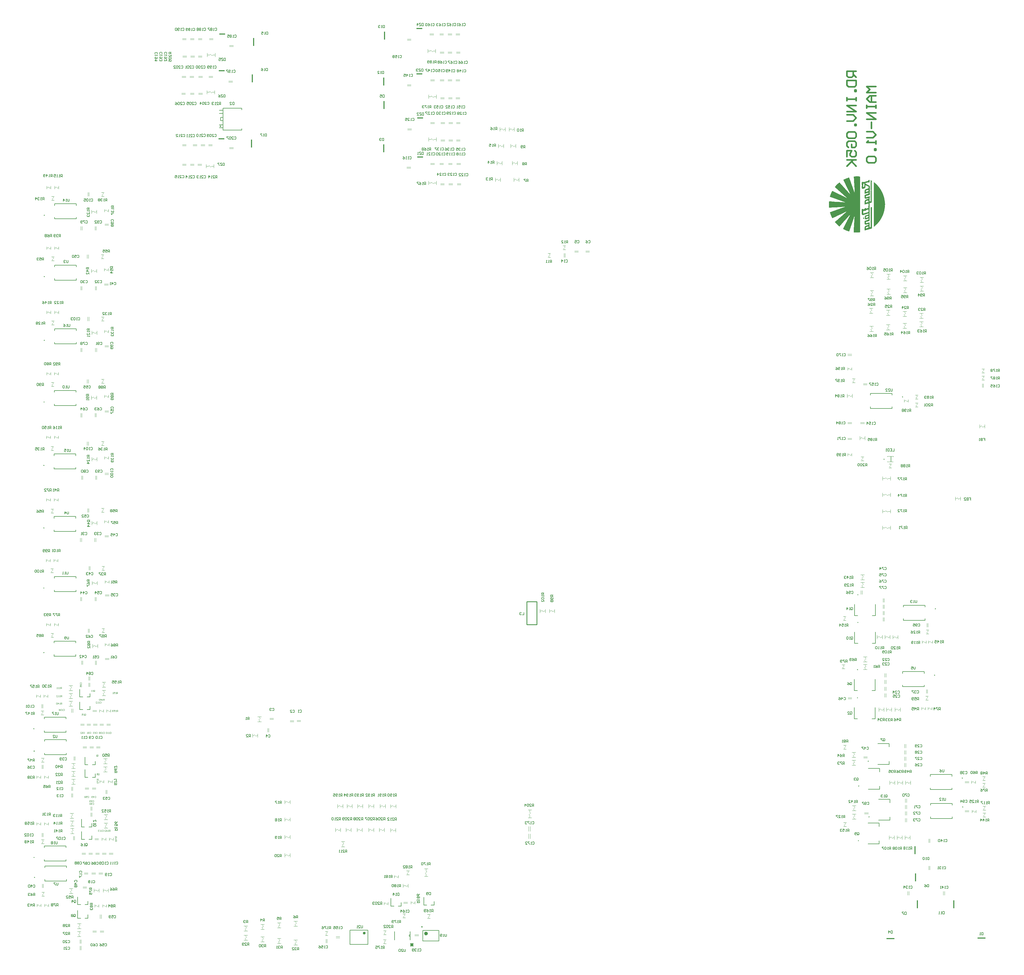
<source format=gbo>
G04*
G04 #@! TF.GenerationSoftware,Altium Limited,Altium Designer,25.3.3 (18)*
G04*
G04 Layer_Color=32896*
%FSLAX44Y44*%
%MOMM*%
G71*
G04*
G04 #@! TF.SameCoordinates,02FA8497-09D8-4EBB-9686-6BBDE5AED0EC*
G04*
G04*
G04 #@! TF.FilePolarity,Positive*
G04*
G01*
G75*
%ADD11C,0.1270*%
%ADD12C,0.2000*%
%ADD13C,0.5000*%
%ADD14C,0.2540*%
%ADD15C,0.1524*%
%ADD19C,0.1500*%
%ADD142C,0.6000*%
%ADD169C,0.2500*%
%ADD170C,0.1000*%
%ADD171C,0.1016*%
%ADD172R,0.3750X2.5000*%
%ADD173R,1.9000X0.3750*%
%ADD174R,2.5000X0.3750*%
G36*
X2742551Y2564072D02*
X2742701D01*
Y2563922D01*
X2743001D01*
Y2563772D01*
X2745850D01*
Y2563622D01*
X2746000D01*
Y2563472D01*
X2746300D01*
Y2563322D01*
X2746450D01*
Y2562873D01*
X2746750D01*
Y2540829D01*
X2746900D01*
Y2537829D01*
X2746750D01*
Y2389671D01*
X2746900D01*
Y2387721D01*
X2746750D01*
Y2386821D01*
X2746900D01*
Y2385622D01*
X2746750D01*
Y2384572D01*
X2746450D01*
Y2384272D01*
X2726805D01*
Y2384572D01*
X2726506D01*
Y2388921D01*
X2726656D01*
Y2389521D01*
X2726805D01*
Y2394469D01*
X2726956D01*
Y2394919D01*
X2727105D01*
Y2394769D01*
X2727255D01*
Y2395219D01*
X2727105D01*
Y2400917D01*
X2727255D01*
Y2401667D01*
X2727405D01*
Y2403167D01*
X2727555D01*
Y2409615D01*
X2727705D01*
Y2410215D01*
X2727855D01*
Y2415164D01*
X2728005D01*
Y2415763D01*
X2728155D01*
Y2415613D01*
X2728305D01*
Y2415913D01*
X2728155D01*
Y2421162D01*
X2728305D01*
Y2421612D01*
X2728455D01*
Y2421462D01*
X2728605D01*
Y2421762D01*
X2728455D01*
Y2422661D01*
X2728605D01*
Y2430009D01*
X2728755D01*
Y2430309D01*
X2728905D01*
Y2433308D01*
X2729055D01*
Y2433159D01*
X2729205D01*
Y2433458D01*
X2729055D01*
Y2433908D01*
X2729205D01*
Y2433608D01*
X2729355D01*
Y2434658D01*
X2729205D01*
Y2434358D01*
X2729055D01*
Y2434808D01*
X2728905D01*
Y2434958D01*
X2728755D01*
Y2435258D01*
X2728605D01*
Y2435108D01*
X2728455D01*
Y2434958D01*
X2728305D01*
Y2434808D01*
X2728155D01*
Y2434208D01*
X2728005D01*
Y2433758D01*
X2727855D01*
Y2433308D01*
X2727705D01*
Y2432559D01*
X2727555D01*
Y2432409D01*
X2727405D01*
Y2431509D01*
X2727105D01*
Y2430759D01*
X2726956D01*
Y2430459D01*
X2726805D01*
Y2430159D01*
X2726656D01*
Y2429110D01*
X2726506D01*
Y2428960D01*
X2726356D01*
Y2428360D01*
X2726206D01*
Y2428210D01*
X2726056D01*
Y2427610D01*
X2725906D01*
Y2427310D01*
X2725756D01*
Y2427010D01*
X2725606D01*
Y2426110D01*
X2725456D01*
Y2425961D01*
X2725306D01*
Y2425211D01*
X2725156D01*
Y2425061D01*
X2725006D01*
Y2424611D01*
X2724856D01*
Y2424161D01*
X2724706D01*
Y2424011D01*
X2724556D01*
Y2423261D01*
X2724406D01*
Y2423111D01*
X2724256D01*
Y2422361D01*
X2724106D01*
Y2422211D01*
X2723956D01*
Y2421762D01*
X2723806D01*
Y2421012D01*
X2723656D01*
Y2420862D01*
X2723506D01*
Y2419812D01*
X2723206D01*
Y2419062D01*
X2723057D01*
Y2418912D01*
X2722906D01*
Y2418613D01*
X2722757D01*
Y2418013D01*
X2722607D01*
Y2417863D01*
X2722457D01*
Y2417113D01*
X2722307D01*
Y2416963D01*
X2722157D01*
Y2416063D01*
X2722007D01*
Y2415913D01*
X2721857D01*
Y2415613D01*
X2721707D01*
Y2414863D01*
X2721557D01*
Y2414714D01*
X2721407D01*
Y2413964D01*
X2721257D01*
Y2413814D01*
X2721107D01*
Y2413064D01*
X2720957D01*
Y2412764D01*
X2720807D01*
Y2412614D01*
X2720657D01*
Y2411564D01*
X2720507D01*
Y2411414D01*
X2720357D01*
Y2410665D01*
X2720057D01*
Y2410065D01*
X2719908D01*
Y2409765D01*
X2719757D01*
Y2409615D01*
X2719608D01*
Y2408865D01*
X2719458D01*
Y2408715D01*
X2719308D01*
Y2407816D01*
X2719158D01*
Y2407666D01*
X2719008D01*
Y2406916D01*
X2718858D01*
Y2406616D01*
X2718708D01*
Y2406316D01*
X2718558D01*
Y2405716D01*
X2718408D01*
Y2405416D01*
X2718258D01*
Y2404666D01*
X2718108D01*
Y2404516D01*
X2717958D01*
Y2404066D01*
X2717808D01*
Y2403617D01*
X2717658D01*
Y2403317D01*
X2717508D01*
Y2402567D01*
X2717358D01*
Y2402417D01*
X2717208D01*
Y2401667D01*
X2717058D01*
Y2401517D01*
X2716908D01*
Y2401217D01*
X2716758D01*
Y2400468D01*
X2716608D01*
Y2400318D01*
X2716458D01*
Y2399418D01*
X2716158D01*
Y2398518D01*
X2716009D01*
Y2398368D01*
X2715858D01*
Y2397918D01*
X2715709D01*
Y2397468D01*
X2715559D01*
Y2397318D01*
X2715409D01*
Y2396419D01*
X2715259D01*
Y2396269D01*
X2715109D01*
Y2395219D01*
X2714959D01*
Y2395069D01*
X2714809D01*
Y2394769D01*
X2714659D01*
Y2394169D01*
X2714509D01*
Y2393869D01*
X2714359D01*
Y2393270D01*
X2714209D01*
Y2393120D01*
X2714059D01*
Y2392220D01*
X2713909D01*
Y2392070D01*
X2713759D01*
Y2391770D01*
X2713609D01*
Y2391020D01*
X2713459D01*
Y2390870D01*
X2713309D01*
Y2389971D01*
X2713159D01*
Y2389821D01*
X2713009D01*
Y2388921D01*
X2712709D01*
Y2388621D01*
X2712560D01*
Y2387871D01*
X2712409D01*
Y2387721D01*
X2712260D01*
Y2387571D01*
X2712110D01*
Y2387271D01*
X2711810D01*
Y2387121D01*
X2711660D01*
Y2387271D01*
X2711360D01*
Y2387421D01*
X2710460D01*
Y2387571D01*
X2710310D01*
Y2387721D01*
X2709710D01*
Y2387871D01*
X2709410D01*
Y2388021D01*
X2709110D01*
Y2388171D01*
X2708361D01*
Y2388321D01*
X2708061D01*
Y2388471D01*
X2707461D01*
Y2388621D01*
X2707161D01*
Y2388771D01*
X2706561D01*
Y2388921D01*
X2706111D01*
Y2389071D01*
X2705961D01*
Y2389221D01*
X2705211D01*
Y2389371D01*
X2705062D01*
Y2389521D01*
X2704462D01*
Y2389671D01*
X2704162D01*
Y2389821D01*
X2703862D01*
Y2389971D01*
X2703412D01*
Y2390120D01*
X2703262D01*
Y2390270D01*
X2702512D01*
Y2390420D01*
X2702362D01*
Y2390570D01*
X2701762D01*
Y2390720D01*
X2701463D01*
Y2390870D01*
X2701163D01*
Y2391020D01*
X2700713D01*
Y2391170D01*
X2700563D01*
Y2391320D01*
X2700113D01*
Y2391470D01*
X2699963D01*
Y2391620D01*
X2699363D01*
Y2391770D01*
X2699063D01*
Y2391920D01*
X2698913D01*
Y2392070D01*
X2698314D01*
Y2392220D01*
X2698163D01*
Y2392370D01*
X2697714D01*
Y2392520D01*
X2697564D01*
Y2392670D01*
X2697264D01*
Y2392820D01*
X2696964D01*
Y2392970D01*
X2696814D01*
Y2393120D01*
X2696214D01*
Y2393270D01*
X2696064D01*
Y2393419D01*
X2695614D01*
Y2393569D01*
X2695464D01*
Y2393719D01*
X2695164D01*
Y2393869D01*
X2694865D01*
Y2394019D01*
X2694714D01*
Y2394169D01*
X2694414D01*
Y2394319D01*
X2694115D01*
Y2394469D01*
X2693515D01*
Y2394619D01*
X2693365D01*
Y2394769D01*
X2693065D01*
Y2394919D01*
X2692915D01*
Y2395069D01*
X2692765D01*
Y2395219D01*
X2692615D01*
Y2395669D01*
X2692465D01*
Y2395969D01*
X2692615D01*
Y2395819D01*
X2692765D01*
Y2395969D01*
X2692615D01*
Y2396569D01*
X2692765D01*
Y2396868D01*
X2692915D01*
Y2397018D01*
X2693065D01*
Y2397318D01*
X2693215D01*
Y2397618D01*
X2693365D01*
Y2397918D01*
X2693515D01*
Y2398068D01*
X2693665D01*
Y2398518D01*
X2693815D01*
Y2398668D01*
X2693965D01*
Y2399118D01*
X2694115D01*
Y2399418D01*
X2694265D01*
Y2399568D01*
X2694414D01*
Y2400018D01*
X2694565D01*
Y2400168D01*
X2694714D01*
Y2400618D01*
X2694865D01*
Y2400917D01*
X2695014D01*
Y2401217D01*
X2695164D01*
Y2401517D01*
X2695314D01*
Y2401817D01*
X2695464D01*
Y2402117D01*
X2695614D01*
Y2402417D01*
X2695764D01*
Y2402717D01*
X2695914D01*
Y2403017D01*
X2696064D01*
Y2403317D01*
X2696214D01*
Y2403617D01*
X2696514D01*
Y2404216D01*
X2696664D01*
Y2404366D01*
X2696814D01*
Y2404666D01*
X2696964D01*
Y2404966D01*
X2697114D01*
Y2405116D01*
X2697264D01*
Y2405566D01*
X2697414D01*
Y2405716D01*
X2697564D01*
Y2406316D01*
X2697714D01*
Y2406466D01*
X2697863D01*
Y2406916D01*
X2698014D01*
Y2407066D01*
X2698163D01*
Y2407366D01*
X2698314D01*
Y2407816D01*
X2698463D01*
Y2407966D01*
X2698613D01*
Y2408415D01*
X2698763D01*
Y2408565D01*
X2698913D01*
Y2408865D01*
X2699063D01*
Y2409165D01*
X2699213D01*
Y2409315D01*
X2699363D01*
Y2409765D01*
X2699513D01*
Y2409915D01*
X2699663D01*
Y2410365D01*
X2699813D01*
Y2410515D01*
X2699963D01*
Y2410815D01*
X2700113D01*
Y2411264D01*
X2700263D01*
Y2411414D01*
X2700413D01*
Y2412014D01*
X2700713D01*
Y2412614D01*
X2700863D01*
Y2412764D01*
X2701013D01*
Y2412914D01*
X2701163D01*
Y2413364D01*
X2701313D01*
Y2413514D01*
X2701463D01*
Y2413964D01*
X2701613D01*
Y2414114D01*
X2701762D01*
Y2414414D01*
X2701913D01*
Y2414564D01*
X2702062D01*
Y2415013D01*
X2702213D01*
Y2415313D01*
X2702362D01*
Y2415463D01*
X2702512D01*
Y2415913D01*
X2702662D01*
Y2416063D01*
X2702812D01*
Y2415913D01*
X2702962D01*
Y2416063D01*
X2702812D01*
Y2416513D01*
X2702962D01*
Y2416813D01*
X2703112D01*
Y2417113D01*
X2703262D01*
Y2417413D01*
X2703412D01*
Y2417563D01*
X2703562D01*
Y2418013D01*
X2703712D01*
Y2418163D01*
X2703862D01*
Y2418613D01*
X2704012D01*
Y2418763D01*
X2704162D01*
Y2419062D01*
X2704312D01*
Y2419512D01*
X2704612D01*
Y2420112D01*
X2704762D01*
Y2420262D01*
X2704911D01*
Y2420712D01*
X2705062D01*
Y2420862D01*
X2705211D01*
Y2421162D01*
X2705362D01*
Y2421462D01*
X2705511D01*
Y2421612D01*
X2705811D01*
Y2421762D01*
X2705661D01*
Y2422211D01*
X2705811D01*
Y2422361D01*
X2705961D01*
Y2422811D01*
X2706111D01*
Y2422961D01*
X2706261D01*
Y2423261D01*
X2706411D01*
Y2423711D01*
X2706561D01*
Y2423861D01*
X2706711D01*
Y2424311D01*
X2706861D01*
Y2424461D01*
X2707011D01*
Y2424911D01*
X2707161D01*
Y2425061D01*
X2707311D01*
Y2425211D01*
X2707461D01*
Y2425661D01*
X2707611D01*
Y2425811D01*
X2707761D01*
Y2426260D01*
X2707911D01*
Y2426410D01*
X2708061D01*
Y2426710D01*
X2708211D01*
Y2427160D01*
X2708361D01*
Y2427310D01*
X2708511D01*
Y2427760D01*
X2708661D01*
Y2427910D01*
X2708810D01*
Y2428210D01*
X2708961D01*
Y2428510D01*
X2709110D01*
Y2428360D01*
X2709260D01*
Y2428510D01*
X2709110D01*
Y2428660D01*
X2709260D01*
Y2429110D01*
X2709410D01*
Y2428960D01*
X2709560D01*
Y2429110D01*
X2709410D01*
Y2429260D01*
X2709560D01*
Y2429859D01*
X2709710D01*
Y2430009D01*
X2709860D01*
Y2429859D01*
X2710010D01*
Y2430009D01*
X2709860D01*
Y2430459D01*
X2710010D01*
Y2430609D01*
X2710160D01*
Y2430759D01*
X2710310D01*
Y2431209D01*
X2710460D01*
Y2431359D01*
X2710610D01*
Y2431959D01*
X2710760D01*
Y2432109D01*
X2710910D01*
Y2432559D01*
X2711060D01*
Y2432709D01*
X2711210D01*
Y2432859D01*
X2711360D01*
Y2433308D01*
X2711510D01*
Y2433458D01*
X2711660D01*
Y2433908D01*
X2711810D01*
Y2434058D01*
X2711960D01*
Y2433908D01*
X2712110D01*
Y2434208D01*
X2711960D01*
Y2434508D01*
X2712110D01*
Y2434808D01*
X2712260D01*
Y2434958D01*
X2712409D01*
Y2435258D01*
X2712709D01*
Y2435408D01*
X2712560D01*
Y2435558D01*
X2712709D01*
Y2435858D01*
X2712859D01*
Y2436008D01*
X2713009D01*
Y2435858D01*
X2713159D01*
Y2436308D01*
X2713309D01*
Y2436458D01*
X2713459D01*
Y2436907D01*
X2713609D01*
Y2437057D01*
X2713459D01*
Y2437207D01*
X2713609D01*
Y2437057D01*
X2713759D01*
Y2437357D01*
X2713909D01*
Y2437657D01*
X2714059D01*
Y2437807D01*
X2714209D01*
Y2438257D01*
X2714059D01*
Y2438407D01*
X2714209D01*
Y2438857D01*
X2714359D01*
Y2438707D01*
X2714509D01*
Y2438857D01*
X2714359D01*
Y2439307D01*
X2714509D01*
Y2439757D01*
X2714659D01*
Y2440356D01*
X2714509D01*
Y2440206D01*
X2714359D01*
Y2440057D01*
X2714209D01*
Y2439907D01*
X2714059D01*
Y2439757D01*
X2713909D01*
Y2439607D01*
X2713759D01*
Y2439457D01*
X2713609D01*
Y2439307D01*
X2713459D01*
Y2439157D01*
X2713309D01*
Y2439007D01*
X2713159D01*
Y2439157D01*
X2713009D01*
Y2439007D01*
X2713159D01*
Y2438857D01*
X2713009D01*
Y2438707D01*
X2712859D01*
Y2438857D01*
X2712709D01*
Y2438707D01*
X2712859D01*
Y2438557D01*
X2712709D01*
Y2438407D01*
X2712560D01*
Y2438557D01*
X2712409D01*
Y2438407D01*
X2712260D01*
Y2438257D01*
X2712409D01*
Y2438107D01*
X2711960D01*
Y2437807D01*
X2711660D01*
Y2437657D01*
X2711510D01*
Y2437357D01*
X2711210D01*
Y2437057D01*
X2710910D01*
Y2436758D01*
X2710610D01*
Y2436608D01*
X2710460D01*
Y2436308D01*
X2710310D01*
Y2436158D01*
X2710160D01*
Y2435558D01*
X2710010D01*
Y2435708D01*
X2709860D01*
Y2435258D01*
X2709710D01*
Y2435108D01*
X2709560D01*
Y2434958D01*
X2709110D01*
Y2434658D01*
X2708810D01*
Y2434358D01*
X2708661D01*
Y2434208D01*
X2708511D01*
Y2434058D01*
X2708361D01*
Y2433908D01*
X2708511D01*
Y2433758D01*
X2708361D01*
Y2433908D01*
X2708211D01*
Y2433758D01*
X2708361D01*
Y2433608D01*
X2708211D01*
Y2433758D01*
X2708061D01*
Y2433608D01*
X2708211D01*
Y2433458D01*
X2707761D01*
Y2433159D01*
X2707461D01*
Y2432859D01*
X2707311D01*
Y2432709D01*
X2707461D01*
Y2432559D01*
X2707311D01*
Y2432709D01*
X2707161D01*
Y2432559D01*
X2707311D01*
Y2432409D01*
X2707161D01*
Y2432559D01*
X2707011D01*
Y2432409D01*
X2707161D01*
Y2432259D01*
X2707011D01*
Y2432109D01*
X2706861D01*
Y2431959D01*
X2706561D01*
Y2431809D01*
X2706261D01*
Y2431509D01*
X2706111D01*
Y2431359D01*
X2705961D01*
Y2431209D01*
X2705811D01*
Y2431059D01*
X2705661D01*
Y2430909D01*
X2705511D01*
Y2430759D01*
X2705362D01*
Y2430609D01*
X2705211D01*
Y2430309D01*
X2704911D01*
Y2430009D01*
X2704762D01*
Y2429859D01*
X2704911D01*
Y2429709D01*
X2704762D01*
Y2429559D01*
X2704612D01*
Y2429709D01*
X2704462D01*
Y2429559D01*
X2704612D01*
Y2429409D01*
X2704462D01*
Y2429260D01*
X2704312D01*
Y2429110D01*
X2704162D01*
Y2428960D01*
X2703862D01*
Y2428510D01*
X2703712D01*
Y2428660D01*
X2703562D01*
Y2428510D01*
X2703412D01*
Y2428360D01*
X2703562D01*
Y2428210D01*
X2703412D01*
Y2428360D01*
X2703262D01*
Y2428210D01*
X2703112D01*
Y2428060D01*
X2703262D01*
Y2427910D01*
X2702812D01*
Y2427460D01*
X2702662D01*
Y2427610D01*
X2702512D01*
Y2427460D01*
X2702362D01*
Y2427160D01*
X2702062D01*
Y2426860D01*
X2701762D01*
Y2426560D01*
X2701463D01*
Y2426410D01*
X2701313D01*
Y2426110D01*
X2701013D01*
Y2425811D01*
X2700863D01*
Y2425661D01*
X2700713D01*
Y2425511D01*
X2700563D01*
Y2425211D01*
X2700413D01*
Y2425061D01*
X2700263D01*
Y2424911D01*
X2700113D01*
Y2424761D01*
X2699963D01*
Y2424311D01*
X2699813D01*
Y2424461D01*
X2699663D01*
Y2424311D01*
X2699513D01*
Y2424011D01*
X2699213D01*
Y2423711D01*
X2698913D01*
Y2423411D01*
X2698763D01*
Y2423261D01*
X2698613D01*
Y2423111D01*
X2698463D01*
Y2422961D01*
X2698613D01*
Y2422811D01*
X2698463D01*
Y2422961D01*
X2698314D01*
Y2422811D01*
X2698163D01*
Y2422661D01*
X2698014D01*
Y2422511D01*
X2697863D01*
Y2422361D01*
X2697714D01*
Y2422211D01*
X2697564D01*
Y2422062D01*
X2697414D01*
Y2421912D01*
X2697264D01*
Y2421762D01*
X2697114D01*
Y2421462D01*
X2696964D01*
Y2421312D01*
X2696814D01*
Y2421012D01*
X2696514D01*
Y2420862D01*
X2696364D01*
Y2420562D01*
X2696064D01*
Y2420262D01*
X2695914D01*
Y2420112D01*
X2695764D01*
Y2419962D01*
X2695614D01*
Y2419812D01*
X2695464D01*
Y2419662D01*
X2695314D01*
Y2419512D01*
X2695164D01*
Y2419362D01*
X2695014D01*
Y2419212D01*
X2694865D01*
Y2419062D01*
X2694714D01*
Y2418912D01*
X2694565D01*
Y2418763D01*
X2694414D01*
Y2418463D01*
X2694265D01*
Y2418313D01*
X2694115D01*
Y2418163D01*
X2693965D01*
Y2417863D01*
X2693815D01*
Y2417713D01*
X2693665D01*
Y2417563D01*
X2693515D01*
Y2417413D01*
X2693365D01*
Y2417263D01*
X2693215D01*
Y2417113D01*
X2693365D01*
Y2416963D01*
X2693215D01*
Y2417113D01*
X2693065D01*
Y2416963D01*
X2692915D01*
Y2416663D01*
X2692765D01*
Y2416513D01*
X2692615D01*
Y2416363D01*
X2692465D01*
Y2416213D01*
X2692615D01*
Y2416063D01*
X2692465D01*
Y2415913D01*
X2692315D01*
Y2416063D01*
X2692165D01*
Y2415913D01*
X2692315D01*
Y2415763D01*
X2692165D01*
Y2415613D01*
X2692015D01*
Y2415463D01*
X2691865D01*
Y2415313D01*
X2691565D01*
Y2414863D01*
X2691115D01*
Y2414714D01*
X2691265D01*
Y2414564D01*
X2691115D01*
Y2414414D01*
X2690966D01*
Y2414564D01*
X2690815D01*
Y2414414D01*
X2690966D01*
Y2414264D01*
X2690815D01*
Y2414114D01*
X2690666D01*
Y2414264D01*
X2690516D01*
Y2414114D01*
X2690666D01*
Y2413964D01*
X2690516D01*
Y2413814D01*
X2690066D01*
Y2413514D01*
X2689766D01*
Y2413214D01*
X2689616D01*
Y2413064D01*
X2689466D01*
Y2412914D01*
X2689316D01*
Y2412764D01*
X2689166D01*
Y2412614D01*
X2689016D01*
Y2412464D01*
X2688866D01*
Y2412314D01*
X2688716D01*
Y2412164D01*
X2688566D01*
Y2412014D01*
X2688416D01*
Y2411864D01*
X2688266D01*
Y2411564D01*
X2688116D01*
Y2411414D01*
X2687966D01*
Y2411264D01*
X2688116D01*
Y2411115D01*
X2687966D01*
Y2410965D01*
X2687816D01*
Y2411115D01*
X2687666D01*
Y2410965D01*
X2687816D01*
Y2410815D01*
X2687666D01*
Y2410665D01*
X2687367D01*
Y2410515D01*
X2687216D01*
Y2410365D01*
X2687067D01*
Y2410215D01*
X2686917D01*
Y2410065D01*
X2686767D01*
Y2409915D01*
X2686617D01*
Y2409765D01*
X2686467D01*
Y2409615D01*
X2686317D01*
Y2409465D01*
X2686167D01*
Y2409315D01*
X2686317D01*
Y2409165D01*
X2686167D01*
Y2409315D01*
X2686017D01*
Y2409165D01*
X2685867D01*
Y2408865D01*
X2685717D01*
Y2408715D01*
X2685867D01*
Y2408565D01*
X2685717D01*
Y2408715D01*
X2685567D01*
Y2408565D01*
X2685417D01*
Y2408415D01*
X2685567D01*
Y2408265D01*
X2685417D01*
Y2408415D01*
X2685267D01*
Y2408265D01*
X2685417D01*
Y2408115D01*
X2685267D01*
Y2408265D01*
X2685117D01*
Y2408115D01*
X2685267D01*
Y2407966D01*
X2685117D01*
Y2407816D01*
X2684967D01*
Y2407966D01*
X2684817D01*
Y2407816D01*
X2684967D01*
Y2407666D01*
X2684667D01*
Y2407516D01*
X2684517D01*
Y2407366D01*
X2684367D01*
Y2407216D01*
X2684218D01*
Y2407066D01*
X2684067D01*
Y2406916D01*
X2683918D01*
Y2406766D01*
X2683767D01*
Y2406616D01*
X2683618D01*
Y2406466D01*
X2683468D01*
Y2406316D01*
X2683318D01*
Y2406166D01*
X2683168D01*
Y2406016D01*
X2683018D01*
Y2405866D01*
X2682868D01*
Y2405716D01*
X2682718D01*
Y2405416D01*
X2682418D01*
Y2405116D01*
X2682268D01*
Y2404966D01*
X2682418D01*
Y2404816D01*
X2682268D01*
Y2404966D01*
X2682118D01*
Y2404816D01*
X2682268D01*
Y2404666D01*
X2681968D01*
Y2404516D01*
X2682118D01*
Y2404366D01*
X2681668D01*
Y2403917D01*
X2681518D01*
Y2404066D01*
X2681368D01*
Y2403917D01*
X2681518D01*
Y2403767D01*
X2681368D01*
Y2403617D01*
X2681218D01*
Y2403767D01*
X2680918D01*
Y2403467D01*
X2680468D01*
Y2403617D01*
X2679868D01*
Y2403767D01*
X2679719D01*
Y2403917D01*
X2679419D01*
Y2404066D01*
X2679269D01*
Y2404216D01*
X2679119D01*
Y2404366D01*
X2678969D01*
Y2404516D01*
X2678819D01*
Y2404666D01*
X2678669D01*
Y2404816D01*
X2678519D01*
Y2404966D01*
X2678369D01*
Y2405116D01*
X2678219D01*
Y2405266D01*
X2678069D01*
Y2405416D01*
X2677769D01*
Y2405716D01*
X2677469D01*
Y2405866D01*
X2677319D01*
Y2406016D01*
X2677169D01*
Y2406166D01*
X2677019D01*
Y2406316D01*
X2676719D01*
Y2406466D01*
X2676570D01*
Y2406616D01*
X2676419D01*
Y2406766D01*
X2676270D01*
Y2406916D01*
X2676120D01*
Y2407066D01*
X2675970D01*
Y2407216D01*
X2675820D01*
Y2407366D01*
X2675670D01*
Y2407516D01*
X2675370D01*
Y2407816D01*
X2675070D01*
Y2408115D01*
X2674770D01*
Y2408265D01*
X2674620D01*
Y2408565D01*
X2674320D01*
Y2408865D01*
X2674020D01*
Y2409165D01*
X2673720D01*
Y2409315D01*
X2673570D01*
Y2409465D01*
X2673420D01*
Y2409615D01*
X2673270D01*
Y2409765D01*
X2673120D01*
Y2409915D01*
X2672971D01*
Y2410065D01*
X2672820D01*
Y2410215D01*
X2672671D01*
Y2410365D01*
X2672521D01*
Y2410515D01*
X2672221D01*
Y2410815D01*
X2672071D01*
Y2410965D01*
X2671921D01*
Y2411115D01*
X2671771D01*
Y2411264D01*
X2671621D01*
Y2411414D01*
X2671471D01*
Y2411564D01*
X2671321D01*
Y2411714D01*
X2671171D01*
Y2412014D01*
X2670871D01*
Y2412314D01*
X2670571D01*
Y2412464D01*
X2670421D01*
Y2412764D01*
X2670121D01*
Y2413064D01*
X2669821D01*
Y2413214D01*
X2669671D01*
Y2413364D01*
X2669521D01*
Y2413514D01*
X2669372D01*
Y2413814D01*
X2669071D01*
Y2414114D01*
X2668772D01*
Y2414414D01*
X2668622D01*
Y2414564D01*
X2668472D01*
Y2414714D01*
X2668322D01*
Y2414863D01*
X2668172D01*
Y2415013D01*
X2668022D01*
Y2415164D01*
X2667872D01*
Y2415463D01*
X2667722D01*
Y2415613D01*
X2667572D01*
Y2415763D01*
X2667422D01*
Y2415913D01*
X2667272D01*
Y2416063D01*
X2667122D01*
Y2416213D01*
X2666972D01*
Y2416363D01*
X2666822D01*
Y2416513D01*
X2666672D01*
Y2416663D01*
X2666522D01*
Y2416963D01*
X2666372D01*
Y2417563D01*
X2666672D01*
Y2417863D01*
X2666522D01*
Y2418013D01*
X2666672D01*
Y2418313D01*
X2666822D01*
Y2418463D01*
X2666972D01*
Y2418613D01*
X2667122D01*
Y2418763D01*
X2667272D01*
Y2418912D01*
X2667422D01*
Y2419062D01*
X2667722D01*
Y2419362D01*
X2668022D01*
Y2419512D01*
X2668322D01*
Y2419662D01*
X2668472D01*
Y2419812D01*
X2668622D01*
Y2419962D01*
X2668772D01*
Y2420112D01*
X2668922D01*
Y2420262D01*
X2669071D01*
Y2420412D01*
X2669221D01*
Y2420562D01*
X2669372D01*
Y2420712D01*
X2669521D01*
Y2420862D01*
X2669821D01*
Y2421012D01*
X2669971D01*
Y2421162D01*
X2670121D01*
Y2421012D01*
X2670271D01*
Y2421162D01*
X2670421D01*
Y2421462D01*
X2670571D01*
Y2421612D01*
X2670721D01*
Y2421462D01*
X2670871D01*
Y2421612D01*
X2670721D01*
Y2421762D01*
X2670871D01*
Y2421912D01*
X2671021D01*
Y2421762D01*
X2671171D01*
Y2421912D01*
X2671321D01*
Y2422062D01*
X2671171D01*
Y2422211D01*
X2671321D01*
Y2422062D01*
X2671471D01*
Y2422211D01*
X2671621D01*
Y2422511D01*
X2671771D01*
Y2422661D01*
X2671921D01*
Y2422511D01*
X2672071D01*
Y2422661D01*
X2671921D01*
Y2422811D01*
X2672071D01*
Y2422661D01*
X2672221D01*
Y2422811D01*
X2672071D01*
Y2422961D01*
X2672221D01*
Y2422811D01*
X2672371D01*
Y2422961D01*
X2672521D01*
Y2423111D01*
X2672671D01*
Y2423261D01*
X2672971D01*
Y2423561D01*
X2673270D01*
Y2423711D01*
X2673420D01*
Y2423861D01*
X2673570D01*
Y2424011D01*
X2673720D01*
Y2424161D01*
X2673870D01*
Y2424311D01*
X2674020D01*
Y2424461D01*
X2674170D01*
Y2424611D01*
X2674470D01*
Y2424761D01*
X2674620D01*
Y2424911D01*
X2674770D01*
Y2425061D01*
X2675070D01*
Y2425211D01*
X2675220D01*
Y2425361D01*
X2675370D01*
Y2425511D01*
X2675520D01*
Y2425661D01*
X2675670D01*
Y2425811D01*
X2675820D01*
Y2425961D01*
X2675970D01*
Y2426110D01*
X2676120D01*
Y2426260D01*
X2676270D01*
Y2426410D01*
X2676419D01*
Y2426560D01*
X2676570D01*
Y2426710D01*
X2676870D01*
Y2427010D01*
X2677169D01*
Y2427310D01*
X2677319D01*
Y2427460D01*
X2677619D01*
Y2427610D01*
X2677469D01*
Y2427760D01*
X2677619D01*
Y2427910D01*
X2677769D01*
Y2427760D01*
X2677919D01*
Y2427910D01*
X2678069D01*
Y2428060D01*
X2677919D01*
Y2428210D01*
X2678069D01*
Y2428060D01*
X2678219D01*
Y2428210D01*
X2678519D01*
Y2428360D01*
X2678669D01*
Y2428510D01*
X2678819D01*
Y2428660D01*
X2678969D01*
Y2428810D01*
X2679119D01*
Y2428960D01*
X2679269D01*
Y2429110D01*
X2679419D01*
Y2429260D01*
X2679569D01*
Y2429409D01*
X2679719D01*
Y2429559D01*
X2680019D01*
Y2429859D01*
X2680318D01*
Y2430309D01*
X2680468D01*
Y2430159D01*
X2680618D01*
Y2430309D01*
X2680768D01*
Y2430459D01*
X2680618D01*
Y2430609D01*
X2681068D01*
Y2430909D01*
X2681368D01*
Y2431059D01*
X2681518D01*
Y2431209D01*
X2681668D01*
Y2431509D01*
X2681818D01*
Y2431659D01*
X2681968D01*
Y2431809D01*
X2682118D01*
Y2431659D01*
X2682268D01*
Y2431809D01*
X2682418D01*
Y2431959D01*
X2682718D01*
Y2432109D01*
X2682868D01*
Y2432259D01*
X2683018D01*
Y2432409D01*
X2683168D01*
Y2432559D01*
X2683318D01*
Y2432709D01*
X2683468D01*
Y2432859D01*
X2683618D01*
Y2433009D01*
X2683767D01*
Y2433159D01*
X2683918D01*
Y2433308D01*
X2684067D01*
Y2433458D01*
X2684218D01*
Y2433608D01*
X2684367D01*
Y2433758D01*
X2684667D01*
Y2433908D01*
X2684517D01*
Y2434058D01*
X2684667D01*
Y2434208D01*
X2684817D01*
Y2434058D01*
X2684967D01*
Y2434208D01*
X2685117D01*
Y2434358D01*
X2685417D01*
Y2434508D01*
X2685567D01*
Y2434658D01*
X2685717D01*
Y2434808D01*
X2686017D01*
Y2435108D01*
X2686317D01*
Y2435408D01*
X2686467D01*
Y2435558D01*
X2686767D01*
Y2435858D01*
X2687067D01*
Y2436158D01*
X2687367D01*
Y2436308D01*
X2687516D01*
Y2436458D01*
X2687666D01*
Y2436608D01*
X2687966D01*
Y2436758D01*
X2688116D01*
Y2436907D01*
X2688266D01*
Y2437057D01*
X2688416D01*
Y2437207D01*
X2688566D01*
Y2437357D01*
X2688866D01*
Y2437657D01*
X2689166D01*
Y2437957D01*
X2689466D01*
Y2438107D01*
X2689616D01*
Y2438257D01*
X2689766D01*
Y2438407D01*
X2689916D01*
Y2438557D01*
X2690066D01*
Y2438707D01*
X2690216D01*
Y2438857D01*
X2690366D01*
Y2439007D01*
X2690516D01*
Y2439157D01*
X2690666D01*
Y2439307D01*
X2690966D01*
Y2439607D01*
X2691265D01*
Y2439757D01*
X2691415D01*
Y2439907D01*
X2691565D01*
Y2440057D01*
X2691715D01*
Y2440206D01*
X2691865D01*
Y2440356D01*
X2692015D01*
Y2440506D01*
X2692315D01*
Y2440806D01*
X2692615D01*
Y2441106D01*
X2692915D01*
Y2441256D01*
X2693065D01*
Y2441406D01*
X2693215D01*
Y2441556D01*
X2693365D01*
Y2441706D01*
X2693515D01*
Y2441856D01*
X2693665D01*
Y2442006D01*
X2693815D01*
Y2442156D01*
X2694115D01*
Y2442456D01*
X2694265D01*
Y2442606D01*
X2694414D01*
Y2442906D01*
X2694565D01*
Y2443056D01*
X2694714D01*
Y2442906D01*
X2694865D01*
Y2443056D01*
X2694714D01*
Y2443206D01*
X2694865D01*
Y2443356D01*
X2695014D01*
Y2443206D01*
X2695164D01*
Y2443356D01*
X2695314D01*
Y2443506D01*
X2695164D01*
Y2443656D01*
X2695314D01*
Y2443506D01*
X2695464D01*
Y2443656D01*
X2695764D01*
Y2443806D01*
X2695914D01*
Y2443956D01*
X2695764D01*
Y2444105D01*
X2695914D01*
Y2443956D01*
X2696064D01*
Y2444105D01*
X2696214D01*
Y2444255D01*
X2696514D01*
Y2444555D01*
X2696664D01*
Y2444705D01*
X2696964D01*
Y2445005D01*
X2697264D01*
Y2445155D01*
X2697114D01*
Y2445305D01*
X2697264D01*
Y2445455D01*
X2697414D01*
Y2445305D01*
X2697564D01*
Y2445455D01*
X2697714D01*
Y2445605D01*
X2697564D01*
Y2445755D01*
X2697714D01*
Y2445605D01*
X2697863D01*
Y2445755D01*
X2698014D01*
Y2446055D01*
X2698463D01*
Y2446205D01*
X2698613D01*
Y2446355D01*
X2698763D01*
Y2446505D01*
X2698613D01*
Y2446655D01*
X2698763D01*
Y2446505D01*
X2698913D01*
Y2446655D01*
X2698763D01*
Y2446805D01*
X2698913D01*
Y2446655D01*
X2699063D01*
Y2446805D01*
X2699363D01*
Y2447105D01*
X2699663D01*
Y2447255D01*
X2699813D01*
Y2447404D01*
X2700113D01*
Y2447554D01*
X2700263D01*
Y2447704D01*
X2700413D01*
Y2447854D01*
X2700713D01*
Y2448004D01*
X2700863D01*
Y2448154D01*
X2701013D01*
Y2448304D01*
X2701163D01*
Y2448454D01*
X2701313D01*
Y2448604D01*
X2701463D01*
Y2448754D01*
X2701613D01*
Y2448904D01*
X2701913D01*
Y2449204D01*
X2702213D01*
Y2449504D01*
X2702512D01*
Y2449654D01*
X2702662D01*
Y2449804D01*
X2702812D01*
Y2449954D01*
X2702962D01*
Y2450104D01*
X2703112D01*
Y2450254D01*
X2703262D01*
Y2450404D01*
X2703412D01*
Y2450704D01*
X2703262D01*
Y2450554D01*
X2703112D01*
Y2450404D01*
X2702962D01*
Y2450704D01*
X2702362D01*
Y2450554D01*
X2701913D01*
Y2450404D01*
X2701313D01*
Y2450254D01*
X2701163D01*
Y2450404D01*
X2701013D01*
Y2450104D01*
X2700863D01*
Y2449954D01*
X2700563D01*
Y2450104D01*
X2700413D01*
Y2449804D01*
X2700263D01*
Y2449654D01*
X2699963D01*
Y2449504D01*
X2699663D01*
Y2449354D01*
X2699363D01*
Y2449204D01*
X2699063D01*
Y2449054D01*
X2698913D01*
Y2448904D01*
X2698314D01*
Y2449054D01*
X2698163D01*
Y2448904D01*
X2698314D01*
Y2448754D01*
X2698163D01*
Y2448604D01*
X2697714D01*
Y2448454D01*
X2697564D01*
Y2448304D01*
X2697114D01*
Y2448154D01*
X2696814D01*
Y2448004D01*
X2696664D01*
Y2447854D01*
X2696214D01*
Y2447704D01*
X2695914D01*
Y2447554D01*
X2695314D01*
Y2447404D01*
X2695164D01*
Y2447255D01*
X2694865D01*
Y2447105D01*
X2694565D01*
Y2446955D01*
X2694414D01*
Y2446805D01*
X2694115D01*
Y2446655D01*
X2693965D01*
Y2446505D01*
X2693365D01*
Y2446355D01*
X2693215D01*
Y2446205D01*
X2692765D01*
Y2446055D01*
X2692315D01*
Y2445905D01*
X2692165D01*
Y2445755D01*
X2691715D01*
Y2445605D01*
X2691565D01*
Y2445455D01*
X2690966D01*
Y2445305D01*
X2690815D01*
Y2445155D01*
X2690666D01*
Y2445005D01*
X2690216D01*
Y2444855D01*
X2690066D01*
Y2444705D01*
X2689466D01*
Y2444405D01*
X2688866D01*
Y2444255D01*
X2688716D01*
Y2444105D01*
X2688416D01*
Y2443956D01*
X2688116D01*
Y2443806D01*
X2687966D01*
Y2443656D01*
X2687367D01*
Y2443356D01*
X2686767D01*
Y2443206D01*
X2686617D01*
Y2443056D01*
X2686167D01*
Y2442906D01*
X2685867D01*
Y2442756D01*
X2685717D01*
Y2442606D01*
X2685117D01*
Y2442456D01*
X2684967D01*
Y2442306D01*
X2684517D01*
Y2442156D01*
X2684218D01*
Y2442006D01*
X2684067D01*
Y2441856D01*
X2683468D01*
Y2441556D01*
X2682868D01*
Y2441406D01*
X2682568D01*
Y2441256D01*
X2682118D01*
Y2441106D01*
X2681968D01*
Y2440956D01*
X2681668D01*
Y2440806D01*
X2681368D01*
Y2440656D01*
X2681218D01*
Y2440506D01*
X2680618D01*
Y2440356D01*
X2680468D01*
Y2440206D01*
X2680019D01*
Y2440057D01*
X2679719D01*
Y2439907D01*
X2679419D01*
Y2439757D01*
X2679119D01*
Y2439907D01*
X2678969D01*
Y2439607D01*
X2678819D01*
Y2439457D01*
X2678519D01*
Y2439307D01*
X2678219D01*
Y2439157D01*
X2677919D01*
Y2439007D01*
X2677619D01*
Y2439157D01*
X2677469D01*
Y2438857D01*
X2677319D01*
Y2438707D01*
X2676870D01*
Y2438857D01*
X2676719D01*
Y2438707D01*
X2676870D01*
Y2438557D01*
X2676570D01*
Y2438407D01*
X2676120D01*
Y2438257D01*
X2675970D01*
Y2438107D01*
X2675520D01*
Y2437957D01*
X2675370D01*
Y2437807D01*
X2675220D01*
Y2437657D01*
X2674770D01*
Y2437807D01*
X2674620D01*
Y2437507D01*
X2674470D01*
Y2437357D01*
X2674020D01*
Y2437207D01*
X2673720D01*
Y2437057D01*
X2673420D01*
Y2436907D01*
X2673120D01*
Y2437057D01*
X2672971D01*
Y2436758D01*
X2672820D01*
Y2436608D01*
X2672521D01*
Y2436758D01*
X2672371D01*
Y2436458D01*
X2672221D01*
Y2436308D01*
X2671771D01*
Y2436158D01*
X2671621D01*
Y2436308D01*
X2671471D01*
Y2436008D01*
X2671171D01*
Y2435858D01*
X2670871D01*
Y2436008D01*
X2670721D01*
Y2435858D01*
X2670871D01*
Y2435708D01*
X2670721D01*
Y2435558D01*
X2670271D01*
Y2435708D01*
X2670121D01*
Y2435258D01*
X2669671D01*
Y2435108D01*
X2669521D01*
Y2434958D01*
X2669221D01*
Y2434808D01*
X2668772D01*
Y2434658D01*
X2668622D01*
Y2434508D01*
X2668022D01*
Y2434358D01*
X2667872D01*
Y2434208D01*
X2667422D01*
Y2434058D01*
X2667122D01*
Y2433908D01*
X2666822D01*
Y2433758D01*
X2666522D01*
Y2433608D01*
X2666223D01*
Y2433458D01*
X2665772D01*
Y2433308D01*
X2665623D01*
Y2433159D01*
X2665173D01*
Y2433009D01*
X2664873D01*
Y2432859D01*
X2664723D01*
Y2432709D01*
X2664273D01*
Y2432559D01*
X2664123D01*
Y2432409D01*
X2663673D01*
Y2432259D01*
X2663523D01*
Y2432109D01*
X2663073D01*
Y2431959D01*
X2662773D01*
Y2431809D01*
X2662473D01*
Y2431659D01*
X2662024D01*
Y2431509D01*
X2661873D01*
Y2431359D01*
X2661424D01*
Y2431209D01*
X2661274D01*
Y2431059D01*
X2660674D01*
Y2430909D01*
X2660524D01*
Y2430759D01*
X2660374D01*
Y2430609D01*
X2659924D01*
Y2430309D01*
X2659474D01*
Y2430159D01*
X2659324D01*
Y2430009D01*
X2657975D01*
Y2430159D01*
X2657825D01*
Y2430309D01*
X2657675D01*
Y2430459D01*
X2657525D01*
Y2430759D01*
X2657375D01*
Y2431059D01*
X2657075D01*
Y2431659D01*
X2656925D01*
Y2431809D01*
X2656775D01*
Y2432259D01*
X2656625D01*
Y2432409D01*
X2656475D01*
Y2432709D01*
X2656325D01*
Y2433159D01*
X2656175D01*
Y2433308D01*
X2656025D01*
Y2433758D01*
X2655875D01*
Y2433908D01*
X2655725D01*
Y2434208D01*
X2655575D01*
Y2434508D01*
X2655425D01*
Y2434658D01*
X2655275D01*
Y2435108D01*
X2655125D01*
Y2435258D01*
X2654976D01*
Y2436008D01*
X2654825D01*
Y2436158D01*
X2654676D01*
Y2436458D01*
X2654525D01*
Y2436758D01*
X2654376D01*
Y2437057D01*
X2654226D01*
Y2437507D01*
X2654076D01*
Y2437657D01*
X2653926D01*
Y2438107D01*
X2653776D01*
Y2438257D01*
X2653626D01*
Y2438707D01*
X2653476D01*
Y2439157D01*
X2653326D01*
Y2439307D01*
X2653176D01*
Y2439757D01*
X2653026D01*
Y2439907D01*
X2652876D01*
Y2440656D01*
X2652726D01*
Y2440806D01*
X2652576D01*
Y2441406D01*
X2652426D01*
Y2441856D01*
X2652276D01*
Y2442006D01*
X2652126D01*
Y2442906D01*
X2651976D01*
Y2443056D01*
X2651826D01*
Y2443806D01*
X2651676D01*
Y2443956D01*
X2651526D01*
Y2444405D01*
X2651377D01*
Y2444855D01*
X2651227D01*
Y2445155D01*
X2651076D01*
Y2446055D01*
X2650927D01*
Y2446205D01*
X2650777D01*
Y2447105D01*
X2650627D01*
Y2447255D01*
X2650477D01*
Y2447554D01*
X2650327D01*
Y2448004D01*
X2650177D01*
Y2448304D01*
X2650027D01*
Y2448604D01*
X2650177D01*
Y2448904D01*
X2650327D01*
Y2448754D01*
X2650477D01*
Y2449054D01*
X2650627D01*
Y2449204D01*
X2651377D01*
Y2449354D01*
X2651526D01*
Y2449504D01*
X2652276D01*
Y2449654D01*
X2652426D01*
Y2449804D01*
X2652726D01*
Y2449954D01*
X2653626D01*
Y2450254D01*
X2654525D01*
Y2450404D01*
X2654676D01*
Y2450554D01*
X2655425D01*
Y2450704D01*
X2655725D01*
Y2450854D01*
X2655875D01*
Y2451004D01*
X2656475D01*
Y2451304D01*
X2657375D01*
Y2451453D01*
X2657525D01*
Y2451603D01*
X2658125D01*
Y2451753D01*
X2658424D01*
Y2451903D01*
X2658575D01*
Y2452053D01*
X2659324D01*
Y2452353D01*
X2660074D01*
Y2452503D01*
X2660224D01*
Y2452653D01*
X2660974D01*
Y2452803D01*
X2661274D01*
Y2452953D01*
X2661424D01*
Y2453103D01*
X2662323D01*
Y2453253D01*
X2662473D01*
Y2453403D01*
X2663223D01*
Y2453553D01*
X2663373D01*
Y2453703D01*
X2663823D01*
Y2453853D01*
X2664123D01*
Y2454003D01*
X2664273D01*
Y2454153D01*
X2665173D01*
Y2454453D01*
X2666072D01*
Y2454603D01*
X2666223D01*
Y2454753D01*
X2666822D01*
Y2454902D01*
X2667272D01*
Y2455052D01*
X2667422D01*
Y2455202D01*
X2668022D01*
Y2455352D01*
X2668172D01*
Y2455502D01*
X2668922D01*
Y2455652D01*
X2669071D01*
Y2455802D01*
X2669671D01*
Y2455952D01*
X2669971D01*
Y2456102D01*
X2670271D01*
Y2456252D01*
X2671021D01*
Y2456402D01*
X2671171D01*
Y2456552D01*
X2671921D01*
Y2456702D01*
X2672071D01*
Y2456852D01*
X2672521D01*
Y2457002D01*
X2672971D01*
Y2457152D01*
X2673120D01*
Y2457302D01*
X2673870D01*
Y2457452D01*
X2674020D01*
Y2457602D01*
X2674770D01*
Y2457752D01*
X2674920D01*
Y2457902D01*
X2675370D01*
Y2458052D01*
X2675820D01*
Y2458201D01*
X2675970D01*
Y2458351D01*
X2676870D01*
Y2458501D01*
X2677019D01*
Y2458651D01*
X2677919D01*
Y2458801D01*
X2678069D01*
Y2458951D01*
X2678369D01*
Y2459101D01*
X2678969D01*
Y2459251D01*
X2679119D01*
Y2459401D01*
X2679719D01*
Y2459551D01*
X2679868D01*
Y2459701D01*
X2680618D01*
Y2459851D01*
X2680768D01*
Y2460001D01*
X2681218D01*
Y2460151D01*
X2681818D01*
Y2460301D01*
X2681968D01*
Y2460451D01*
X2682718D01*
Y2460601D01*
X2682868D01*
Y2460751D01*
X2683318D01*
Y2460901D01*
X2683618D01*
Y2461051D01*
X2683918D01*
Y2461201D01*
X2684517D01*
Y2461351D01*
X2684667D01*
Y2461501D01*
X2685567D01*
Y2461651D01*
X2685717D01*
Y2461801D01*
X2686617D01*
Y2461951D01*
X2686767D01*
Y2462101D01*
X2687067D01*
Y2462250D01*
X2687516D01*
Y2462400D01*
X2687666D01*
Y2462550D01*
X2688266D01*
Y2462700D01*
X2688416D01*
Y2462850D01*
X2689016D01*
Y2463000D01*
X2689316D01*
Y2463150D01*
X2689616D01*
Y2463300D01*
X2690666D01*
Y2463450D01*
X2690815D01*
Y2463600D01*
X2691565D01*
Y2463750D01*
X2691715D01*
Y2463900D01*
X2692615D01*
Y2464050D01*
X2693065D01*
Y2464200D01*
X2693215D01*
Y2464350D01*
X2694115D01*
Y2464500D01*
X2694265D01*
Y2464650D01*
X2695164D01*
Y2464800D01*
X2695314D01*
Y2464950D01*
X2695764D01*
Y2465100D01*
X2696214D01*
Y2465250D01*
X2696814D01*
Y2465399D01*
X2697414D01*
Y2465549D01*
X2697564D01*
Y2465699D01*
X2697714D01*
Y2466299D01*
X2697564D01*
Y2466149D01*
X2697414D01*
Y2466299D01*
X2697264D01*
Y2466449D01*
X2696964D01*
Y2466599D01*
X2696064D01*
Y2466449D01*
X2696364D01*
Y2466299D01*
X2695314D01*
Y2466149D01*
X2691715D01*
Y2466299D01*
X2691565D01*
Y2466149D01*
X2691715D01*
Y2465999D01*
X2690966D01*
Y2465849D01*
X2688116D01*
Y2465699D01*
X2686317D01*
Y2465549D01*
X2684517D01*
Y2465399D01*
X2679569D01*
Y2465250D01*
X2679119D01*
Y2465100D01*
X2675670D01*
Y2464950D01*
X2674320D01*
Y2464800D01*
X2670721D01*
Y2464650D01*
X2669671D01*
Y2464500D01*
X2666972D01*
Y2464350D01*
X2662773D01*
Y2464200D01*
X2661424D01*
Y2464050D01*
X2656025D01*
Y2464200D01*
X2655575D01*
Y2463900D01*
X2655275D01*
Y2463750D01*
X2653026D01*
Y2463600D01*
X2651826D01*
Y2463450D01*
X2650027D01*
Y2463300D01*
X2647777D01*
Y2463450D01*
X2647477D01*
Y2463600D01*
X2647628D01*
Y2463750D01*
X2647178D01*
Y2464200D01*
X2646878D01*
Y2465100D01*
X2647028D01*
Y2465250D01*
X2647178D01*
Y2465100D01*
X2647328D01*
Y2466599D01*
X2647178D01*
Y2466899D01*
X2647028D01*
Y2466599D01*
X2647178D01*
Y2466449D01*
X2647028D01*
Y2466599D01*
X2646878D01*
Y2482795D01*
X2647328D01*
Y2483245D01*
X2647628D01*
Y2483395D01*
X2647777D01*
Y2483544D01*
X2648077D01*
Y2483694D01*
X2651076D01*
Y2483544D01*
X2653626D01*
Y2483694D01*
X2654226D01*
Y2483544D01*
X2655275D01*
Y2483395D01*
X2655875D01*
Y2483245D01*
X2658125D01*
Y2483095D01*
X2659474D01*
Y2482945D01*
X2664873D01*
Y2482795D01*
X2665323D01*
Y2482645D01*
X2669071D01*
Y2482495D01*
X2672221D01*
Y2482345D01*
X2673120D01*
Y2482195D01*
X2678069D01*
Y2482045D01*
X2678669D01*
Y2481895D01*
X2682118D01*
Y2481745D01*
X2682718D01*
Y2481595D01*
X2684218D01*
Y2481445D01*
X2685567D01*
Y2481295D01*
X2688266D01*
Y2481445D01*
X2691115D01*
Y2481295D01*
X2692015D01*
Y2481145D01*
X2693665D01*
Y2480995D01*
X2693965D01*
Y2480845D01*
X2695914D01*
Y2480695D01*
X2696364D01*
Y2480545D01*
X2698463D01*
Y2480695D01*
X2698613D01*
Y2481145D01*
X2698163D01*
Y2481295D01*
X2697863D01*
Y2481445D01*
X2697414D01*
Y2481595D01*
X2696814D01*
Y2481745D01*
X2696514D01*
Y2481895D01*
X2696214D01*
Y2482045D01*
X2695914D01*
Y2482195D01*
X2695614D01*
Y2482345D01*
X2695014D01*
Y2482495D01*
X2694865D01*
Y2482645D01*
X2694265D01*
Y2482795D01*
X2693965D01*
Y2482945D01*
X2693665D01*
Y2483095D01*
X2692915D01*
Y2483245D01*
X2692615D01*
Y2483395D01*
X2691865D01*
Y2483544D01*
X2691715D01*
Y2483694D01*
X2690966D01*
Y2483844D01*
X2690815D01*
Y2483994D01*
X2690516D01*
Y2484144D01*
X2689766D01*
Y2484294D01*
X2689466D01*
Y2484444D01*
X2688716D01*
Y2484594D01*
X2688566D01*
Y2484744D01*
X2688116D01*
Y2484894D01*
X2687816D01*
Y2485044D01*
X2687516D01*
Y2485194D01*
X2687067D01*
Y2485344D01*
X2686917D01*
Y2485494D01*
X2686317D01*
Y2485644D01*
X2686017D01*
Y2485794D01*
X2685267D01*
Y2485944D01*
X2684967D01*
Y2486094D01*
X2684667D01*
Y2486244D01*
X2683918D01*
Y2486394D01*
X2683767D01*
Y2486544D01*
X2683168D01*
Y2486694D01*
X2682868D01*
Y2486844D01*
X2682418D01*
Y2486994D01*
X2682118D01*
Y2487144D01*
X2681818D01*
Y2487294D01*
X2681068D01*
Y2487443D01*
X2680918D01*
Y2487593D01*
X2680168D01*
Y2487743D01*
X2679868D01*
Y2487893D01*
X2679269D01*
Y2488043D01*
X2678969D01*
Y2488193D01*
X2678669D01*
Y2488343D01*
X2678069D01*
Y2488493D01*
X2677919D01*
Y2488643D01*
X2677319D01*
Y2488793D01*
X2677169D01*
Y2488943D01*
X2676570D01*
Y2489093D01*
X2676120D01*
Y2489243D01*
X2675820D01*
Y2489393D01*
X2675070D01*
Y2489543D01*
X2674920D01*
Y2489693D01*
X2674170D01*
Y2489843D01*
X2674020D01*
Y2489993D01*
X2673420D01*
Y2490143D01*
X2673120D01*
Y2490293D01*
X2672820D01*
Y2490443D01*
X2672221D01*
Y2490593D01*
X2672071D01*
Y2490742D01*
X2671321D01*
Y2490892D01*
X2671171D01*
Y2491042D01*
X2670721D01*
Y2491192D01*
X2670271D01*
Y2491342D01*
X2669971D01*
Y2491492D01*
X2669221D01*
Y2491642D01*
X2669071D01*
Y2491792D01*
X2668472D01*
Y2491942D01*
X2668172D01*
Y2492092D01*
X2667872D01*
Y2492242D01*
X2667272D01*
Y2492392D01*
X2667122D01*
Y2492542D01*
X2666372D01*
Y2492692D01*
X2666223D01*
Y2492842D01*
X2665472D01*
Y2492992D01*
X2665173D01*
Y2493142D01*
X2664873D01*
Y2493292D01*
X2664273D01*
Y2493442D01*
X2664123D01*
Y2493592D01*
X2663373D01*
Y2493742D01*
X2663223D01*
Y2493892D01*
X2662623D01*
Y2494042D01*
X2662323D01*
Y2494192D01*
X2662024D01*
Y2494341D01*
X2661424D01*
Y2494491D01*
X2661274D01*
Y2494641D01*
X2660524D01*
Y2494791D01*
X2660374D01*
Y2494941D01*
X2659624D01*
Y2495091D01*
X2659324D01*
Y2495241D01*
X2659024D01*
Y2495391D01*
X2658424D01*
Y2495541D01*
X2658275D01*
Y2495691D01*
X2657525D01*
Y2495841D01*
X2657375D01*
Y2495991D01*
X2656775D01*
Y2496141D01*
X2656475D01*
Y2496291D01*
X2656175D01*
Y2496441D01*
X2655575D01*
Y2496591D01*
X2655425D01*
Y2496741D01*
X2654676D01*
Y2496891D01*
X2654525D01*
Y2497041D01*
X2653776D01*
Y2497191D01*
X2653476D01*
Y2497341D01*
X2653176D01*
Y2497491D01*
X2652576D01*
Y2497641D01*
X2652426D01*
Y2497791D01*
X2651676D01*
Y2497941D01*
X2651526D01*
Y2498091D01*
X2650927D01*
Y2498240D01*
X2650627D01*
Y2498390D01*
X2650477D01*
Y2498540D01*
X2650177D01*
Y2498840D01*
X2650027D01*
Y2499740D01*
X2650177D01*
Y2499890D01*
X2650327D01*
Y2500490D01*
X2650477D01*
Y2500790D01*
X2650627D01*
Y2501090D01*
X2650777D01*
Y2501689D01*
X2650927D01*
Y2501989D01*
X2651076D01*
Y2502589D01*
X2651227D01*
Y2502889D01*
X2651377D01*
Y2503189D01*
X2651526D01*
Y2503789D01*
X2651676D01*
Y2504089D01*
X2651826D01*
Y2504839D01*
X2652276D01*
Y2504989D01*
X2652126D01*
Y2505738D01*
X2652276D01*
Y2505888D01*
X2652426D01*
Y2506338D01*
X2652576D01*
Y2506638D01*
X2652726D01*
Y2506938D01*
X2652876D01*
Y2507538D01*
X2653026D01*
Y2507688D01*
X2653176D01*
Y2508288D01*
X2653326D01*
Y2508438D01*
X2653476D01*
Y2508288D01*
X2653626D01*
Y2508438D01*
X2653476D01*
Y2508737D01*
X2653626D01*
Y2509337D01*
X2653776D01*
Y2509487D01*
X2653926D01*
Y2510087D01*
X2654076D01*
Y2510237D01*
X2654226D01*
Y2510087D01*
X2654376D01*
Y2510237D01*
X2654226D01*
Y2510687D01*
X2654376D01*
Y2510987D01*
X2654525D01*
Y2511287D01*
X2654676D01*
Y2511737D01*
X2654825D01*
Y2511887D01*
X2654976D01*
Y2512487D01*
X2655125D01*
Y2512636D01*
X2655275D01*
Y2513086D01*
X2655425D01*
Y2513236D01*
X2655575D01*
Y2513386D01*
X2655725D01*
Y2513986D01*
X2656025D01*
Y2514586D01*
X2656175D01*
Y2514736D01*
X2656325D01*
Y2514586D01*
X2656475D01*
Y2514736D01*
X2656325D01*
Y2515186D01*
X2656475D01*
Y2515336D01*
X2656625D01*
Y2515486D01*
X2656775D01*
Y2516086D01*
X2656925D01*
Y2516235D01*
X2657075D01*
Y2516685D01*
X2657225D01*
Y2516835D01*
X2657375D01*
Y2516985D01*
X2657525D01*
Y2517135D01*
X2657675D01*
Y2516985D01*
X2658724D01*
Y2516835D01*
X2658875D01*
Y2516685D01*
X2659474D01*
Y2516385D01*
X2660074D01*
Y2516235D01*
X2660224D01*
Y2516086D01*
X2660374D01*
Y2515936D01*
X2660974D01*
Y2515786D01*
X2661124D01*
Y2515636D01*
X2661724D01*
Y2515486D01*
X2661873D01*
Y2515336D01*
X2662173D01*
Y2515186D01*
X2662623D01*
Y2515036D01*
X2662773D01*
Y2514886D01*
X2663223D01*
Y2514736D01*
X2663373D01*
Y2514586D01*
X2663823D01*
Y2514436D01*
X2663973D01*
Y2514286D01*
X2664273D01*
Y2514136D01*
X2664723D01*
Y2513986D01*
X2664873D01*
Y2513836D01*
X2665472D01*
Y2513536D01*
X2666072D01*
Y2513236D01*
X2666372D01*
Y2513086D01*
X2666822D01*
Y2512936D01*
X2666972D01*
Y2512786D01*
X2667572D01*
Y2512487D01*
X2668172D01*
Y2512336D01*
X2668322D01*
Y2512187D01*
X2668472D01*
Y2512037D01*
X2668922D01*
Y2511887D01*
X2669071D01*
Y2511737D01*
X2669671D01*
Y2511437D01*
X2670271D01*
Y2511287D01*
X2670421D01*
Y2511137D01*
X2670571D01*
Y2510987D01*
X2671171D01*
Y2510687D01*
X2671771D01*
Y2510387D01*
X2672371D01*
Y2510237D01*
X2672521D01*
Y2510087D01*
X2672820D01*
Y2509937D01*
X2673270D01*
Y2509787D01*
X2673420D01*
Y2509637D01*
X2674020D01*
Y2509487D01*
X2674170D01*
Y2509337D01*
X2674620D01*
Y2509037D01*
X2674920D01*
Y2508887D01*
X2675520D01*
Y2508737D01*
X2675670D01*
Y2508588D01*
X2676270D01*
Y2508438D01*
X2676419D01*
Y2508288D01*
X2676870D01*
Y2508138D01*
X2677019D01*
Y2507988D01*
X2677169D01*
Y2507838D01*
X2677619D01*
Y2507688D01*
X2677769D01*
Y2507538D01*
X2678219D01*
Y2507388D01*
X2678369D01*
Y2507238D01*
X2678819D01*
Y2507088D01*
X2679119D01*
Y2506938D01*
X2679269D01*
Y2506788D01*
X2679868D01*
Y2506638D01*
X2680019D01*
Y2506488D01*
X2680468D01*
Y2506338D01*
X2680618D01*
Y2506188D01*
X2681068D01*
Y2506038D01*
X2681368D01*
Y2505888D01*
X2681518D01*
Y2505738D01*
X2681968D01*
Y2505588D01*
X2682118D01*
Y2505438D01*
X2682718D01*
Y2505139D01*
X2683018D01*
Y2504989D01*
X2683318D01*
Y2504839D01*
X2683468D01*
Y2504689D01*
X2684067D01*
Y2504539D01*
X2684218D01*
Y2504389D01*
X2684967D01*
Y2504239D01*
X2685117D01*
Y2504089D01*
X2685417D01*
Y2503939D01*
X2685717D01*
Y2503789D01*
X2685867D01*
Y2503639D01*
X2686317D01*
Y2503489D01*
X2686467D01*
Y2503339D01*
X2687067D01*
Y2503189D01*
X2687216D01*
Y2503039D01*
X2687516D01*
Y2502889D01*
X2687966D01*
Y2502739D01*
X2688116D01*
Y2502589D01*
X2688416D01*
Y2502439D01*
X2688566D01*
Y2502289D01*
X2689016D01*
Y2501989D01*
X2689466D01*
Y2501839D01*
X2689916D01*
Y2501689D01*
X2690066D01*
Y2501539D01*
X2690815D01*
Y2501240D01*
X2691415D01*
Y2501090D01*
X2691565D01*
Y2500940D01*
X2691715D01*
Y2500790D01*
X2692165D01*
Y2500640D01*
X2692315D01*
Y2500490D01*
X2692915D01*
Y2500340D01*
X2693065D01*
Y2500190D01*
X2693515D01*
Y2500040D01*
X2693665D01*
Y2499890D01*
X2693965D01*
Y2499740D01*
X2694265D01*
Y2499590D01*
X2694414D01*
Y2499440D01*
X2695014D01*
Y2499140D01*
X2695764D01*
Y2498990D01*
X2696064D01*
Y2498840D01*
X2696214D01*
Y2498690D01*
X2696814D01*
Y2498390D01*
X2697264D01*
Y2498240D01*
X2697414D01*
Y2498091D01*
X2697714D01*
Y2497941D01*
X2697863D01*
Y2497791D01*
X2698163D01*
Y2497641D01*
X2698613D01*
Y2497491D01*
X2698913D01*
Y2497341D01*
X2699213D01*
Y2497191D01*
X2699363D01*
Y2497041D01*
X2699663D01*
Y2496891D01*
X2699813D01*
Y2496741D01*
X2700113D01*
Y2496591D01*
X2700413D01*
Y2496441D01*
X2700563D01*
Y2496291D01*
X2701013D01*
Y2496141D01*
X2701163D01*
Y2495991D01*
X2701463D01*
Y2495841D01*
X2701613D01*
Y2495691D01*
X2701913D01*
Y2495541D01*
X2702213D01*
Y2495391D01*
X2702362D01*
Y2495241D01*
X2703112D01*
Y2495091D01*
X2703562D01*
Y2495241D01*
X2703712D01*
Y2495541D01*
X2703562D01*
Y2495691D01*
X2703412D01*
Y2495841D01*
X2703262D01*
Y2496141D01*
X2703112D01*
Y2496291D01*
X2702962D01*
Y2496441D01*
X2702812D01*
Y2496591D01*
X2702662D01*
Y2496741D01*
X2702512D01*
Y2496891D01*
X2702362D01*
Y2497041D01*
X2702213D01*
Y2497191D01*
X2702062D01*
Y2497341D01*
X2701762D01*
Y2497491D01*
X2701613D01*
Y2497641D01*
X2701463D01*
Y2497791D01*
X2701163D01*
Y2498091D01*
X2700863D01*
Y2498240D01*
X2700713D01*
Y2498390D01*
X2700563D01*
Y2498540D01*
X2700413D01*
Y2498690D01*
X2700263D01*
Y2498840D01*
X2700113D01*
Y2498990D01*
X2699963D01*
Y2499140D01*
X2699813D01*
Y2499290D01*
X2699663D01*
Y2499440D01*
X2699513D01*
Y2499590D01*
X2699363D01*
Y2499740D01*
X2699213D01*
Y2499890D01*
X2699063D01*
Y2500040D01*
X2698913D01*
Y2500190D01*
X2698763D01*
Y2500340D01*
X2698463D01*
Y2500490D01*
X2698314D01*
Y2500640D01*
X2698014D01*
Y2500940D01*
X2697714D01*
Y2501090D01*
X2697564D01*
Y2501240D01*
X2697414D01*
Y2501390D01*
X2697264D01*
Y2501539D01*
X2697114D01*
Y2501689D01*
X2696814D01*
Y2501839D01*
X2696664D01*
Y2501989D01*
X2696514D01*
Y2502139D01*
X2696364D01*
Y2502289D01*
X2696214D01*
Y2502439D01*
X2696064D01*
Y2502589D01*
X2695914D01*
Y2502739D01*
X2695614D01*
Y2502889D01*
X2695464D01*
Y2503039D01*
X2695314D01*
Y2503189D01*
X2695164D01*
Y2503339D01*
X2695014D01*
Y2503489D01*
X2694865D01*
Y2503639D01*
X2694714D01*
Y2503789D01*
X2694414D01*
Y2504089D01*
X2694115D01*
Y2504389D01*
X2693965D01*
Y2504539D01*
X2693665D01*
Y2504839D01*
X2693365D01*
Y2505139D01*
X2693065D01*
Y2505289D01*
X2692915D01*
Y2505438D01*
X2692765D01*
Y2505588D01*
X2692615D01*
Y2505888D01*
X2692315D01*
Y2506038D01*
X2692165D01*
Y2506188D01*
X2692015D01*
Y2506338D01*
X2691865D01*
Y2506488D01*
X2691715D01*
Y2506638D01*
X2691565D01*
Y2506788D01*
X2691415D01*
Y2506938D01*
X2691265D01*
Y2507088D01*
X2691115D01*
Y2507238D01*
X2690815D01*
Y2507388D01*
X2690666D01*
Y2507538D01*
X2690516D01*
Y2507688D01*
X2690216D01*
Y2507988D01*
X2689916D01*
Y2508288D01*
X2689616D01*
Y2508438D01*
X2689466D01*
Y2508588D01*
X2689316D01*
Y2508737D01*
X2689166D01*
Y2508887D01*
X2689016D01*
Y2509037D01*
X2688866D01*
Y2509187D01*
X2688716D01*
Y2509337D01*
X2688566D01*
Y2509487D01*
X2688416D01*
Y2509637D01*
X2688266D01*
Y2509787D01*
X2688116D01*
Y2509937D01*
X2687966D01*
Y2510087D01*
X2687666D01*
Y2510387D01*
X2687367D01*
Y2510537D01*
X2687216D01*
Y2510687D01*
X2687067D01*
Y2510837D01*
X2686917D01*
Y2510987D01*
X2686767D01*
Y2511137D01*
X2686467D01*
Y2511287D01*
X2686317D01*
Y2511437D01*
X2686167D01*
Y2511587D01*
X2686017D01*
Y2511737D01*
X2685867D01*
Y2511887D01*
X2685717D01*
Y2512037D01*
X2685567D01*
Y2512187D01*
X2685267D01*
Y2512487D01*
X2684967D01*
Y2512636D01*
X2684817D01*
Y2512786D01*
X2684667D01*
Y2512936D01*
X2684517D01*
Y2513086D01*
X2684218D01*
Y2513236D01*
X2684067D01*
Y2513386D01*
X2683918D01*
Y2513536D01*
X2683767D01*
Y2513686D01*
X2683468D01*
Y2513986D01*
X2683168D01*
Y2514286D01*
X2682868D01*
Y2514436D01*
X2682718D01*
Y2514586D01*
X2682568D01*
Y2514736D01*
X2682418D01*
Y2514886D01*
X2682268D01*
Y2515036D01*
X2682118D01*
Y2515186D01*
X2681968D01*
Y2515336D01*
X2681818D01*
Y2515486D01*
X2681668D01*
Y2515636D01*
X2681518D01*
Y2515786D01*
X2681368D01*
Y2515936D01*
X2681218D01*
Y2516086D01*
X2681068D01*
Y2516235D01*
X2680918D01*
Y2516385D01*
X2680618D01*
Y2516535D01*
X2680468D01*
Y2516685D01*
X2680318D01*
Y2516835D01*
X2680168D01*
Y2516985D01*
X2680019D01*
Y2517135D01*
X2679719D01*
Y2517435D01*
X2679419D01*
Y2517585D01*
X2679269D01*
Y2517735D01*
X2679119D01*
Y2517885D01*
X2678969D01*
Y2518035D01*
X2678819D01*
Y2518185D01*
X2678669D01*
Y2518335D01*
X2678519D01*
Y2518485D01*
X2678369D01*
Y2518635D01*
X2678219D01*
Y2518785D01*
X2678069D01*
Y2518935D01*
X2677919D01*
Y2519085D01*
X2677769D01*
Y2519235D01*
X2677619D01*
Y2519385D01*
X2677469D01*
Y2519534D01*
X2677319D01*
Y2519684D01*
X2677169D01*
Y2519834D01*
X2677019D01*
Y2519984D01*
X2676870D01*
Y2520134D01*
X2676719D01*
Y2520284D01*
X2676419D01*
Y2520434D01*
X2676270D01*
Y2520584D01*
X2676120D01*
Y2520734D01*
X2675970D01*
Y2520884D01*
X2675820D01*
Y2521034D01*
X2675520D01*
Y2521184D01*
X2675370D01*
Y2521334D01*
X2675220D01*
Y2521484D01*
X2675070D01*
Y2521634D01*
X2674920D01*
Y2521784D01*
X2674770D01*
Y2521934D01*
X2674620D01*
Y2522084D01*
X2674320D01*
Y2522384D01*
X2674020D01*
Y2522684D01*
X2673720D01*
Y2522834D01*
X2673570D01*
Y2523134D01*
X2673270D01*
Y2523284D01*
X2673120D01*
Y2523433D01*
X2672971D01*
Y2523583D01*
X2672820D01*
Y2523733D01*
X2672671D01*
Y2523883D01*
X2672521D01*
Y2524033D01*
X2672221D01*
Y2524183D01*
X2672071D01*
Y2524333D01*
X2671921D01*
Y2524483D01*
X2671771D01*
Y2524633D01*
X2671621D01*
Y2524783D01*
X2671471D01*
Y2524933D01*
X2671171D01*
Y2525233D01*
X2670871D01*
Y2525383D01*
X2670721D01*
Y2525533D01*
X2670571D01*
Y2525683D01*
X2670421D01*
Y2525833D01*
X2670271D01*
Y2525983D01*
X2670121D01*
Y2526133D01*
X2669971D01*
Y2526283D01*
X2669671D01*
Y2526433D01*
X2669521D01*
Y2526583D01*
X2669372D01*
Y2526732D01*
X2669221D01*
Y2526882D01*
X2669071D01*
Y2527032D01*
X2668922D01*
Y2527182D01*
X2668772D01*
Y2527332D01*
X2668622D01*
Y2527482D01*
X2668472D01*
Y2527632D01*
X2668322D01*
Y2527782D01*
X2668022D01*
Y2527932D01*
X2667872D01*
Y2528082D01*
X2667722D01*
Y2528232D01*
X2667572D01*
Y2528382D01*
X2667272D01*
Y2528682D01*
X2666972D01*
Y2528832D01*
X2666822D01*
Y2528982D01*
X2666672D01*
Y2529132D01*
X2666522D01*
Y2529432D01*
X2666372D01*
Y2529582D01*
X2666223D01*
Y2530332D01*
X2666372D01*
Y2530482D01*
X2666672D01*
Y2530631D01*
X2666522D01*
Y2530781D01*
X2666672D01*
Y2531081D01*
X2666822D01*
Y2531231D01*
X2666972D01*
Y2531531D01*
X2667272D01*
Y2531831D01*
X2667422D01*
Y2531981D01*
X2667572D01*
Y2532131D01*
X2667722D01*
Y2532281D01*
X2667872D01*
Y2532431D01*
X2668022D01*
Y2532581D01*
X2668172D01*
Y2532731D01*
X2668322D01*
Y2533031D01*
X2668472D01*
Y2533181D01*
X2668622D01*
Y2533331D01*
X2668772D01*
Y2533481D01*
X2668922D01*
Y2533631D01*
X2669071D01*
Y2533931D01*
X2669372D01*
Y2534230D01*
X2669521D01*
Y2534380D01*
X2669671D01*
Y2534530D01*
X2669821D01*
Y2534680D01*
X2669971D01*
Y2534830D01*
X2670121D01*
Y2534980D01*
X2670271D01*
Y2535130D01*
X2670421D01*
Y2535280D01*
X2670571D01*
Y2535430D01*
X2670721D01*
Y2535580D01*
X2670871D01*
Y2535730D01*
X2671021D01*
Y2535880D01*
X2671171D01*
Y2536030D01*
X2671321D01*
Y2536180D01*
X2671471D01*
Y2536330D01*
X2671621D01*
Y2536480D01*
X2671771D01*
Y2536630D01*
X2671921D01*
Y2536780D01*
X2672071D01*
Y2536930D01*
X2672221D01*
Y2537080D01*
X2672371D01*
Y2537230D01*
X2672521D01*
Y2537380D01*
X2672671D01*
Y2537529D01*
X2672820D01*
Y2537679D01*
X2672971D01*
Y2537829D01*
X2673120D01*
Y2537979D01*
X2673270D01*
Y2538129D01*
X2673420D01*
Y2538279D01*
X2673570D01*
Y2538129D01*
X2673720D01*
Y2538279D01*
X2673570D01*
Y2538429D01*
X2673720D01*
Y2538579D01*
X2673870D01*
Y2538729D01*
X2674020D01*
Y2538879D01*
X2674170D01*
Y2539029D01*
X2674320D01*
Y2539179D01*
X2674470D01*
Y2539329D01*
X2674620D01*
Y2539179D01*
X2674770D01*
Y2539329D01*
X2674620D01*
Y2539479D01*
X2674770D01*
Y2539629D01*
X2674920D01*
Y2539479D01*
X2675070D01*
Y2539629D01*
X2674920D01*
Y2539779D01*
X2675070D01*
Y2539929D01*
X2675220D01*
Y2540079D01*
X2675370D01*
Y2539929D01*
X2675520D01*
Y2540079D01*
X2675370D01*
Y2540229D01*
X2675520D01*
Y2540379D01*
X2675670D01*
Y2540229D01*
X2675820D01*
Y2540379D01*
X2675970D01*
Y2540529D01*
X2676270D01*
Y2540679D01*
X2676120D01*
Y2540829D01*
X2676270D01*
Y2540679D01*
X2676419D01*
Y2540829D01*
X2676570D01*
Y2540979D01*
X2676870D01*
Y2541279D01*
X2677169D01*
Y2541578D01*
X2677469D01*
Y2541728D01*
X2677619D01*
Y2541878D01*
X2677769D01*
Y2542028D01*
X2678069D01*
Y2542178D01*
X2678219D01*
Y2542328D01*
X2678369D01*
Y2542478D01*
X2678519D01*
Y2542628D01*
X2678669D01*
Y2542778D01*
X2678969D01*
Y2543078D01*
X2679269D01*
Y2543228D01*
X2679419D01*
Y2543378D01*
X2679569D01*
Y2543528D01*
X2679719D01*
Y2543678D01*
X2679868D01*
Y2543828D01*
X2680019D01*
Y2543978D01*
X2680168D01*
Y2544128D01*
X2680768D01*
Y2544278D01*
X2680918D01*
Y2544128D01*
X2681368D01*
Y2543978D01*
X2681518D01*
Y2543828D01*
X2681668D01*
Y2543678D01*
X2681818D01*
Y2543528D01*
X2681968D01*
Y2543378D01*
X2682118D01*
Y2543078D01*
X2682268D01*
Y2542928D01*
X2682418D01*
Y2542778D01*
X2682568D01*
Y2542628D01*
X2682718D01*
Y2542328D01*
X2683018D01*
Y2542028D01*
X2683168D01*
Y2541878D01*
X2683318D01*
Y2541728D01*
X2683468D01*
Y2541578D01*
Y2541428D01*
X2683618D01*
Y2541279D01*
X2683767D01*
Y2540979D01*
X2684067D01*
Y2540679D01*
X2684367D01*
Y2540529D01*
X2684517D01*
Y2540229D01*
X2684817D01*
Y2539929D01*
X2685117D01*
Y2539629D01*
X2685267D01*
Y2539479D01*
X2685417D01*
Y2539179D01*
X2685567D01*
Y2539029D01*
X2685717D01*
Y2538879D01*
X2685867D01*
Y2538579D01*
X2686167D01*
Y2538429D01*
X2686317D01*
Y2538129D01*
X2686617D01*
Y2537829D01*
X2686917D01*
Y2537529D01*
X2687067D01*
Y2537380D01*
X2687216D01*
Y2537230D01*
X2687367D01*
Y2537080D01*
X2687666D01*
Y2536780D01*
X2687966D01*
Y2536480D01*
X2688116D01*
Y2536330D01*
X2688266D01*
Y2536180D01*
X2688416D01*
Y2536030D01*
X2688716D01*
Y2535730D01*
X2688866D01*
Y2535580D01*
X2689016D01*
Y2535430D01*
X2689166D01*
Y2535280D01*
X2689316D01*
Y2535130D01*
X2689466D01*
Y2534980D01*
X2689616D01*
Y2534830D01*
X2689766D01*
Y2534680D01*
X2689916D01*
Y2534530D01*
X2690066D01*
Y2534230D01*
X2690216D01*
Y2534081D01*
X2690366D01*
Y2533931D01*
X2690516D01*
Y2533631D01*
X2690815D01*
Y2533331D01*
X2690966D01*
Y2533181D01*
X2691115D01*
Y2533031D01*
X2691265D01*
Y2532881D01*
X2691415D01*
Y2532731D01*
X2691565D01*
Y2532581D01*
X2691715D01*
Y2532431D01*
X2691865D01*
Y2532281D01*
X2692015D01*
Y2532131D01*
X2692165D01*
Y2531831D01*
X2692465D01*
Y2531681D01*
X2692615D01*
Y2531381D01*
X2692915D01*
Y2531081D01*
X2693215D01*
Y2530781D01*
X2693365D01*
Y2530631D01*
X2693515D01*
Y2530482D01*
X2693665D01*
Y2530332D01*
X2693815D01*
Y2530182D01*
X2693965D01*
Y2530032D01*
X2694115D01*
Y2529882D01*
X2694265D01*
Y2529582D01*
X2694414D01*
Y2529432D01*
X2694565D01*
Y2529282D01*
X2694714D01*
Y2529132D01*
X2694865D01*
Y2528982D01*
X2695014D01*
Y2528832D01*
X2695164D01*
Y2528682D01*
X2695314D01*
Y2528532D01*
X2695464D01*
Y2528382D01*
X2695614D01*
Y2528232D01*
X2695764D01*
Y2527932D01*
X2696064D01*
Y2527632D01*
X2696214D01*
Y2527482D01*
X2696364D01*
Y2527332D01*
X2696514D01*
Y2527182D01*
X2696664D01*
Y2526882D01*
X2696814D01*
Y2526732D01*
X2696964D01*
Y2526583D01*
X2697114D01*
Y2526283D01*
X2697264D01*
Y2526133D01*
X2697414D01*
Y2525983D01*
X2697564D01*
Y2525833D01*
X2697863D01*
Y2525533D01*
X2698014D01*
Y2525383D01*
X2698163D01*
Y2525233D01*
X2698314D01*
Y2525083D01*
X2698463D01*
Y2524933D01*
X2698613D01*
Y2524783D01*
X2698763D01*
Y2524633D01*
X2698913D01*
Y2524483D01*
X2699063D01*
Y2524333D01*
X2699213D01*
Y2524033D01*
X2699513D01*
Y2523733D01*
X2699663D01*
Y2523583D01*
X2699813D01*
Y2523433D01*
X2699963D01*
Y2523284D01*
X2700113D01*
Y2523134D01*
X2700263D01*
Y2522984D01*
X2700413D01*
Y2522834D01*
X2700563D01*
Y2522684D01*
X2700713D01*
Y2522534D01*
X2700863D01*
Y2522384D01*
X2701013D01*
Y2522084D01*
X2701163D01*
Y2521934D01*
X2701313D01*
Y2521784D01*
X2701463D01*
Y2521634D01*
X2701613D01*
Y2521484D01*
X2701762D01*
Y2521334D01*
X2701913D01*
Y2521184D01*
X2702062D01*
Y2521034D01*
X2702213D01*
Y2520884D01*
X2702362D01*
Y2520734D01*
X2702512D01*
Y2520584D01*
X2702662D01*
Y2520434D01*
X2702812D01*
Y2520284D01*
X2702962D01*
Y2520134D01*
X2703112D01*
Y2519834D01*
X2703412D01*
Y2519534D01*
X2703562D01*
Y2519385D01*
X2703712D01*
Y2519235D01*
X2703862D01*
Y2519085D01*
X2704012D01*
Y2518935D01*
X2704162D01*
Y2518635D01*
X2704312D01*
Y2518485D01*
X2704462D01*
Y2518335D01*
X2704612D01*
Y2518185D01*
X2704762D01*
Y2518035D01*
X2704911D01*
Y2517735D01*
X2705211D01*
Y2517435D01*
X2705511D01*
Y2517135D01*
X2705661D01*
Y2516985D01*
X2705961D01*
Y2516685D01*
X2706261D01*
Y2516385D01*
X2706561D01*
Y2516086D01*
X2706711D01*
Y2515936D01*
X2707011D01*
Y2515636D01*
X2707311D01*
Y2515336D01*
X2707461D01*
Y2515186D01*
X2707611D01*
Y2514886D01*
X2707761D01*
Y2514736D01*
X2707911D01*
Y2514586D01*
X2708061D01*
Y2514436D01*
X2708211D01*
Y2514286D01*
X2708361D01*
Y2513986D01*
X2708511D01*
Y2513836D01*
X2708661D01*
Y2513686D01*
X2708810D01*
Y2513536D01*
X2708961D01*
Y2513236D01*
X2709110D01*
Y2513086D01*
X2709260D01*
Y2512936D01*
X2709410D01*
Y2512786D01*
X2709560D01*
Y2512636D01*
X2709710D01*
Y2512487D01*
X2709860D01*
Y2512187D01*
X2710010D01*
Y2512037D01*
X2710160D01*
Y2511887D01*
X2710310D01*
Y2511737D01*
X2710610D01*
Y2511587D01*
X2710760D01*
Y2511437D01*
X2711060D01*
Y2511287D01*
X2711210D01*
Y2510987D01*
X2711360D01*
Y2510837D01*
X2711510D01*
Y2510537D01*
X2711660D01*
Y2510387D01*
X2711810D01*
Y2510237D01*
X2711960D01*
Y2510087D01*
X2712110D01*
Y2509937D01*
X2712260D01*
Y2509787D01*
X2712409D01*
Y2509637D01*
X2712560D01*
Y2509487D01*
X2712709D01*
Y2509337D01*
X2712859D01*
Y2509037D01*
X2713009D01*
Y2508887D01*
X2713159D01*
Y2508737D01*
X2713309D01*
Y2508438D01*
X2713459D01*
Y2508288D01*
X2713759D01*
Y2507988D01*
X2714059D01*
Y2507838D01*
X2714359D01*
Y2507688D01*
X2714659D01*
Y2507988D01*
X2714509D01*
Y2508887D01*
X2714359D01*
Y2509187D01*
X2714209D01*
Y2509487D01*
X2714059D01*
Y2509937D01*
X2713909D01*
Y2510087D01*
X2713759D01*
Y2510387D01*
X2713609D01*
Y2510537D01*
X2713459D01*
Y2511137D01*
X2713309D01*
Y2511437D01*
X2713159D01*
Y2511587D01*
X2713009D01*
Y2512187D01*
X2712859D01*
Y2512336D01*
X2712709D01*
Y2512786D01*
X2712560D01*
Y2512936D01*
X2712409D01*
Y2513386D01*
X2712260D01*
Y2513686D01*
X2712110D01*
Y2513986D01*
X2711960D01*
Y2514286D01*
X2711810D01*
Y2514586D01*
X2711660D01*
Y2515036D01*
X2711510D01*
Y2515186D01*
X2711360D01*
Y2515636D01*
X2711210D01*
Y2515936D01*
X2711060D01*
Y2516086D01*
X2710910D01*
Y2516535D01*
X2710760D01*
Y2516685D01*
X2710610D01*
Y2517135D01*
X2710460D01*
Y2517285D01*
X2710310D01*
Y2517735D01*
X2710160D01*
Y2518035D01*
X2710010D01*
Y2518185D01*
X2709860D01*
Y2518785D01*
X2709710D01*
Y2518935D01*
X2709560D01*
Y2519534D01*
X2709260D01*
Y2519984D01*
X2709110D01*
Y2520284D01*
X2708961D01*
Y2520434D01*
X2708810D01*
Y2520884D01*
X2708661D01*
Y2521034D01*
X2708511D01*
Y2521484D01*
X2708361D01*
Y2521634D01*
X2708211D01*
Y2521934D01*
X2708061D01*
Y2522384D01*
X2707911D01*
Y2522534D01*
X2707761D01*
Y2523134D01*
X2707461D01*
Y2523733D01*
X2707311D01*
Y2523883D01*
X2707161D01*
Y2524183D01*
X2707011D01*
Y2524633D01*
X2706861D01*
Y2524783D01*
X2706711D01*
Y2525233D01*
X2706561D01*
Y2525383D01*
X2706411D01*
Y2525833D01*
X2706261D01*
Y2525983D01*
X2706111D01*
Y2526283D01*
X2705961D01*
Y2526583D01*
X2705811D01*
Y2526732D01*
X2705661D01*
Y2527332D01*
X2705511D01*
Y2527632D01*
X2705362D01*
Y2527932D01*
X2705211D01*
Y2528232D01*
X2705062D01*
Y2528532D01*
X2704911D01*
Y2528982D01*
X2704762D01*
Y2529132D01*
X2704612D01*
Y2529582D01*
X2704462D01*
Y2529732D01*
X2704312D01*
Y2530032D01*
X2704162D01*
Y2530332D01*
X2704012D01*
Y2530631D01*
X2703862D01*
Y2530931D01*
X2703712D01*
Y2531081D01*
X2703562D01*
Y2531531D01*
X2703412D01*
Y2531681D01*
X2703262D01*
Y2532131D01*
X2703112D01*
Y2532431D01*
X2702962D01*
Y2532581D01*
X2702812D01*
Y2533181D01*
X2702662D01*
Y2533331D01*
X2702512D01*
Y2533781D01*
X2702362D01*
Y2533931D01*
X2702213D01*
Y2534380D01*
X2702062D01*
Y2534680D01*
X2701913D01*
Y2534830D01*
X2701762D01*
Y2535280D01*
X2701613D01*
Y2535430D01*
X2701463D01*
Y2536030D01*
X2701313D01*
Y2536180D01*
X2701163D01*
Y2536630D01*
X2701013D01*
Y2536780D01*
X2700863D01*
Y2536930D01*
X2700713D01*
Y2537380D01*
X2700563D01*
Y2537529D01*
X2700413D01*
Y2538129D01*
X2700263D01*
Y2538279D01*
X2700113D01*
Y2538729D01*
X2699963D01*
Y2539179D01*
X2699813D01*
Y2539329D01*
X2699663D01*
Y2539779D01*
X2699513D01*
Y2539929D01*
X2699363D01*
Y2540229D01*
X2699213D01*
Y2540379D01*
X2699063D01*
Y2540829D01*
X2698913D01*
Y2541129D01*
X2698763D01*
Y2541279D01*
X2698613D01*
Y2541878D01*
X2698463D01*
Y2542028D01*
X2698314D01*
Y2542328D01*
X2698163D01*
Y2542478D01*
X2698014D01*
Y2542778D01*
X2697863D01*
Y2543078D01*
X2697714D01*
Y2543228D01*
X2697564D01*
Y2543828D01*
X2697414D01*
Y2543978D01*
X2697264D01*
Y2544578D01*
X2697114D01*
Y2544877D01*
X2696964D01*
Y2545027D01*
X2696814D01*
Y2545477D01*
X2696664D01*
Y2545627D01*
X2696514D01*
Y2546077D01*
X2696364D01*
Y2546227D01*
X2696214D01*
Y2546677D01*
X2696064D01*
Y2546977D01*
X2695914D01*
Y2547127D01*
X2695764D01*
Y2547577D01*
X2695614D01*
Y2547727D01*
X2695464D01*
Y2548177D01*
X2695314D01*
Y2548327D01*
X2695164D01*
Y2548626D01*
X2695014D01*
Y2548776D01*
X2694865D01*
Y2549076D01*
X2694714D01*
Y2549676D01*
X2694565D01*
Y2549826D01*
X2694414D01*
Y2550426D01*
X2694265D01*
Y2550576D01*
X2694115D01*
Y2551026D01*
X2693965D01*
Y2551176D01*
X2693815D01*
Y2551326D01*
X2693665D01*
Y2551776D01*
X2693515D01*
Y2551926D01*
X2693365D01*
Y2552825D01*
X2693665D01*
Y2552975D01*
X2693815D01*
Y2553275D01*
X2694115D01*
Y2553425D01*
X2694265D01*
Y2553725D01*
X2694414D01*
Y2553575D01*
X2694714D01*
Y2553725D01*
X2694865D01*
Y2553875D01*
X2695464D01*
Y2554025D01*
X2695764D01*
Y2554175D01*
X2695914D01*
Y2554325D01*
X2696364D01*
Y2554475D01*
X2696514D01*
Y2554625D01*
X2696964D01*
Y2554775D01*
X2697114D01*
Y2554925D01*
X2697564D01*
Y2555075D01*
X2697863D01*
Y2555225D01*
X2698014D01*
Y2555375D01*
X2698613D01*
Y2555674D01*
X2699213D01*
Y2555824D01*
X2699363D01*
Y2555974D01*
X2699813D01*
Y2556124D01*
X2700113D01*
Y2556274D01*
X2700263D01*
Y2556424D01*
X2700863D01*
Y2556724D01*
X2701613D01*
Y2556874D01*
X2701762D01*
Y2557024D01*
X2702062D01*
Y2557174D01*
X2702512D01*
Y2557324D01*
X2702662D01*
Y2557474D01*
X2703412D01*
Y2557624D01*
X2703562D01*
Y2557774D01*
X2704162D01*
Y2557924D01*
X2704312D01*
Y2558074D01*
X2704911D01*
Y2558224D01*
X2705211D01*
Y2558374D01*
X2705362D01*
Y2558524D01*
X2706111D01*
Y2558674D01*
X2706411D01*
Y2558824D01*
X2707161D01*
Y2558974D01*
X2707311D01*
Y2559124D01*
X2707761D01*
Y2559274D01*
X2708211D01*
Y2559424D01*
X2708361D01*
Y2559573D01*
X2709260D01*
Y2559723D01*
X2709560D01*
Y2559873D01*
X2710310D01*
Y2560023D01*
X2710610D01*
Y2560173D01*
X2711960D01*
Y2559873D01*
X2712260D01*
Y2559274D01*
X2712409D01*
Y2558974D01*
X2712560D01*
Y2557924D01*
X2712709D01*
Y2557774D01*
X2712859D01*
Y2557474D01*
X2713009D01*
Y2556874D01*
X2713159D01*
Y2556724D01*
X2713309D01*
Y2555974D01*
X2713459D01*
Y2555824D01*
X2713609D01*
Y2555225D01*
X2713759D01*
Y2554925D01*
X2713909D01*
Y2554775D01*
X2714059D01*
Y2554025D01*
X2714209D01*
Y2553875D01*
X2714359D01*
Y2553125D01*
X2714509D01*
Y2552975D01*
X2714659D01*
Y2552375D01*
X2714809D01*
Y2552076D01*
X2714959D01*
Y2551926D01*
X2715109D01*
Y2551176D01*
X2715259D01*
Y2551026D01*
X2715409D01*
Y2549976D01*
X2715559D01*
Y2549826D01*
X2715709D01*
Y2549226D01*
X2715858D01*
Y2548926D01*
X2716009D01*
Y2548776D01*
X2716158D01*
Y2548027D01*
X2716458D01*
Y2547277D01*
X2716608D01*
Y2547127D01*
X2716758D01*
Y2546377D01*
X2716908D01*
Y2545927D01*
X2717058D01*
Y2545777D01*
X2717208D01*
Y2545027D01*
X2717358D01*
Y2544877D01*
X2717508D01*
Y2544128D01*
X2717658D01*
Y2543978D01*
X2717808D01*
Y2543678D01*
X2717958D01*
Y2543078D01*
X2718108D01*
Y2542928D01*
X2718258D01*
Y2541878D01*
X2718408D01*
Y2541728D01*
X2718558D01*
Y2540979D01*
X2718708D01*
Y2540829D01*
X2718858D01*
Y2540529D01*
X2719008D01*
Y2539929D01*
X2719308D01*
Y2539179D01*
X2719458D01*
Y2539029D01*
X2719608D01*
Y2538279D01*
X2719757D01*
Y2538129D01*
X2719908D01*
Y2537829D01*
X2720057D01*
Y2537230D01*
X2720208D01*
Y2537080D01*
X2720357D01*
Y2536480D01*
X2720507D01*
Y2536330D01*
X2720657D01*
Y2535580D01*
X2720807D01*
Y2535430D01*
X2720957D01*
Y2535130D01*
X2721107D01*
Y2534230D01*
X2721257D01*
Y2534081D01*
X2721407D01*
Y2533181D01*
X2721557D01*
Y2533031D01*
X2721707D01*
Y2532431D01*
X2721857D01*
Y2532131D01*
X2722007D01*
Y2531981D01*
X2722157D01*
Y2531231D01*
X2722307D01*
Y2531081D01*
X2722457D01*
Y2530332D01*
X2722607D01*
Y2530032D01*
X2722757D01*
Y2529582D01*
X2722906D01*
Y2529282D01*
X2723206D01*
Y2528682D01*
X2723357D01*
Y2528532D01*
X2723506D01*
Y2527632D01*
X2723656D01*
Y2527482D01*
X2723806D01*
Y2526433D01*
X2723956D01*
Y2526133D01*
X2724256D01*
Y2525383D01*
X2724406D01*
Y2525233D01*
X2724556D01*
Y2524633D01*
X2724706D01*
Y2524483D01*
X2724856D01*
Y2524033D01*
X2725006D01*
Y2523583D01*
X2725156D01*
Y2523433D01*
X2725306D01*
Y2522384D01*
X2725606D01*
Y2521484D01*
X2725756D01*
Y2521334D01*
X2725906D01*
Y2520884D01*
X2726056D01*
Y2520434D01*
X2726206D01*
Y2520284D01*
X2726356D01*
Y2519834D01*
X2726506D01*
Y2519684D01*
X2726656D01*
Y2518635D01*
X2726805D01*
Y2518335D01*
X2726956D01*
Y2518035D01*
X2727105D01*
Y2517285D01*
X2727255D01*
Y2517135D01*
X2727405D01*
Y2516535D01*
X2727555D01*
Y2516385D01*
X2727705D01*
Y2515636D01*
X2727855D01*
Y2515336D01*
X2728005D01*
Y2514886D01*
X2728155D01*
Y2513836D01*
X2728305D01*
Y2513686D01*
X2728455D01*
Y2512936D01*
X2728605D01*
Y2512786D01*
X2728755D01*
Y2512487D01*
X2728905D01*
Y2512187D01*
X2729205D01*
Y2512037D01*
X2729505D01*
Y2512487D01*
X2729655D01*
Y2515786D01*
X2729505D01*
Y2516535D01*
X2729355D01*
Y2517585D01*
X2729205D01*
Y2520584D01*
X2729055D01*
Y2522234D01*
X2728905D01*
Y2528382D01*
X2728755D01*
Y2528982D01*
X2728605D01*
Y2536030D01*
X2728455D01*
Y2537080D01*
X2728305D01*
Y2537829D01*
X2728155D01*
Y2542628D01*
X2728005D01*
Y2543228D01*
X2727855D01*
Y2548027D01*
X2727705D01*
Y2548926D01*
X2727555D01*
Y2554475D01*
X2727405D01*
Y2557174D01*
X2727255D01*
Y2557924D01*
X2727105D01*
Y2563172D01*
X2727405D01*
Y2563322D01*
X2727555D01*
Y2563772D01*
X2727705D01*
Y2563922D01*
X2727855D01*
Y2563772D01*
X2729655D01*
Y2563622D01*
X2729955D01*
Y2563472D01*
X2730255D01*
Y2563622D01*
X2730705D01*
Y2563772D01*
X2731604D01*
Y2563922D01*
X2731904D01*
Y2564222D01*
X2742551D01*
Y2564072D01*
D02*
G37*
G36*
X2777191Y2552675D02*
X2777342D01*
Y2552525D01*
X2777791D01*
Y2545627D01*
X2777641D01*
Y2545327D01*
X2777491D01*
Y2545027D01*
X2777342D01*
Y2544877D01*
X2776892D01*
Y2544727D01*
X2776742D01*
Y2544578D01*
X2775842D01*
Y2544428D01*
X2775542D01*
Y2544278D01*
X2775092D01*
Y2544128D01*
X2774342D01*
Y2544278D01*
X2774193D01*
Y2544428D01*
X2773893D01*
Y2544578D01*
X2773593D01*
Y2544877D01*
X2771943D01*
Y2544727D01*
X2771793D01*
Y2544578D01*
X2770893D01*
Y2544428D01*
X2770593D01*
Y2544278D01*
X2770294D01*
Y2544128D01*
X2769544D01*
Y2543978D01*
X2769394D01*
Y2543828D01*
X2768644D01*
Y2543678D01*
X2768344D01*
Y2543528D01*
X2767594D01*
Y2543378D01*
X2767294D01*
Y2543228D01*
X2767144D01*
Y2543078D01*
X2766245D01*
Y2542928D01*
X2765945D01*
Y2542778D01*
X2765045D01*
Y2542628D01*
X2764895D01*
Y2542478D01*
X2764445D01*
Y2542178D01*
X2764295D01*
Y2540979D01*
X2764445D01*
Y2540679D01*
X2764595D01*
Y2540529D01*
X2764745D01*
Y2540379D01*
X2764895D01*
Y2540229D01*
X2765345D01*
Y2540079D01*
X2765495D01*
Y2539929D01*
X2766095D01*
Y2539779D01*
X2766395D01*
Y2539629D01*
X2766695D01*
Y2539479D01*
X2767144D01*
Y2539329D01*
X2767294D01*
Y2539179D01*
X2767594D01*
Y2538879D01*
X2768044D01*
Y2538729D01*
X2768194D01*
Y2538579D01*
X2768344D01*
Y2538429D01*
X2768944D01*
Y2538279D01*
X2769094D01*
Y2538129D01*
X2769694D01*
Y2537829D01*
X2770143D01*
Y2537679D01*
X2770294D01*
Y2537529D01*
X2770443D01*
Y2537380D01*
X2770893D01*
Y2537230D01*
X2771043D01*
Y2537080D01*
X2771493D01*
Y2536930D01*
X2771793D01*
Y2536780D01*
X2772093D01*
Y2536630D01*
X2772393D01*
Y2536480D01*
X2772543D01*
Y2536330D01*
X2772843D01*
Y2536180D01*
X2772993D01*
Y2536030D01*
X2773443D01*
Y2535880D01*
X2773593D01*
Y2535730D01*
X2773742D01*
Y2535580D01*
X2774193D01*
Y2535430D01*
X2774342D01*
Y2535280D01*
X2774942D01*
Y2534980D01*
X2775542D01*
Y2534830D01*
X2775692D01*
Y2534680D01*
X2775842D01*
Y2534530D01*
X2776292D01*
Y2534380D01*
X2776442D01*
Y2534230D01*
X2777042D01*
Y2534081D01*
X2777191D01*
Y2533931D01*
X2777641D01*
Y2533781D01*
X2777791D01*
Y2533481D01*
X2777941D01*
Y2533331D01*
X2778091D01*
Y2521484D01*
X2778241D01*
Y2521334D01*
X2778091D01*
Y2514586D01*
X2777941D01*
Y2514136D01*
X2778091D01*
Y2512487D01*
X2777941D01*
Y2511887D01*
X2778091D01*
Y2504989D01*
X2777941D01*
Y2504839D01*
X2777791D01*
Y2504689D01*
X2777941D01*
Y2504539D01*
X2777791D01*
Y2504389D01*
X2777641D01*
Y2504239D01*
X2777342D01*
Y2504089D01*
X2776292D01*
Y2503939D01*
X2775992D01*
Y2503789D01*
X2775092D01*
Y2503639D01*
X2774792D01*
Y2503489D01*
X2774042D01*
Y2503339D01*
X2773593D01*
Y2503189D01*
X2773443D01*
Y2503039D01*
X2772543D01*
Y2502889D01*
X2772393D01*
Y2502739D01*
X2771343D01*
Y2502589D01*
X2771193D01*
Y2502439D01*
X2770443D01*
Y2502289D01*
X2769844D01*
Y2502139D01*
X2769544D01*
Y2501989D01*
X2768644D01*
Y2501839D01*
X2768344D01*
Y2501689D01*
X2767594D01*
Y2501539D01*
X2767144D01*
Y2501390D01*
X2766395D01*
Y2501240D01*
X2766095D01*
Y2501090D01*
X2765795D01*
Y2500640D01*
X2765645D01*
Y2498091D01*
X2765795D01*
Y2497341D01*
X2766095D01*
Y2497191D01*
X2766245D01*
Y2497041D01*
X2767294D01*
Y2497191D01*
X2767444D01*
Y2497341D01*
X2768044D01*
Y2497491D01*
X2768194D01*
Y2497641D01*
X2768944D01*
Y2497791D01*
X2769244D01*
Y2497941D01*
X2769544D01*
Y2498091D01*
X2770743D01*
Y2498240D01*
X2770893D01*
Y2498390D01*
X2771943D01*
Y2498540D01*
X2772093D01*
Y2498690D01*
X2772843D01*
Y2498840D01*
X2772993D01*
Y2498990D01*
X2773293D01*
Y2499140D01*
X2774193D01*
Y2499290D01*
X2774342D01*
Y2499440D01*
X2775392D01*
Y2499590D01*
X2775542D01*
Y2499740D01*
X2776592D01*
Y2499890D01*
X2777042D01*
Y2500040D01*
X2777641D01*
Y2499890D01*
X2777791D01*
Y2499740D01*
X2778091D01*
Y2495541D01*
X2777941D01*
Y2489093D01*
X2777791D01*
Y2483994D01*
X2777941D01*
Y2483844D01*
X2778091D01*
Y2483694D01*
X2778241D01*
Y2483544D01*
X2778991D01*
Y2483694D01*
X2779741D01*
Y2483844D01*
X2779891D01*
Y2483994D01*
X2780641D01*
Y2484144D01*
X2780791D01*
Y2484294D01*
X2780641D01*
Y2484444D01*
X2780791D01*
Y2484594D01*
X2780941D01*
Y2485194D01*
X2781090D01*
Y2515936D01*
X2780941D01*
Y2517285D01*
X2781090D01*
Y2518035D01*
X2781241D01*
Y2517885D01*
X2781390D01*
Y2520884D01*
X2781241D01*
Y2520584D01*
X2781090D01*
Y2550426D01*
X2780941D01*
Y2551476D01*
X2781090D01*
Y2551926D01*
X2781241D01*
Y2551776D01*
X2781840D01*
Y2551626D01*
X2781990D01*
Y2551476D01*
X2782290D01*
Y2551326D01*
X2782440D01*
Y2551176D01*
X2782740D01*
Y2551026D01*
X2783040D01*
Y2550876D01*
X2783190D01*
Y2550726D01*
X2783340D01*
Y2550576D01*
X2783490D01*
Y2550426D01*
X2783790D01*
Y2550276D01*
X2783940D01*
Y2550126D01*
X2784090D01*
Y2549976D01*
X2784240D01*
Y2549826D01*
X2784390D01*
Y2549376D01*
X2784539D01*
Y2549076D01*
X2784690D01*
Y2548177D01*
X2784839D01*
Y2546827D01*
X2784690D01*
Y2536330D01*
X2784539D01*
Y2513386D01*
X2784690D01*
Y2480995D01*
X2784539D01*
Y2480695D01*
X2784390D01*
Y2480096D01*
X2784240D01*
Y2479946D01*
X2783940D01*
Y2479796D01*
X2783040D01*
Y2479646D01*
X2782740D01*
Y2479496D01*
X2781840D01*
Y2479646D01*
X2781541D01*
Y2479496D01*
X2781690D01*
Y2479346D01*
X2781390D01*
Y2479196D01*
X2780641D01*
Y2479046D01*
X2780341D01*
Y2478896D01*
X2779741D01*
Y2478746D01*
X2778991D01*
Y2478596D01*
X2778691D01*
Y2478446D01*
X2778241D01*
Y2478296D01*
X2777941D01*
Y2478146D01*
X2777791D01*
Y2477546D01*
X2777641D01*
Y2476796D01*
X2777791D01*
Y2421762D01*
X2777641D01*
Y2421612D01*
X2777491D01*
Y2421462D01*
X2777641D01*
Y2421312D01*
X2777491D01*
Y2421162D01*
X2777342D01*
Y2421012D01*
X2777042D01*
Y2420862D01*
X2775992D01*
Y2420712D01*
X2775692D01*
Y2420562D01*
X2775242D01*
Y2420412D01*
X2774492D01*
Y2420262D01*
X2774342D01*
Y2420112D01*
X2773593D01*
Y2419962D01*
X2773293D01*
Y2419812D01*
X2772393D01*
Y2419662D01*
X2772093D01*
Y2419512D01*
X2771793D01*
Y2419362D01*
X2771043D01*
Y2419212D01*
X2770743D01*
Y2419062D01*
X2769694D01*
Y2418912D01*
X2769394D01*
Y2418763D01*
X2768644D01*
Y2418613D01*
X2768344D01*
Y2418463D01*
X2768044D01*
Y2418313D01*
X2767144D01*
Y2418463D01*
X2766994D01*
Y2418163D01*
X2766844D01*
Y2418013D01*
X2766544D01*
Y2417863D01*
X2766245D01*
Y2417713D01*
X2766095D01*
Y2414564D01*
X2766245D01*
Y2414414D01*
X2766395D01*
Y2414114D01*
X2766695D01*
Y2413964D01*
X2766844D01*
Y2413814D01*
X2767594D01*
Y2413964D01*
X2768044D01*
Y2414114D01*
X2768494D01*
Y2414264D01*
X2768644D01*
Y2414414D01*
X2769544D01*
Y2414564D01*
X2769694D01*
Y2414714D01*
X2770593D01*
Y2414863D01*
X2770893D01*
Y2415013D01*
X2771343D01*
Y2415164D01*
X2772393D01*
Y2415313D01*
X2772543D01*
Y2415463D01*
X2773443D01*
Y2415613D01*
X2773593D01*
Y2415763D01*
X2774342D01*
Y2415913D01*
X2774642D01*
Y2416063D01*
X2774792D01*
Y2416213D01*
X2775842D01*
Y2416363D01*
X2775992D01*
Y2416513D01*
X2777491D01*
Y2416213D01*
X2777641D01*
Y2416063D01*
X2777791D01*
Y2402717D01*
X2777641D01*
Y2402117D01*
X2777491D01*
Y2401667D01*
X2777641D01*
Y2401367D01*
X2777791D01*
Y2401067D01*
X2777941D01*
Y2400917D01*
X2778091D01*
Y2400768D01*
X2778991D01*
Y2400917D01*
X2779141D01*
Y2401067D01*
X2779591D01*
Y2401217D01*
X2779741D01*
Y2401367D01*
X2780191D01*
Y2401517D01*
X2780341D01*
Y2401667D01*
X2780491D01*
Y2401967D01*
X2780641D01*
Y2402267D01*
X2780791D01*
Y2402567D01*
X2780941D01*
Y2463450D01*
X2780791D01*
Y2463600D01*
X2780941D01*
Y2464500D01*
X2781090D01*
Y2464650D01*
X2781390D01*
Y2464950D01*
X2781990D01*
Y2465100D01*
X2782290D01*
Y2465250D01*
X2782440D01*
Y2465399D01*
X2784690D01*
Y2465100D01*
X2784839D01*
Y2397318D01*
X2784690D01*
Y2396868D01*
X2784390D01*
Y2396719D01*
X2784240D01*
Y2396569D01*
X2783490D01*
Y2396419D01*
X2783340D01*
Y2396269D01*
X2782290D01*
Y2396119D01*
X2781990D01*
Y2395969D01*
X2781541D01*
Y2395819D01*
X2780791D01*
Y2395669D01*
X2780641D01*
Y2395519D01*
X2779741D01*
Y2395369D01*
X2779441D01*
Y2395219D01*
X2778391D01*
Y2395069D01*
X2778091D01*
Y2394919D01*
X2777791D01*
Y2394769D01*
X2777042D01*
Y2394619D01*
X2776892D01*
Y2394469D01*
X2775842D01*
Y2394319D01*
X2775542D01*
Y2394169D01*
X2774642D01*
Y2394019D01*
X2774342D01*
Y2393869D01*
X2774042D01*
Y2393719D01*
X2773293D01*
Y2393569D01*
X2773143D01*
Y2393419D01*
X2772093D01*
Y2393270D01*
X2771793D01*
Y2393120D01*
X2771193D01*
Y2392970D01*
X2770743D01*
Y2392820D01*
X2770443D01*
Y2392670D01*
X2769544D01*
Y2392520D01*
X2769244D01*
Y2392370D01*
X2768344D01*
Y2392220D01*
X2768044D01*
Y2392070D01*
X2767444D01*
Y2391920D01*
X2766994D01*
Y2391770D01*
X2766695D01*
Y2391620D01*
X2765795D01*
Y2391470D01*
X2765495D01*
Y2391320D01*
X2764595D01*
Y2391170D01*
X2764445D01*
Y2391020D01*
X2763845D01*
Y2390870D01*
X2763395D01*
Y2390720D01*
X2763246D01*
Y2390570D01*
X2761896D01*
Y2390720D01*
X2761746D01*
Y2391020D01*
X2761596D01*
Y2400768D01*
X2761746D01*
Y2401217D01*
X2761896D01*
Y2401517D01*
X2762046D01*
Y2402567D01*
X2762196D01*
Y2402717D01*
X2762346D01*
Y2402567D01*
X2762496D01*
Y2402867D01*
X2762346D01*
Y2403167D01*
X2762496D01*
Y2403317D01*
X2762796D01*
Y2403467D01*
X2762646D01*
Y2403617D01*
X2762796D01*
Y2403767D01*
X2763095D01*
Y2403917D01*
X2763246D01*
Y2404066D01*
X2763095D01*
Y2404216D01*
X2763246D01*
Y2404366D01*
X2763395D01*
Y2404216D01*
X2763545D01*
Y2404366D01*
X2763395D01*
Y2404516D01*
X2763845D01*
Y2404666D01*
X2764145D01*
Y2404816D01*
X2764295D01*
Y2404966D01*
X2764595D01*
Y2405266D01*
X2765195D01*
Y2405416D01*
X2765345D01*
Y2405566D01*
X2765795D01*
Y2405716D01*
X2765945D01*
Y2405866D01*
X2766245D01*
Y2406016D01*
X2766844D01*
Y2406166D01*
X2766994D01*
Y2406316D01*
X2767894D01*
Y2406466D01*
X2768194D01*
Y2406616D01*
X2769094D01*
Y2406766D01*
X2769394D01*
Y2406916D01*
X2769694D01*
Y2407066D01*
X2770443D01*
Y2407216D01*
X2770593D01*
Y2407366D01*
X2771793D01*
Y2407516D01*
X2772243D01*
Y2407666D01*
X2773143D01*
Y2407816D01*
X2773293D01*
Y2407966D01*
X2773443D01*
Y2408115D01*
X2773593D01*
Y2409315D01*
X2773742D01*
Y2410065D01*
X2773893D01*
Y2409765D01*
X2774042D01*
Y2410515D01*
X2773893D01*
Y2410365D01*
X2773742D01*
Y2410815D01*
X2773593D01*
Y2411115D01*
X2773443D01*
Y2411264D01*
X2772393D01*
Y2411115D01*
X2772093D01*
Y2410965D01*
X2771493D01*
Y2410815D01*
X2771343D01*
Y2410665D01*
X2770743D01*
Y2410515D01*
X2770443D01*
Y2410365D01*
X2769994D01*
Y2410215D01*
X2769394D01*
Y2410065D01*
X2769094D01*
Y2409915D01*
X2768344D01*
Y2409765D01*
X2768044D01*
Y2409615D01*
X2766695D01*
Y2409465D01*
X2766395D01*
Y2409315D01*
X2765795D01*
Y2409165D01*
X2763845D01*
Y2409315D01*
X2763395D01*
Y2409465D01*
X2763246D01*
Y2409615D01*
X2762796D01*
Y2409765D01*
X2762646D01*
Y2409915D01*
X2762496D01*
Y2410065D01*
X2762346D01*
Y2410215D01*
X2762196D01*
Y2410365D01*
X2762046D01*
Y2410815D01*
X2761896D01*
Y2411115D01*
X2761746D01*
Y2411414D01*
X2761596D01*
Y2420712D01*
X2761746D01*
Y2421012D01*
X2761896D01*
Y2420862D01*
X2762046D01*
Y2421012D01*
X2762196D01*
Y2421162D01*
X2762346D01*
Y2421312D01*
X2762496D01*
Y2421462D01*
X2763246D01*
Y2421612D01*
X2763395D01*
Y2421762D01*
X2764445D01*
Y2421912D01*
X2764595D01*
Y2422062D01*
X2765195D01*
Y2422211D01*
X2765645D01*
Y2422511D01*
X2766245D01*
Y2422661D01*
X2766395D01*
Y2422811D01*
X2766994D01*
Y2422961D01*
X2767294D01*
Y2423111D01*
X2767894D01*
Y2423261D01*
X2768344D01*
Y2423411D01*
X2768494D01*
Y2423561D01*
X2769394D01*
Y2423711D01*
X2769544D01*
Y2423861D01*
X2769994D01*
Y2424011D01*
X2770143D01*
Y2424161D01*
X2770593D01*
Y2424311D01*
X2771193D01*
Y2424611D01*
X2772093D01*
Y2424761D01*
X2772393D01*
Y2424911D01*
X2772243D01*
Y2425061D01*
X2772393D01*
Y2424911D01*
X2773293D01*
Y2425061D01*
X2773593D01*
Y2425211D01*
X2773742D01*
Y2425361D01*
X2773893D01*
Y2425511D01*
X2773742D01*
Y2425661D01*
X2773893D01*
Y2426110D01*
X2774042D01*
Y2428210D01*
X2773893D01*
Y2428510D01*
X2772693D01*
Y2428360D01*
X2772543D01*
Y2428210D01*
X2771943D01*
Y2428060D01*
X2771793D01*
Y2427910D01*
X2770593D01*
Y2427760D01*
X2770294D01*
Y2427910D01*
X2770143D01*
Y2427760D01*
X2770294D01*
Y2427610D01*
X2769994D01*
Y2427460D01*
X2769544D01*
Y2427310D01*
X2769394D01*
Y2427160D01*
X2768944D01*
Y2427010D01*
X2768794D01*
Y2426860D01*
X2768194D01*
Y2426710D01*
X2767744D01*
Y2426560D01*
X2767444D01*
Y2426410D01*
X2766544D01*
Y2426260D01*
X2766395D01*
Y2426110D01*
X2765345D01*
Y2425961D01*
X2764445D01*
Y2426110D01*
X2763395D01*
Y2426260D01*
X2763246D01*
Y2426410D01*
X2762796D01*
Y2426560D01*
X2762646D01*
Y2426710D01*
X2762496D01*
Y2426860D01*
X2762346D01*
Y2427160D01*
X2762196D01*
Y2427460D01*
X2762046D01*
Y2435708D01*
X2762196D01*
Y2436008D01*
X2762496D01*
Y2436308D01*
X2762346D01*
Y2436608D01*
X2762496D01*
Y2436758D01*
X2762646D01*
Y2436608D01*
X2762796D01*
Y2436907D01*
X2762646D01*
Y2437057D01*
X2762796D01*
Y2437357D01*
X2762946D01*
Y2437207D01*
X2763095D01*
Y2437507D01*
X2763246D01*
Y2437657D01*
X2763395D01*
Y2437807D01*
X2763545D01*
Y2437957D01*
X2763695D01*
Y2438107D01*
X2763845D01*
Y2438257D01*
X2764145D01*
Y2438407D01*
X2764295D01*
Y2438557D01*
X2764595D01*
Y2438707D01*
X2764895D01*
Y2438857D01*
X2765045D01*
Y2439007D01*
X2766095D01*
Y2439157D01*
X2766245D01*
Y2439307D01*
X2767144D01*
Y2439457D01*
X2767444D01*
Y2439607D01*
X2767744D01*
Y2439757D01*
X2768494D01*
Y2440057D01*
X2769244D01*
Y2440206D01*
X2769544D01*
Y2440356D01*
X2770143D01*
Y2440506D01*
X2770443D01*
Y2440656D01*
X2770743D01*
Y2440806D01*
X2771493D01*
Y2440956D01*
X2771643D01*
Y2441106D01*
X2772843D01*
Y2441256D01*
X2772993D01*
Y2441406D01*
X2773443D01*
Y2441556D01*
X2773593D01*
Y2441706D01*
X2773742D01*
Y2441856D01*
X2773593D01*
Y2442006D01*
X2773742D01*
Y2442306D01*
X2773893D01*
Y2442906D01*
X2774042D01*
Y2444555D01*
X2773893D01*
Y2444855D01*
X2773742D01*
Y2445005D01*
X2773443D01*
Y2445155D01*
X2772843D01*
Y2445005D01*
X2772393D01*
Y2444855D01*
X2772243D01*
Y2444705D01*
X2771493D01*
Y2444555D01*
X2771343D01*
Y2444405D01*
X2770743D01*
Y2444255D01*
X2770593D01*
Y2444105D01*
X2770143D01*
Y2443956D01*
X2769694D01*
Y2443806D01*
X2769394D01*
Y2443656D01*
X2768494D01*
Y2443506D01*
X2768344D01*
Y2443356D01*
X2767444D01*
Y2443206D01*
X2767144D01*
Y2443056D01*
X2766844D01*
Y2442906D01*
X2766245D01*
Y2442756D01*
X2765945D01*
Y2442606D01*
X2765195D01*
Y2442456D01*
X2765045D01*
Y2442306D01*
X2764295D01*
Y2442156D01*
X2764145D01*
Y2442006D01*
X2763695D01*
Y2441856D01*
X2763095D01*
Y2441706D01*
X2762796D01*
Y2441556D01*
X2762046D01*
Y2441706D01*
X2761896D01*
Y2441406D01*
X2761746D01*
Y2441256D01*
X2760996D01*
Y2441106D01*
X2760696D01*
Y2440956D01*
X2760546D01*
Y2440806D01*
X2759796D01*
Y2440656D01*
X2759646D01*
Y2440506D01*
X2758896D01*
Y2440356D01*
X2758747D01*
Y2440206D01*
X2757847D01*
Y2440057D01*
X2757547D01*
Y2439907D01*
X2757097D01*
Y2439757D01*
X2755298D01*
Y2439907D01*
X2754998D01*
Y2440057D01*
X2754698D01*
Y2440206D01*
X2754098D01*
Y2440356D01*
X2753948D01*
Y2440506D01*
X2753648D01*
Y2440656D01*
X2753498D01*
Y2440806D01*
X2753348D01*
Y2440956D01*
X2753198D01*
Y2441256D01*
X2753048D01*
Y2441556D01*
X2752898D01*
Y2442156D01*
X2752748D01*
Y2442306D01*
X2752598D01*
Y2442756D01*
X2752448D01*
Y2458501D01*
X2752598D01*
Y2458651D01*
X2752898D01*
Y2458801D01*
X2753048D01*
Y2458951D01*
X2753348D01*
Y2459101D01*
X2753948D01*
Y2459251D01*
X2754098D01*
Y2459401D01*
X2754998D01*
Y2459551D01*
X2755148D01*
Y2459701D01*
X2756647D01*
Y2459101D01*
X2756797D01*
Y2458651D01*
X2756947D01*
Y2458201D01*
X2757397D01*
Y2457902D01*
X2757997D01*
Y2458052D01*
X2758447D01*
Y2458201D01*
X2758597D01*
Y2458351D01*
X2759196D01*
Y2458501D01*
X2759347D01*
Y2458651D01*
X2760096D01*
Y2458801D01*
X2760246D01*
Y2458951D01*
X2760846D01*
Y2459101D01*
X2761296D01*
Y2459251D01*
X2761446D01*
Y2459401D01*
X2761296D01*
Y2459551D01*
X2761446D01*
Y2459401D01*
X2761596D01*
Y2461051D01*
X2761746D01*
Y2461351D01*
X2761896D01*
Y2461201D01*
X2762046D01*
Y2461501D01*
X2762346D01*
Y2461651D01*
X2762496D01*
Y2461801D01*
X2763095D01*
Y2461951D01*
X2763395D01*
Y2462101D01*
X2763545D01*
Y2462250D01*
X2764145D01*
Y2462400D01*
X2764295D01*
Y2462550D01*
X2764895D01*
Y2462700D01*
X2765195D01*
Y2462850D01*
X2765795D01*
Y2462700D01*
X2765945D01*
Y2461951D01*
X2765795D01*
Y2461201D01*
X2765945D01*
Y2461051D01*
X2766095D01*
Y2460751D01*
X2766395D01*
Y2460451D01*
X2767444D01*
Y2460601D01*
X2767594D01*
Y2460751D01*
X2768044D01*
Y2460901D01*
X2768344D01*
Y2461051D01*
X2768494D01*
Y2461201D01*
X2769244D01*
Y2461351D01*
X2769394D01*
Y2461501D01*
X2770443D01*
Y2461651D01*
X2770593D01*
Y2461801D01*
X2771493D01*
Y2461951D01*
X2771793D01*
Y2462101D01*
X2772093D01*
Y2462250D01*
X2773143D01*
Y2462400D01*
X2773293D01*
Y2462550D01*
X2773593D01*
Y2462700D01*
X2773742D01*
Y2462850D01*
X2773593D01*
Y2463300D01*
X2773742D01*
Y2464200D01*
X2773593D01*
Y2468549D01*
X2773742D01*
Y2476196D01*
X2773593D01*
Y2476496D01*
X2773443D01*
Y2476646D01*
X2771943D01*
Y2476496D01*
X2771643D01*
Y2476346D01*
X2770743D01*
Y2476196D01*
X2770443D01*
Y2476047D01*
X2769844D01*
Y2475897D01*
X2769544D01*
Y2475747D01*
X2769244D01*
Y2475597D01*
X2768344D01*
Y2475447D01*
X2768044D01*
Y2475297D01*
X2766994D01*
Y2475147D01*
X2766844D01*
Y2474997D01*
X2765945D01*
Y2474847D01*
X2765795D01*
Y2474697D01*
X2765345D01*
Y2474547D01*
X2764595D01*
Y2474397D01*
X2764295D01*
Y2474247D01*
X2763545D01*
Y2474097D01*
X2763395D01*
Y2473947D01*
X2762046D01*
Y2474097D01*
X2761896D01*
Y2473947D01*
X2761746D01*
Y2474247D01*
X2761596D01*
Y2484744D01*
X2761746D01*
Y2485044D01*
X2761896D01*
Y2485344D01*
X2762046D01*
Y2486094D01*
X2762196D01*
Y2486244D01*
X2762496D01*
Y2486544D01*
X2762346D01*
Y2486694D01*
X2762646D01*
Y2486844D01*
X2762796D01*
Y2486994D01*
X2762646D01*
Y2487144D01*
X2762946D01*
Y2487294D01*
X2763095D01*
Y2487443D01*
X2763246D01*
Y2487593D01*
X2763395D01*
Y2487743D01*
X2763545D01*
Y2487893D01*
X2763695D01*
Y2488043D01*
X2763845D01*
Y2488193D01*
X2763995D01*
Y2488343D01*
X2764145D01*
Y2488493D01*
X2764295D01*
Y2488643D01*
X2764595D01*
Y2488943D01*
X2765195D01*
Y2489243D01*
X2765945D01*
Y2489393D01*
X2766095D01*
Y2489543D01*
X2766695D01*
Y2489693D01*
X2767144D01*
Y2489843D01*
X2767444D01*
Y2489993D01*
X2768494D01*
Y2490143D01*
X2768644D01*
Y2490293D01*
X2769244D01*
Y2490443D01*
X2769394D01*
Y2490593D01*
X2769844D01*
Y2490742D01*
X2770143D01*
Y2490892D01*
X2770294D01*
Y2491192D01*
X2770443D01*
Y2491042D01*
X2770893D01*
Y2491192D01*
X2770743D01*
Y2491342D01*
X2770893D01*
Y2491192D01*
X2771043D01*
Y2491492D01*
X2771343D01*
Y2491342D01*
X2772243D01*
Y2491492D01*
X2772693D01*
Y2491642D01*
X2773143D01*
Y2491792D01*
X2773443D01*
Y2491942D01*
X2773593D01*
Y2492092D01*
X2773742D01*
Y2492242D01*
X2773593D01*
Y2492692D01*
X2773742D01*
Y2493292D01*
X2773893D01*
Y2493592D01*
X2773742D01*
Y2494042D01*
X2773593D01*
Y2494341D01*
X2773293D01*
Y2494491D01*
X2772693D01*
Y2494341D01*
X2772093D01*
Y2494192D01*
X2771793D01*
Y2494042D01*
X2771493D01*
Y2493892D01*
X2770593D01*
Y2493742D01*
X2770443D01*
Y2493592D01*
X2769694D01*
Y2493442D01*
X2769394D01*
Y2493292D01*
X2768794D01*
Y2493142D01*
X2768344D01*
Y2492992D01*
X2767894D01*
Y2492842D01*
X2766994D01*
Y2492692D01*
X2766695D01*
Y2492542D01*
X2766095D01*
Y2492392D01*
X2765945D01*
Y2492242D01*
X2763845D01*
Y2492392D01*
X2763695D01*
Y2492542D01*
X2763095D01*
Y2492692D01*
X2762796D01*
Y2492842D01*
X2762496D01*
Y2492992D01*
X2762346D01*
Y2493292D01*
X2762196D01*
Y2493442D01*
X2762046D01*
Y2493742D01*
X2761896D01*
Y2494042D01*
X2761746D01*
Y2494341D01*
X2761596D01*
Y2504389D01*
X2761746D01*
Y2504539D01*
X2762046D01*
Y2504689D01*
X2762346D01*
Y2504839D01*
X2762496D01*
Y2504989D01*
X2762796D01*
Y2505139D01*
X2763545D01*
Y2505289D01*
X2763695D01*
Y2505438D01*
X2764445D01*
Y2505588D01*
X2764595D01*
Y2505738D01*
X2765195D01*
Y2505888D01*
X2765495D01*
Y2506038D01*
X2765795D01*
Y2506188D01*
X2766395D01*
Y2506338D01*
X2766544D01*
Y2506488D01*
X2767594D01*
Y2506638D01*
X2767744D01*
Y2506788D01*
X2768494D01*
Y2506938D01*
X2768794D01*
Y2507088D01*
X2769094D01*
Y2507238D01*
X2769844D01*
Y2507388D01*
X2769994D01*
Y2507538D01*
X2770593D01*
Y2507688D01*
X2770893D01*
Y2507838D01*
X2770743D01*
Y2507988D01*
X2770893D01*
Y2507838D01*
X2771793D01*
Y2507988D01*
X2772243D01*
Y2508138D01*
X2772843D01*
Y2508288D01*
X2773293D01*
Y2508438D01*
X2773443D01*
Y2508588D01*
X2773593D01*
Y2508737D01*
X2773742D01*
Y2508887D01*
X2773593D01*
Y2509637D01*
X2773742D01*
Y2511137D01*
X2773593D01*
Y2511587D01*
X2773293D01*
Y2511737D01*
X2772543D01*
Y2511587D01*
X2772243D01*
Y2511437D01*
X2771793D01*
Y2511287D01*
X2771643D01*
Y2511137D01*
X2770743D01*
Y2510987D01*
X2770443D01*
Y2510837D01*
X2769844D01*
Y2510687D01*
X2769544D01*
Y2510537D01*
X2769244D01*
Y2510387D01*
X2768494D01*
Y2510237D01*
X2768344D01*
Y2510087D01*
X2767594D01*
Y2509937D01*
X2767444D01*
Y2509787D01*
X2766695D01*
Y2509637D01*
X2766544D01*
Y2509487D01*
X2766095D01*
Y2509337D01*
X2765495D01*
Y2509187D01*
X2765345D01*
Y2509037D01*
X2764445D01*
Y2508887D01*
X2764295D01*
Y2508737D01*
X2763845D01*
Y2508588D01*
X2763545D01*
Y2508438D01*
X2763246D01*
Y2508288D01*
X2762796D01*
Y2508138D01*
X2762496D01*
Y2507988D01*
X2762046D01*
Y2508138D01*
X2761746D01*
Y2508438D01*
X2761596D01*
Y2518185D01*
X2761746D01*
Y2518635D01*
X2761896D01*
Y2518935D01*
X2762046D01*
Y2519834D01*
X2762196D01*
Y2519984D01*
X2762346D01*
Y2520284D01*
X2762646D01*
Y2520434D01*
X2762496D01*
Y2520584D01*
X2762646D01*
Y2520434D01*
X2762796D01*
Y2520584D01*
X2762646D01*
Y2520884D01*
X2762796D01*
Y2521034D01*
X2763095D01*
Y2521184D01*
X2763246D01*
Y2521334D01*
X2763095D01*
Y2521484D01*
X2763246D01*
Y2521334D01*
X2763395D01*
Y2521484D01*
X2763246D01*
Y2521634D01*
X2763395D01*
Y2521484D01*
X2763545D01*
Y2521634D01*
X2763695D01*
Y2521784D01*
X2763845D01*
Y2521934D01*
X2763995D01*
Y2522084D01*
X2764145D01*
Y2522234D01*
X2764295D01*
Y2522384D01*
X2764595D01*
Y2522684D01*
X2765045D01*
Y2522834D01*
X2765195D01*
Y2522984D01*
X2765945D01*
Y2523134D01*
X2766095D01*
Y2523284D01*
X2766844D01*
Y2523433D01*
X2767144D01*
Y2523583D01*
X2767444D01*
Y2523733D01*
X2768194D01*
Y2523883D01*
X2768344D01*
Y2524033D01*
X2769094D01*
Y2524183D01*
X2769244D01*
Y2524333D01*
X2769694D01*
Y2524483D01*
X2770143D01*
Y2524633D01*
X2770294D01*
Y2524783D01*
X2771043D01*
Y2524933D01*
X2771193D01*
Y2525083D01*
X2771793D01*
Y2525233D01*
X2772093D01*
Y2525383D01*
X2772843D01*
Y2525533D01*
X2773293D01*
Y2525683D01*
X2773443D01*
Y2525833D01*
X2773742D01*
Y2526133D01*
X2773593D01*
Y2526283D01*
X2773742D01*
Y2526583D01*
X2773893D01*
Y2528082D01*
X2773742D01*
Y2528682D01*
X2773893D01*
Y2530781D01*
X2773742D01*
Y2531081D01*
X2773593D01*
Y2531531D01*
X2773293D01*
Y2531681D01*
X2773143D01*
Y2531831D01*
X2772843D01*
Y2531981D01*
X2772543D01*
Y2532131D01*
X2772243D01*
Y2532281D01*
X2771493D01*
Y2532431D01*
X2771343D01*
Y2532581D01*
X2770893D01*
Y2532731D01*
X2770593D01*
Y2532881D01*
X2770294D01*
Y2533031D01*
X2769994D01*
Y2533181D01*
X2769844D01*
Y2533331D01*
X2769394D01*
Y2533481D01*
X2769244D01*
Y2533631D01*
X2768794D01*
Y2533781D01*
X2768644D01*
Y2533931D01*
X2768044D01*
Y2534081D01*
X2767594D01*
Y2534230D01*
X2767294D01*
Y2534380D01*
X2766844D01*
Y2534530D01*
X2766695D01*
Y2534680D01*
X2766395D01*
Y2534830D01*
X2766245D01*
Y2534980D01*
X2765945D01*
Y2535130D01*
X2765495D01*
Y2535280D01*
X2765345D01*
Y2535430D01*
X2764895D01*
Y2535280D01*
X2764595D01*
Y2535130D01*
X2764445D01*
Y2534980D01*
X2764295D01*
Y2534380D01*
X2764145D01*
Y2533631D01*
X2764295D01*
Y2531531D01*
X2764445D01*
Y2530781D01*
X2764295D01*
Y2529282D01*
X2764145D01*
Y2529132D01*
X2763995D01*
Y2528532D01*
X2763845D01*
Y2528382D01*
X2763695D01*
Y2527932D01*
X2763545D01*
Y2527782D01*
X2763395D01*
Y2527632D01*
X2763246D01*
Y2527332D01*
X2763095D01*
Y2527182D01*
X2762946D01*
Y2526882D01*
X2762796D01*
Y2526732D01*
X2762646D01*
Y2526583D01*
X2762496D01*
Y2526283D01*
X2762346D01*
Y2526433D01*
X2762196D01*
Y2526283D01*
X2762046D01*
Y2525983D01*
X2761746D01*
Y2525833D01*
X2761596D01*
Y2525983D01*
X2761296D01*
Y2525833D01*
X2761446D01*
Y2525683D01*
X2761146D01*
Y2525533D01*
X2760696D01*
Y2525683D01*
X2760546D01*
Y2525383D01*
X2760396D01*
Y2525233D01*
X2759796D01*
Y2525083D01*
X2759496D01*
Y2524933D01*
X2759047D01*
Y2524783D01*
X2758297D01*
Y2524933D01*
X2758147D01*
Y2524783D01*
X2758297D01*
Y2524633D01*
X2757997D01*
Y2524483D01*
X2757097D01*
Y2524333D01*
X2756947D01*
Y2524183D01*
X2756047D01*
Y2524033D01*
X2755747D01*
Y2523883D01*
X2754998D01*
Y2524033D01*
X2754698D01*
Y2524183D01*
X2754098D01*
Y2524333D01*
X2753948D01*
Y2524483D01*
X2753648D01*
Y2524633D01*
X2753498D01*
Y2524783D01*
X2753348D01*
Y2524933D01*
X2753198D01*
Y2525233D01*
X2753048D01*
Y2525383D01*
X2752898D01*
Y2525983D01*
X2752748D01*
Y2526283D01*
X2752598D01*
Y2526583D01*
X2752448D01*
Y2532881D01*
X2752598D01*
Y2536030D01*
X2752448D01*
Y2544727D01*
X2752598D01*
Y2545177D01*
X2752748D01*
Y2545027D01*
X2752898D01*
Y2545477D01*
X2753198D01*
Y2545627D01*
X2753348D01*
Y2545777D01*
X2753948D01*
Y2545927D01*
X2754398D01*
Y2546077D01*
X2754548D01*
Y2546227D01*
X2755598D01*
Y2546377D01*
X2755747D01*
Y2546527D01*
X2756347D01*
Y2546377D01*
X2756497D01*
Y2546227D01*
X2756947D01*
Y2545927D01*
X2757097D01*
Y2545777D01*
X2757247D01*
Y2545627D01*
X2757397D01*
Y2545777D01*
X2757547D01*
Y2545627D01*
X2757847D01*
Y2545477D01*
X2759196D01*
Y2545627D01*
X2759347D01*
Y2545777D01*
X2759796D01*
Y2545927D01*
X2760396D01*
Y2546077D01*
X2760696D01*
Y2546227D01*
X2761746D01*
Y2546377D01*
X2761896D01*
Y2546527D01*
X2762646D01*
Y2546677D01*
X2762796D01*
Y2546827D01*
X2763545D01*
Y2546977D01*
X2764145D01*
Y2547127D01*
X2764295D01*
Y2547277D01*
X2765345D01*
Y2547427D01*
X2765495D01*
Y2547577D01*
X2766245D01*
Y2547727D01*
X2766544D01*
Y2547877D01*
X2767144D01*
Y2548027D01*
X2767594D01*
Y2548177D01*
X2767744D01*
Y2548327D01*
X2768794D01*
Y2548626D01*
X2769844D01*
Y2548776D01*
X2770143D01*
Y2548926D01*
X2770743D01*
Y2549076D01*
X2771343D01*
Y2549226D01*
X2771493D01*
Y2549376D01*
X2772843D01*
Y2549526D01*
X2772993D01*
Y2549676D01*
X2773293D01*
Y2549826D01*
X2773443D01*
Y2549976D01*
X2773593D01*
Y2551476D01*
X2773742D01*
Y2551626D01*
X2774042D01*
Y2551776D01*
X2774193D01*
Y2551926D01*
X2774342D01*
Y2552076D01*
X2774492D01*
Y2552225D01*
X2775092D01*
Y2552375D01*
X2775242D01*
Y2552525D01*
X2776442D01*
Y2552675D01*
X2776592D01*
Y2552825D01*
X2777191D01*
Y2552675D01*
D02*
G37*
G36*
X2779591Y2521184D02*
X2779741D01*
Y2520734D01*
X2779291D01*
Y2520884D01*
Y2521034D01*
Y2521334D01*
X2779591D01*
Y2521184D01*
D02*
G37*
G36*
X2779141Y2520734D02*
X2778991D01*
Y2520884D01*
Y2521034D01*
X2778841D01*
Y2521184D01*
X2778991D01*
Y2521484D01*
X2779141D01*
Y2520734D01*
D02*
G37*
G36*
X2779741Y2517285D02*
X2779891D01*
Y2516985D01*
X2780041D01*
Y2516835D01*
X2779891D01*
Y2516535D01*
X2779441D01*
Y2516685D01*
X2779291D01*
Y2517135D01*
X2779441D01*
Y2517435D01*
X2779741D01*
Y2517285D01*
D02*
G37*
G36*
X2702962Y2450254D02*
X2702812D01*
Y2450404D01*
X2702962D01*
Y2450254D01*
D02*
G37*
G36*
X2759047Y2432409D02*
X2759196D01*
Y2432259D01*
X2759347D01*
Y2427610D01*
X2759196D01*
Y2427160D01*
X2758297D01*
Y2427310D01*
X2758147D01*
Y2427460D01*
X2757847D01*
Y2427760D01*
X2757697D01*
Y2427910D01*
X2757547D01*
Y2428060D01*
X2757397D01*
Y2428210D01*
Y2431509D01*
X2757547D01*
Y2431809D01*
X2757697D01*
Y2431659D01*
X2757847D01*
Y2432109D01*
X2757997D01*
Y2432259D01*
X2758147D01*
Y2432409D01*
X2758447D01*
Y2432559D01*
X2758597D01*
Y2432709D01*
X2759047D01*
Y2432409D01*
D02*
G37*
G36*
X2792037Y2545027D02*
X2792188D01*
Y2544877D01*
X2792337D01*
Y2544727D01*
X2792487D01*
Y2544578D01*
X2792637D01*
Y2544428D01*
X2792937D01*
Y2544128D01*
X2793237D01*
Y2543828D01*
X2793537D01*
Y2543678D01*
X2793687D01*
Y2543528D01*
X2793837D01*
Y2543378D01*
X2794137D01*
Y2543228D01*
X2794287D01*
Y2543078D01*
X2794437D01*
Y2542928D01*
X2794587D01*
Y2542778D01*
X2794737D01*
Y2542628D01*
X2795037D01*
Y2542328D01*
X2795337D01*
Y2542178D01*
X2795486D01*
Y2542028D01*
X2795636D01*
Y2541878D01*
X2795786D01*
Y2541728D01*
X2796086D01*
Y2541578D01*
X2796386D01*
Y2541279D01*
X2796686D01*
Y2541129D01*
X2796836D01*
Y2540979D01*
X2796986D01*
Y2540829D01*
X2797136D01*
Y2540679D01*
X2797286D01*
Y2540529D01*
X2797436D01*
Y2540379D01*
X2797586D01*
Y2540229D01*
X2797886D01*
Y2539929D01*
X2798186D01*
Y2539629D01*
X2798336D01*
Y2539479D01*
X2798636D01*
Y2539179D01*
X2798936D01*
Y2539029D01*
X2799085D01*
Y2538879D01*
X2799385D01*
Y2538729D01*
X2799536D01*
Y2538579D01*
X2799685D01*
Y2538429D01*
X2799835D01*
Y2538279D01*
X2799985D01*
Y2538129D01*
X2800135D01*
Y2537979D01*
X2800285D01*
Y2537829D01*
X2800435D01*
Y2537679D01*
X2800585D01*
Y2537380D01*
X2800885D01*
Y2537230D01*
X2801035D01*
Y2537080D01*
X2801185D01*
Y2536930D01*
X2801335D01*
Y2536630D01*
X2801485D01*
Y2536480D01*
X2801635D01*
Y2536330D01*
X2801785D01*
Y2536180D01*
X2801935D01*
Y2536030D01*
X2802085D01*
Y2535730D01*
X2802385D01*
Y2535430D01*
X2802534D01*
Y2535280D01*
X2802685D01*
Y2535130D01*
X2802834D01*
Y2534980D01*
X2802984D01*
Y2534830D01*
X2803134D01*
Y2534680D01*
X2803284D01*
Y2534530D01*
X2803434D01*
Y2534230D01*
X2803734D01*
Y2533931D01*
X2803884D01*
Y2533781D01*
X2804034D01*
Y2533631D01*
X2804184D01*
Y2533331D01*
X2804334D01*
Y2533181D01*
X2804484D01*
Y2533031D01*
X2804634D01*
Y2532881D01*
X2804784D01*
Y2532731D01*
X2804934D01*
Y2532431D01*
X2805234D01*
Y2532131D01*
X2805384D01*
Y2531981D01*
X2805534D01*
Y2531681D01*
X2805684D01*
Y2531531D01*
X2805834D01*
Y2531381D01*
X2805984D01*
Y2531231D01*
X2806134D01*
Y2531081D01*
X2806284D01*
Y2530931D01*
X2806433D01*
Y2530781D01*
X2806583D01*
Y2530482D01*
X2806733D01*
Y2530332D01*
X2807033D01*
Y2530032D01*
X2807333D01*
Y2529582D01*
X2807483D01*
Y2529432D01*
X2807633D01*
Y2529132D01*
X2807783D01*
Y2528982D01*
X2808083D01*
Y2528682D01*
X2808233D01*
Y2528532D01*
X2808383D01*
Y2528232D01*
X2808683D01*
Y2527932D01*
X2808833D01*
Y2527782D01*
X2808983D01*
Y2527482D01*
X2809133D01*
Y2527332D01*
X2809283D01*
Y2527182D01*
X2809433D01*
Y2526882D01*
X2809733D01*
Y2526433D01*
X2809883D01*
Y2526283D01*
X2810032D01*
Y2526133D01*
X2810182D01*
Y2525833D01*
X2810482D01*
Y2525533D01*
X2810632D01*
Y2525383D01*
X2810782D01*
Y2525083D01*
X2810932D01*
Y2524783D01*
X2811232D01*
Y2524483D01*
X2811382D01*
Y2524333D01*
X2811532D01*
Y2523883D01*
X2811682D01*
Y2523733D01*
X2811832D01*
Y2523583D01*
X2811982D01*
Y2523284D01*
X2812132D01*
Y2523134D01*
X2812282D01*
Y2522834D01*
X2812432D01*
Y2522684D01*
X2812582D01*
Y2522234D01*
X2812732D01*
Y2522084D01*
X2812882D01*
Y2521784D01*
X2813032D01*
Y2521634D01*
X2813181D01*
Y2521484D01*
X2813332D01*
Y2521034D01*
X2813632D01*
Y2520734D01*
X2813781D01*
Y2520584D01*
X2813931D01*
Y2520134D01*
X2814081D01*
Y2519834D01*
X2814381D01*
Y2519385D01*
X2814531D01*
Y2519235D01*
X2814681D01*
Y2518935D01*
X2814831D01*
Y2518635D01*
X2814981D01*
Y2518335D01*
X2815131D01*
Y2518185D01*
X2815281D01*
Y2518035D01*
X2815431D01*
Y2517435D01*
X2815731D01*
Y2516835D01*
X2815881D01*
Y2516685D01*
X2816031D01*
Y2516385D01*
X2816181D01*
Y2515936D01*
X2816481D01*
Y2515336D01*
X2816631D01*
Y2515186D01*
X2816781D01*
Y2514736D01*
X2816931D01*
Y2514586D01*
X2817080D01*
Y2514286D01*
X2817231D01*
Y2513986D01*
X2817380D01*
Y2513836D01*
X2817531D01*
Y2513386D01*
X2817680D01*
Y2513236D01*
X2817830D01*
Y2512786D01*
X2817980D01*
Y2512487D01*
X2818130D01*
Y2512336D01*
X2818280D01*
Y2511887D01*
X2818430D01*
Y2511737D01*
X2818580D01*
Y2511137D01*
X2818730D01*
Y2510987D01*
X2818880D01*
Y2510537D01*
X2819030D01*
Y2510387D01*
X2819180D01*
Y2510087D01*
X2819330D01*
Y2509637D01*
X2819480D01*
Y2509337D01*
X2819630D01*
Y2508737D01*
X2819780D01*
Y2508588D01*
X2819930D01*
Y2507988D01*
X2820080D01*
Y2507688D01*
X2820229D01*
Y2507538D01*
X2820380D01*
Y2506938D01*
X2820529D01*
Y2506788D01*
X2820680D01*
Y2506188D01*
X2820829D01*
Y2506038D01*
X2820979D01*
Y2505289D01*
X2821129D01*
Y2505139D01*
X2821279D01*
Y2504839D01*
X2821429D01*
Y2504089D01*
X2821579D01*
Y2503939D01*
X2821729D01*
Y2503189D01*
X2821879D01*
Y2502889D01*
X2822029D01*
Y2502439D01*
X2822179D01*
Y2501989D01*
X2822329D01*
Y2501839D01*
X2822479D01*
Y2500940D01*
X2822629D01*
Y2500790D01*
X2822779D01*
Y2499890D01*
X2822929D01*
Y2499590D01*
X2823079D01*
Y2498990D01*
X2823229D01*
Y2498540D01*
X2823379D01*
Y2498390D01*
X2823529D01*
Y2497491D01*
X2823679D01*
Y2497341D01*
X2823829D01*
Y2496141D01*
X2823979D01*
Y2495991D01*
X2824129D01*
Y2495541D01*
X2824279D01*
Y2494491D01*
X2824428D01*
Y2494341D01*
X2824579D01*
Y2493142D01*
X2824728D01*
Y2492992D01*
X2824878D01*
Y2491792D01*
X2825028D01*
Y2491342D01*
X2825178D01*
Y2490742D01*
X2825328D01*
Y2489393D01*
X2825478D01*
Y2489243D01*
X2825628D01*
Y2487144D01*
X2825778D01*
Y2486694D01*
X2825928D01*
Y2484444D01*
X2826078D01*
Y2483694D01*
X2826228D01*
Y2483095D01*
X2826378D01*
Y2481145D01*
X2826528D01*
Y2480845D01*
X2826678D01*
Y2476646D01*
X2826828D01*
Y2476346D01*
X2826978D01*
Y2476196D01*
X2827128D01*
Y2472598D01*
X2826978D01*
Y2472448D01*
X2826828D01*
Y2471998D01*
X2826678D01*
Y2467499D01*
X2826528D01*
Y2467049D01*
X2826378D01*
Y2463750D01*
X2826228D01*
Y2463300D01*
X2826078D01*
Y2462700D01*
X2825928D01*
Y2460751D01*
X2825778D01*
Y2460451D01*
X2825628D01*
Y2458351D01*
X2825478D01*
Y2458201D01*
X2825328D01*
Y2456702D01*
X2825178D01*
Y2456252D01*
X2825028D01*
Y2455952D01*
X2824878D01*
Y2454753D01*
X2824728D01*
Y2454603D01*
X2824579D01*
Y2453253D01*
X2824279D01*
Y2452203D01*
X2824129D01*
Y2451753D01*
X2823979D01*
Y2451603D01*
X2823829D01*
Y2450554D01*
X2823679D01*
Y2450404D01*
X2823529D01*
Y2449354D01*
X2823229D01*
Y2448754D01*
X2823079D01*
Y2448004D01*
X2822929D01*
Y2447854D01*
X2822779D01*
Y2446955D01*
X2822629D01*
Y2446805D01*
X2822479D01*
Y2445905D01*
X2822329D01*
Y2445755D01*
X2822179D01*
Y2445305D01*
X2822029D01*
Y2444705D01*
X2821879D01*
Y2444405D01*
X2821729D01*
Y2443656D01*
X2821429D01*
Y2443056D01*
X2821279D01*
Y2442756D01*
X2821129D01*
Y2442456D01*
X2820979D01*
Y2442006D01*
X2820829D01*
Y2441856D01*
X2820680D01*
Y2440956D01*
X2820529D01*
Y2440806D01*
X2820380D01*
Y2440206D01*
X2820229D01*
Y2440057D01*
X2820080D01*
Y2439757D01*
X2819930D01*
Y2439307D01*
X2819780D01*
Y2439157D01*
X2819630D01*
Y2438407D01*
X2819480D01*
Y2438257D01*
X2819330D01*
Y2437807D01*
X2819180D01*
Y2437507D01*
X2819030D01*
Y2437357D01*
X2818880D01*
Y2436758D01*
X2818580D01*
Y2436008D01*
X2818280D01*
Y2435408D01*
X2818130D01*
Y2435258D01*
X2817980D01*
Y2435108D01*
X2817830D01*
Y2434508D01*
X2817680D01*
Y2434358D01*
X2817531D01*
Y2433758D01*
X2817380D01*
Y2433608D01*
X2817231D01*
Y2433308D01*
X2817080D01*
Y2433159D01*
X2816931D01*
Y2432859D01*
X2816781D01*
Y2432409D01*
X2816631D01*
Y2432259D01*
X2816481D01*
Y2431809D01*
X2816331D01*
Y2431659D01*
X2816181D01*
Y2431209D01*
X2816031D01*
Y2431059D01*
X2815881D01*
Y2430909D01*
X2815731D01*
Y2430459D01*
X2815581D01*
Y2430309D01*
X2815431D01*
Y2430009D01*
X2815281D01*
Y2429709D01*
X2815131D01*
Y2429409D01*
X2814981D01*
Y2429260D01*
X2814831D01*
Y2428960D01*
X2814681D01*
Y2428660D01*
X2814531D01*
Y2428510D01*
X2814381D01*
Y2428210D01*
X2814231D01*
Y2428060D01*
X2814081D01*
Y2427760D01*
X2813931D01*
Y2427460D01*
X2813781D01*
Y2427310D01*
X2813632D01*
Y2426860D01*
X2813481D01*
Y2426710D01*
X2813332D01*
Y2426260D01*
X2813181D01*
Y2426110D01*
X2813032D01*
Y2425961D01*
X2812882D01*
Y2425811D01*
X2812732D01*
Y2425661D01*
X2812582D01*
Y2425211D01*
X2812432D01*
Y2425061D01*
X2812282D01*
Y2424761D01*
X2812132D01*
Y2424611D01*
X2811982D01*
Y2424311D01*
X2811832D01*
Y2424011D01*
X2811682D01*
Y2423861D01*
X2811532D01*
Y2423561D01*
X2811382D01*
Y2423411D01*
X2811232D01*
Y2423111D01*
X2811082D01*
Y2422961D01*
X2810932D01*
Y2422661D01*
X2810782D01*
Y2422361D01*
X2810632D01*
Y2422211D01*
X2810482D01*
Y2421912D01*
X2810182D01*
Y2421612D01*
X2809883D01*
Y2421312D01*
X2809733D01*
Y2421012D01*
X2809583D01*
Y2420862D01*
X2809433D01*
Y2420562D01*
X2809133D01*
Y2420262D01*
X2808983D01*
Y2419962D01*
X2808833D01*
Y2419812D01*
X2808683D01*
Y2419512D01*
X2808383D01*
Y2419212D01*
X2808233D01*
Y2419062D01*
X2808083D01*
Y2418912D01*
X2807933D01*
Y2418763D01*
X2807783D01*
Y2418463D01*
X2807633D01*
Y2418163D01*
X2807483D01*
Y2418013D01*
X2807333D01*
Y2417863D01*
X2807183D01*
Y2417713D01*
X2807033D01*
Y2417413D01*
X2806733D01*
Y2417263D01*
X2806583D01*
Y2416963D01*
X2806433D01*
Y2416813D01*
X2806284D01*
Y2416513D01*
X2806134D01*
Y2416363D01*
X2805984D01*
Y2416213D01*
X2805834D01*
Y2416063D01*
X2805984D01*
Y2415913D01*
X2805834D01*
Y2416063D01*
X2805684D01*
Y2415913D01*
X2805534D01*
Y2415613D01*
X2805234D01*
Y2415313D01*
X2804934D01*
Y2415013D01*
X2804784D01*
Y2414863D01*
X2804484D01*
Y2414564D01*
X2804334D01*
Y2414414D01*
X2804184D01*
Y2414264D01*
X2804034D01*
Y2414114D01*
X2803884D01*
Y2413814D01*
X2803734D01*
Y2413664D01*
X2803584D01*
Y2413514D01*
X2803434D01*
Y2413214D01*
X2803134D01*
Y2412914D01*
X2802984D01*
Y2412764D01*
X2802834D01*
Y2412614D01*
X2802685D01*
Y2412464D01*
X2802534D01*
Y2412314D01*
X2802385D01*
Y2412164D01*
X2802234D01*
Y2412014D01*
X2802085D01*
Y2411864D01*
X2801935D01*
Y2411714D01*
X2801785D01*
Y2411564D01*
X2801635D01*
Y2411414D01*
X2801485D01*
Y2411264D01*
X2801335D01*
Y2411115D01*
X2801185D01*
Y2410965D01*
X2801035D01*
Y2410815D01*
X2800885D01*
Y2410665D01*
X2800735D01*
Y2410515D01*
X2800585D01*
Y2410365D01*
X2800435D01*
Y2410215D01*
X2800285D01*
Y2410065D01*
X2800135D01*
Y2409915D01*
X2799985D01*
Y2409765D01*
X2799835D01*
Y2409615D01*
X2799685D01*
Y2409465D01*
X2799536D01*
Y2409315D01*
X2799385D01*
Y2409165D01*
X2799236D01*
Y2409015D01*
X2799085D01*
Y2408865D01*
X2798936D01*
Y2408715D01*
X2798786D01*
Y2408565D01*
X2798636D01*
Y2408415D01*
X2798486D01*
Y2408265D01*
X2798186D01*
Y2407966D01*
X2797886D01*
Y2407816D01*
X2798036D01*
Y2407666D01*
X2797886D01*
Y2407516D01*
X2797736D01*
Y2407366D01*
X2797586D01*
Y2407516D01*
X2797436D01*
Y2407366D01*
X2797586D01*
Y2407216D01*
X2797436D01*
Y2407066D01*
X2797286D01*
Y2407216D01*
X2797136D01*
Y2406766D01*
X2796986D01*
Y2406916D01*
X2796836D01*
Y2406766D01*
X2796686D01*
Y2406616D01*
X2796536D01*
Y2406316D01*
X2796386D01*
Y2406466D01*
X2796236D01*
Y2406316D01*
X2796086D01*
Y2406166D01*
X2795936D01*
Y2406016D01*
X2795786D01*
Y2405866D01*
X2795636D01*
Y2405716D01*
X2795337D01*
Y2405566D01*
X2795486D01*
Y2405416D01*
X2795037D01*
Y2404966D01*
X2794887D01*
Y2405116D01*
X2794737D01*
Y2404966D01*
X2794587D01*
Y2404816D01*
X2794737D01*
Y2404666D01*
X2794437D01*
Y2404516D01*
X2794287D01*
Y2404366D01*
X2794137D01*
Y2404216D01*
X2793987D01*
Y2404366D01*
X2793837D01*
Y2404216D01*
X2793687D01*
Y2403917D01*
X2793537D01*
Y2404066D01*
X2793387D01*
Y2403917D01*
X2793237D01*
Y2403767D01*
X2793387D01*
Y2403617D01*
X2793237D01*
Y2403767D01*
X2793087D01*
Y2403617D01*
X2792937D01*
Y2403317D01*
X2792787D01*
Y2403167D01*
X2792637D01*
Y2403017D01*
X2792487D01*
Y2402867D01*
X2792188D01*
Y2403017D01*
X2792037D01*
Y2402867D01*
X2791888D01*
Y2402717D01*
X2791288D01*
Y2402567D01*
X2791138D01*
Y2402867D01*
X2790988D01*
Y2403917D01*
X2791138D01*
Y2406466D01*
X2790988D01*
Y2465849D01*
X2791138D01*
Y2474697D01*
X2790988D01*
Y2533931D01*
X2791138D01*
Y2543228D01*
X2790988D01*
Y2544877D01*
X2791138D01*
Y2545177D01*
X2792037D01*
Y2545027D01*
D02*
G37*
G36*
X1159338Y132849D02*
X1153280D01*
Y138820D01*
X1159338D01*
Y132849D01*
D02*
G37*
%LPC*%
G36*
X2744801Y2384722D02*
X2744201D01*
Y2384572D01*
X2743751D01*
Y2384422D01*
X2744501D01*
Y2384572D01*
X2744801D01*
Y2384722D01*
D02*
G37*
G36*
X2759946Y2541279D02*
X2759646D01*
Y2541129D01*
X2759347D01*
Y2540979D01*
X2758896D01*
Y2541129D01*
X2758747D01*
Y2540829D01*
X2758597D01*
Y2540679D01*
X2757997D01*
Y2540829D01*
X2757847D01*
Y2540529D01*
X2757697D01*
Y2540379D01*
X2757547D01*
Y2540229D01*
X2757097D01*
Y2540079D01*
X2756947D01*
Y2539179D01*
X2756797D01*
Y2538879D01*
X2756947D01*
Y2534680D01*
X2756797D01*
Y2533631D01*
X2756647D01*
Y2531231D01*
X2756797D01*
Y2530931D01*
X2756947D01*
Y2530482D01*
X2757097D01*
Y2530332D01*
X2757247D01*
Y2530182D01*
X2757397D01*
Y2530032D01*
X2758447D01*
Y2530182D01*
X2758747D01*
Y2530332D01*
X2759196D01*
Y2530482D01*
X2759347D01*
Y2530631D01*
X2759196D01*
Y2530781D01*
X2759347D01*
Y2530631D01*
X2759496D01*
Y2530931D01*
X2759646D01*
Y2530781D01*
X2759796D01*
Y2530931D01*
X2759946D01*
Y2531081D01*
X2760096D01*
Y2531231D01*
X2760246D01*
Y2531381D01*
X2760096D01*
Y2531531D01*
X2760246D01*
Y2531831D01*
X2760396D01*
Y2531981D01*
X2760546D01*
Y2531831D01*
X2760696D01*
Y2532131D01*
X2760546D01*
Y2533481D01*
X2760696D01*
Y2534980D01*
Y2535130D01*
Y2537380D01*
X2760546D01*
Y2540829D01*
X2760396D01*
Y2540979D01*
X2760246D01*
Y2541129D01*
X2759946D01*
Y2541279D01*
D02*
G37*
G36*
X2773143Y2520434D02*
X2772993D01*
Y2520284D01*
X2771343D01*
Y2520134D01*
X2771043D01*
Y2519984D01*
X2770294D01*
Y2519834D01*
X2769994D01*
Y2519684D01*
X2769694D01*
Y2519534D01*
X2769094D01*
Y2519385D01*
X2768944D01*
Y2519235D01*
X2768044D01*
Y2519085D01*
X2767744D01*
Y2518935D01*
X2766844D01*
Y2518785D01*
X2766695D01*
Y2518935D01*
X2766544D01*
Y2518635D01*
X2766095D01*
Y2518335D01*
X2765795D01*
Y2517885D01*
X2765645D01*
Y2517585D01*
X2765495D01*
Y2516535D01*
X2765345D01*
Y2515486D01*
X2765495D01*
Y2514886D01*
X2765945D01*
Y2514736D01*
X2766095D01*
Y2514586D01*
X2767144D01*
Y2514736D01*
X2767294D01*
Y2514886D01*
X2768044D01*
Y2515036D01*
X2768494D01*
Y2515186D01*
X2769394D01*
Y2515336D01*
X2769994D01*
Y2515486D01*
X2770143D01*
Y2515636D01*
X2770893D01*
Y2515786D01*
X2771043D01*
Y2515936D01*
X2771943D01*
Y2516086D01*
X2772243D01*
Y2516235D01*
X2772843D01*
Y2516385D01*
X2773443D01*
Y2516685D01*
X2773593D01*
Y2517285D01*
X2773742D01*
Y2519834D01*
X2773593D01*
Y2520284D01*
X2773143D01*
Y2520434D01*
D02*
G37*
G36*
X2774042Y2510687D02*
X2773893D01*
Y2510537D01*
X2774042D01*
Y2510687D01*
D02*
G37*
G36*
X2771943Y2486994D02*
X2771793D01*
Y2486844D01*
X2771943D01*
Y2486694D01*
X2771643D01*
Y2486544D01*
X2770743D01*
Y2486394D01*
X2770593D01*
Y2486244D01*
X2769844D01*
Y2486094D01*
X2769544D01*
Y2485944D01*
X2769244D01*
Y2485794D01*
X2768494D01*
Y2485644D01*
X2768194D01*
Y2485494D01*
X2767444D01*
Y2485344D01*
X2767294D01*
Y2485194D01*
X2766544D01*
Y2485044D01*
X2766395D01*
Y2484894D01*
X2766245D01*
Y2484744D01*
X2766095D01*
Y2484594D01*
X2765945D01*
Y2484444D01*
X2765795D01*
Y2483844D01*
X2765645D01*
Y2483694D01*
X2765495D01*
Y2482045D01*
X2765345D01*
Y2480395D01*
X2765495D01*
Y2480096D01*
X2765945D01*
Y2479796D01*
X2766695D01*
Y2479946D01*
X2766994D01*
Y2480096D01*
X2767744D01*
Y2480245D01*
X2767894D01*
Y2480395D01*
X2768494D01*
Y2480545D01*
X2768944D01*
Y2480695D01*
X2769094D01*
Y2480845D01*
X2770143D01*
Y2480995D01*
X2770294D01*
Y2481145D01*
X2770893D01*
Y2481295D01*
X2771193D01*
Y2481445D01*
X2772093D01*
Y2481595D01*
X2772993D01*
Y2481745D01*
X2773293D01*
Y2481895D01*
X2773593D01*
Y2482045D01*
X2773742D01*
Y2482345D01*
X2773593D01*
Y2482645D01*
X2773742D01*
Y2483544D01*
X2773593D01*
Y2486694D01*
X2773443D01*
Y2486844D01*
X2771943D01*
Y2486994D01*
D02*
G37*
G36*
X2773143Y2457602D02*
X2772693D01*
Y2457452D01*
X2771943D01*
Y2457302D01*
X2771493D01*
Y2457152D01*
X2771343D01*
Y2457002D01*
X2770593D01*
Y2456852D01*
X2770443D01*
Y2456702D01*
X2769544D01*
Y2456552D01*
X2769394D01*
Y2456402D01*
X2768944D01*
Y2456252D01*
X2768344D01*
Y2456102D01*
X2768044D01*
Y2455952D01*
X2766994D01*
Y2455802D01*
X2766695D01*
Y2455652D01*
X2766544D01*
Y2455502D01*
X2766395D01*
Y2455352D01*
X2766095D01*
Y2454603D01*
X2765795D01*
Y2453853D01*
X2765195D01*
Y2453703D01*
X2765045D01*
Y2453553D01*
X2763995D01*
Y2453403D01*
X2763695D01*
Y2453253D01*
X2763395D01*
Y2453103D01*
X2762346D01*
Y2453253D01*
X2761596D01*
Y2453103D01*
X2761446D01*
Y2453253D01*
X2761296D01*
Y2453403D01*
X2760996D01*
Y2453553D01*
X2759946D01*
Y2453403D01*
X2759646D01*
Y2453253D01*
X2759347D01*
Y2453103D01*
X2758447D01*
Y2452953D01*
X2758297D01*
Y2452803D01*
X2757547D01*
Y2452653D01*
X2757397D01*
Y2452503D01*
X2757097D01*
Y2452353D01*
X2756947D01*
Y2448004D01*
X2756797D01*
Y2446355D01*
X2756947D01*
Y2445755D01*
X2757247D01*
Y2445605D01*
X2757397D01*
Y2445455D01*
X2757547D01*
Y2445305D01*
X2759796D01*
Y2445455D01*
X2759946D01*
Y2445605D01*
X2760546D01*
Y2445755D01*
X2760996D01*
Y2445905D01*
X2761296D01*
Y2446055D01*
X2762346D01*
Y2446205D01*
X2762496D01*
Y2446355D01*
X2763395D01*
Y2446505D01*
X2763545D01*
Y2446655D01*
X2763995D01*
Y2446805D01*
X2764595D01*
Y2446955D01*
X2764745D01*
Y2447105D01*
X2766095D01*
Y2447255D01*
X2766245D01*
Y2447404D01*
X2767144D01*
Y2447554D01*
X2767444D01*
Y2447704D01*
X2767894D01*
Y2447854D01*
X2768494D01*
Y2448004D01*
X2768644D01*
Y2448154D01*
X2769544D01*
Y2448304D01*
X2769694D01*
Y2448454D01*
X2770893D01*
Y2448604D01*
X2771193D01*
Y2448754D01*
X2771643D01*
Y2448904D01*
X2772693D01*
Y2449204D01*
X2773143D01*
Y2449354D01*
X2773293D01*
Y2449504D01*
X2773443D01*
Y2449654D01*
X2773593D01*
Y2449804D01*
X2773443D01*
Y2449954D01*
X2773593D01*
Y2449804D01*
X2773742D01*
Y2450104D01*
X2773593D01*
Y2450404D01*
X2773742D01*
Y2450704D01*
X2773893D01*
Y2452803D01*
X2773742D01*
Y2454003D01*
X2773593D01*
Y2455202D01*
X2773742D01*
Y2456102D01*
X2773893D01*
Y2456702D01*
X2773742D01*
Y2457152D01*
X2773593D01*
Y2457302D01*
X2773443D01*
Y2457452D01*
X2773143D01*
Y2457602D01*
D02*
G37*
G36*
X2773293Y2437207D02*
X2772693D01*
Y2437057D01*
X2771943D01*
Y2436907D01*
X2771643D01*
Y2436758D01*
X2771343D01*
Y2436608D01*
X2770443D01*
Y2436758D01*
X2770143D01*
Y2436608D01*
X2770294D01*
Y2436458D01*
X2769994D01*
Y2436308D01*
X2769244D01*
Y2436158D01*
X2768944D01*
Y2436008D01*
X2768494D01*
Y2435858D01*
X2768044D01*
Y2436008D01*
X2767894D01*
Y2435858D01*
X2768044D01*
Y2435708D01*
X2767744D01*
Y2435558D01*
X2767444D01*
Y2435708D01*
X2767294D01*
Y2435408D01*
X2767144D01*
Y2435258D01*
X2766994D01*
Y2435408D01*
X2766844D01*
Y2435258D01*
X2766544D01*
Y2434958D01*
X2766395D01*
Y2434808D01*
X2766245D01*
Y2434508D01*
X2766095D01*
Y2433758D01*
X2765945D01*
Y2432109D01*
X2766095D01*
Y2431059D01*
X2766245D01*
Y2430909D01*
X2766395D01*
Y2430759D01*
X2766544D01*
Y2430609D01*
X2767744D01*
Y2430759D01*
X2767894D01*
Y2430909D01*
X2768344D01*
Y2431059D01*
X2768494D01*
Y2431209D01*
X2769094D01*
Y2431359D01*
X2769544D01*
Y2431509D01*
X2769694D01*
Y2431659D01*
X2770443D01*
Y2431809D01*
X2770593D01*
Y2431959D01*
X2771043D01*
Y2432109D01*
X2771193D01*
Y2432259D01*
X2771493D01*
Y2432409D01*
X2771943D01*
Y2432559D01*
X2772393D01*
Y2432709D01*
X2773293D01*
Y2433009D01*
X2773593D01*
Y2434808D01*
X2773742D01*
Y2435408D01*
X2773893D01*
Y2436608D01*
X2773742D01*
Y2436758D01*
X2773593D01*
Y2437057D01*
X2773293D01*
Y2437207D01*
D02*
G37*
G36*
X2774342Y2427610D02*
X2774193D01*
Y2427160D01*
X2774342D01*
Y2427610D01*
D02*
G37*
G36*
X2773143Y2403617D02*
X2772693D01*
Y2403467D01*
X2772393D01*
Y2403317D01*
X2771643D01*
Y2403167D01*
X2771343D01*
Y2403017D01*
X2771043D01*
Y2402867D01*
X2769844D01*
Y2402717D01*
X2769544D01*
Y2402567D01*
X2768644D01*
Y2402417D01*
X2768344D01*
Y2402267D01*
X2768044D01*
Y2402117D01*
X2767594D01*
Y2401967D01*
X2767444D01*
Y2401817D01*
X2767294D01*
Y2401667D01*
X2767144D01*
Y2401517D01*
X2766994D01*
Y2401667D01*
X2766844D01*
Y2401517D01*
X2766994D01*
Y2401367D01*
X2766695D01*
Y2401217D01*
X2766544D01*
Y2401067D01*
X2766395D01*
Y2400917D01*
X2766245D01*
Y2400768D01*
X2766095D01*
Y2399868D01*
X2765945D01*
Y2399718D01*
X2765795D01*
Y2397768D01*
X2765945D01*
Y2397618D01*
X2766095D01*
Y2397318D01*
X2766245D01*
Y2397168D01*
X2766544D01*
Y2397018D01*
X2766994D01*
Y2397168D01*
X2767594D01*
Y2397318D01*
X2767744D01*
Y2397468D01*
X2767894D01*
Y2397618D01*
X2768194D01*
Y2397768D01*
X2768344D01*
Y2397918D01*
X2769244D01*
Y2398068D01*
X2769394D01*
Y2398218D01*
X2770294D01*
Y2398368D01*
X2770443D01*
Y2398518D01*
X2771043D01*
Y2398668D01*
X2771493D01*
Y2398818D01*
X2771643D01*
Y2398968D01*
X2772843D01*
Y2399118D01*
X2772993D01*
Y2399268D01*
X2773293D01*
Y2399418D01*
X2773593D01*
Y2400318D01*
X2773742D01*
Y2400768D01*
X2773593D01*
Y2401967D01*
X2773742D01*
Y2402867D01*
X2773593D01*
Y2403317D01*
X2773293D01*
Y2403467D01*
X2773143D01*
Y2403617D01*
D02*
G37*
%LPD*%
G36*
X2758747Y2530332D02*
X2758597D01*
Y2530482D01*
X2758747D01*
Y2530332D01*
D02*
G37*
D11*
X3041630Y596400D02*
Y601865D01*
X2972230Y596400D02*
X3041630D01*
X2972230D02*
Y601865D01*
Y639335D02*
Y644800D01*
X3041630D01*
Y639335D02*
Y644800D01*
X3042900Y503690D02*
Y509155D01*
X2973500Y503690D02*
X3042900D01*
X2973500D02*
Y509155D01*
Y546625D02*
Y552090D01*
X3042900D01*
Y546625D02*
Y552090D01*
X703390Y2712850D02*
X763390D01*
X703390Y2782850D02*
X763390D01*
X691390Y2719850D02*
X703390D01*
Y2729850D01*
X691390D02*
X703390D01*
X695390Y2742850D02*
Y2752850D01*
X703390D01*
Y2742850D02*
Y2752850D01*
X695390Y2742850D02*
X703390D01*
X691390Y2775850D02*
X703390D01*
Y2765850D02*
Y2775850D01*
X691390Y2765850D02*
X703390D01*
Y2712850D02*
Y2782850D01*
X763390Y2777850D02*
Y2782850D01*
Y2712850D02*
Y2717850D01*
X162990Y2470675D02*
Y2476140D01*
X232390D01*
Y2470675D02*
Y2476140D01*
Y2427740D02*
Y2433205D01*
X162990Y2427740D02*
X232390D01*
X162990D02*
Y2433205D01*
Y2273825D02*
Y2279290D01*
X232390D01*
Y2273825D02*
Y2279290D01*
Y2230890D02*
Y2236355D01*
X162990Y2230890D02*
X232390D01*
X162990D02*
Y2236355D01*
Y2026420D02*
Y2031885D01*
Y2026420D02*
X232390D01*
Y2031885D01*
Y2069355D02*
Y2074820D01*
X162990D02*
X232390D01*
X162990Y2069355D02*
Y2074820D01*
X162300Y1871485D02*
Y1876950D01*
X231700D01*
Y1871485D02*
Y1876950D01*
Y1828550D02*
Y1834015D01*
X162300Y1828550D02*
X231700D01*
X162300D02*
Y1834015D01*
X161720Y1668035D02*
Y1673500D01*
X231120D01*
Y1668035D02*
Y1673500D01*
Y1625100D02*
Y1630565D01*
X161720Y1625100D02*
X231120D01*
X161720D02*
Y1630565D01*
Y1467375D02*
Y1472840D01*
X231120D01*
Y1467375D02*
Y1472840D01*
Y1424440D02*
Y1429905D01*
X161720Y1424440D02*
X231120D01*
X161720D02*
Y1429905D01*
X161800Y1274485D02*
Y1279950D01*
X231200D01*
Y1274485D02*
Y1279950D01*
Y1231550D02*
Y1237015D01*
X161800Y1231550D02*
X231200D01*
X161800D02*
Y1237015D01*
X161720Y1067325D02*
Y1072790D01*
X231120D01*
Y1067325D02*
Y1072790D01*
Y1024390D02*
Y1029855D01*
X161720Y1024390D02*
X231120D01*
X161720D02*
Y1029855D01*
X129690Y823235D02*
Y828700D01*
X199090D01*
Y823235D02*
Y828700D01*
Y780300D02*
Y785765D01*
X129690Y780300D02*
X199090D01*
X129690D02*
Y785765D01*
X130670Y708450D02*
Y713915D01*
Y708450D02*
X200070D01*
Y713915D01*
Y751385D02*
Y756850D01*
X130670D02*
X200070D01*
X130670Y751385D02*
Y756850D01*
X130192Y410035D02*
Y415500D01*
X199592D01*
Y410035D02*
Y415500D01*
Y367100D02*
Y372565D01*
X130192Y367100D02*
X199592D01*
X130192D02*
Y372565D01*
X131701Y345965D02*
Y351430D01*
X201101D01*
Y345965D02*
Y351430D01*
Y303030D02*
Y308495D01*
X131701Y303030D02*
X201101D01*
X131701D02*
Y308495D01*
X2772260Y489000D02*
X2808260D01*
Y478500D02*
Y489000D01*
Y422000D02*
Y432500D01*
X2772260Y422000D02*
X2808260D01*
X2806550Y565200D02*
X2842550D01*
Y554700D02*
Y565200D01*
Y498200D02*
Y508700D01*
X2806550Y498200D02*
X2842550D01*
X2773530Y664260D02*
X2809530D01*
Y653760D02*
Y664260D01*
Y597260D02*
Y607760D01*
X2773530Y597260D02*
X2809530D01*
X2804010Y743940D02*
X2840010D01*
Y733440D02*
Y743940D01*
Y676940D02*
Y687440D01*
X2804010Y676940D02*
X2840010D01*
X2795250Y824000D02*
Y860000D01*
X2784750Y824000D02*
X2795250D01*
X2728250D02*
X2738750D01*
X2728250D02*
Y860000D01*
X2795320Y914520D02*
Y950520D01*
X2784820Y914520D02*
X2795320D01*
X2728320D02*
X2738820D01*
X2728320D02*
Y950520D01*
X2952730Y926598D02*
Y932063D01*
X2883330Y926598D02*
X2952730D01*
X2883330D02*
Y932063D01*
Y969533D02*
Y974998D01*
X2952730D01*
Y969533D02*
Y974998D01*
X2955460Y1139510D02*
Y1144975D01*
X2886060Y1139510D02*
X2955460D01*
X2886060D02*
Y1144975D01*
Y1182445D02*
Y1187910D01*
X2955460D01*
Y1182445D02*
Y1187910D01*
X2796500Y1065750D02*
Y1101750D01*
X2786000Y1065750D02*
X2796500D01*
X2729500D02*
X2740000D01*
X2729500D02*
Y1101750D01*
X2796250Y1154750D02*
Y1190750D01*
X2785750Y1154750D02*
X2796250D01*
X2729250D02*
X2739750D01*
X2729250D02*
Y1190750D01*
X2849860Y1819410D02*
Y1824875D01*
X2780460Y1819410D02*
X2849860D01*
X2780460D02*
Y1824875D01*
Y1862345D02*
Y1867810D01*
X2849860D01*
Y1862345D02*
Y1867810D01*
D12*
X3075930Y633300D02*
G03*
X3075930Y633300I-1000J0D01*
G01*
X3077200Y540590D02*
G03*
X3077200Y540590I-1000J0D01*
G01*
X130690Y2439240D02*
G03*
X130690Y2439240I-1000J0D01*
G01*
Y2242390D02*
G03*
X130690Y2242390I-1000J0D01*
G01*
Y2037920D02*
G03*
X130690Y2037920I-1000J0D01*
G01*
X130000Y1840050D02*
G03*
X130000Y1840050I-1000J0D01*
G01*
X129420Y1636600D02*
G03*
X129420Y1636600I-1000J0D01*
G01*
Y1435940D02*
G03*
X129420Y1435940I-1000J0D01*
G01*
X129500Y1243050D02*
G03*
X129500Y1243050I-1000J0D01*
G01*
X129420Y1035890D02*
G03*
X129420Y1035890I-1000J0D01*
G01*
X97390Y791800D02*
G03*
X97390Y791800I-1000J0D01*
G01*
X98370Y719950D02*
G03*
X98370Y719950I-1000J0D01*
G01*
X97892Y378600D02*
G03*
X97892Y378600I-1000J0D01*
G01*
X99401Y314530D02*
G03*
X99401Y314530I-1000J0D01*
G01*
X1159885Y135820D02*
G03*
X1159885Y135820I-3605J0D01*
G01*
X2742400Y432500D02*
G03*
X2742400Y432500I-1000J0D01*
G01*
X2776690Y508700D02*
G03*
X2776690Y508700I-1000J0D01*
G01*
X2743670Y607760D02*
G03*
X2743670Y607760I-1000J0D01*
G01*
X2774150Y687440D02*
G03*
X2774150Y687440I-1000J0D01*
G01*
X2739750Y890860D02*
G03*
X2739750Y890860I-1000J0D01*
G01*
X2739820Y981380D02*
G03*
X2739820Y981380I-1000J0D01*
G01*
X2987030Y963498D02*
G03*
X2987030Y963498I-1000J0D01*
G01*
X2989760Y1176410D02*
G03*
X2989760Y1176410I-1000J0D01*
G01*
X2741000Y1132610D02*
G03*
X2741000Y1132610I-1000J0D01*
G01*
X2740750Y1221610D02*
G03*
X2740750Y1221610I-1000J0D01*
G01*
X2884160Y1856310D02*
G03*
X2884160Y1856310I-1000J0D01*
G01*
X243830Y893730D02*
Y918730D01*
X276830Y893730D02*
Y905230D01*
X267330Y893730D02*
X276830D01*
X243830D02*
X253330D01*
X243830Y853090D02*
Y878090D01*
X276830Y853090D02*
Y864590D01*
X267330Y853090D02*
X276830D01*
X243830D02*
X253330D01*
X260200Y676000D02*
Y701000D01*
X293200Y676000D02*
Y687500D01*
X283700Y676000D02*
X293200D01*
X260200D02*
X269700D01*
X260500Y636000D02*
Y661000D01*
X293500Y636000D02*
Y647500D01*
X284000Y636000D02*
X293500D01*
X260500D02*
X270000D01*
X249500Y476500D02*
Y501500D01*
X282500Y476500D02*
Y488000D01*
X273000Y476500D02*
X282500D01*
X249500D02*
X259000D01*
X249750Y436750D02*
Y461750D01*
X282750Y436750D02*
Y448250D01*
X273250Y436750D02*
X282750D01*
X249750D02*
X259250D01*
X237046Y227290D02*
Y252290D01*
X270046Y227290D02*
Y238790D01*
X260546Y227290D02*
X270046D01*
X237046D02*
X246546D01*
X237046Y183540D02*
Y208540D01*
X270046Y183540D02*
Y195040D01*
X260546Y183540D02*
X270046D01*
X237046D02*
X246546D01*
X1110780Y145820D02*
X1167780D01*
X1110780Y99820D02*
Y145820D01*
Y99820D02*
X1167780D01*
Y145820D01*
X1242000Y222750D02*
Y247750D01*
X1275000Y222750D02*
Y234250D01*
X1265500Y222750D02*
X1275000D01*
X1242000D02*
X1251500D01*
X1344400Y144590D02*
X1395400D01*
X1344400Y111090D02*
X1395400D01*
X1344400D02*
Y144590D01*
X1395400Y111090D02*
Y144590D01*
X1347250Y226000D02*
Y251000D01*
X1380250Y226000D02*
Y237500D01*
X1370750Y226000D02*
X1380250D01*
X1347250D02*
X1356750D01*
X2846220Y1648670D02*
Y1665170D01*
D13*
X2734750Y2901500D02*
X2704760D01*
Y2886505D01*
X2709758Y2881506D01*
X2719755D01*
X2724753Y2886505D01*
Y2901500D01*
Y2891503D02*
X2734750Y2881506D01*
X2704760Y2871510D02*
X2734750D01*
Y2856515D01*
X2729752Y2851516D01*
X2709758D01*
X2704760Y2856515D01*
Y2871510D01*
X2734750Y2841519D02*
X2729752D01*
Y2836521D01*
X2734750D01*
Y2841519D01*
X2704760Y2816527D02*
Y2806531D01*
Y2811529D01*
X2734750D01*
Y2816527D01*
Y2806531D01*
Y2791536D02*
X2704760D01*
X2734750Y2771542D01*
X2704760D01*
Y2761545D02*
X2724753D01*
X2734750Y2751548D01*
X2724753Y2741552D01*
X2704760D01*
X2734750Y2731555D02*
X2729752D01*
Y2726557D01*
X2734750D01*
Y2731555D01*
X2704760Y2691568D02*
Y2701565D01*
X2709758Y2706563D01*
X2729752D01*
X2734750Y2701565D01*
Y2691568D01*
X2729752Y2686570D01*
X2709758D01*
X2704760Y2691568D01*
X2709758Y2656579D02*
X2704760Y2661578D01*
Y2671574D01*
X2709758Y2676573D01*
X2729752D01*
X2734750Y2671574D01*
Y2661578D01*
X2729752Y2656579D01*
X2719755D01*
Y2666576D01*
X2704760Y2626589D02*
Y2646583D01*
X2719755D01*
X2714756Y2636586D01*
Y2631588D01*
X2719755Y2626589D01*
X2729752D01*
X2734750Y2631588D01*
Y2641584D01*
X2729752Y2646583D01*
X2704760Y2616592D02*
X2734750D01*
X2724753D01*
X2704760Y2596599D01*
X2719755Y2611594D01*
X2734750Y2596599D01*
X2798250Y2852500D02*
X2768260D01*
X2778257Y2842503D01*
X2768260Y2832506D01*
X2798250D01*
Y2822510D02*
X2778257D01*
X2768260Y2812513D01*
X2778257Y2802516D01*
X2798250D01*
X2783255D01*
Y2822510D01*
X2768260Y2792520D02*
Y2782523D01*
Y2787521D01*
X2798250D01*
Y2792520D01*
Y2782523D01*
Y2767527D02*
X2768260D01*
X2798250Y2747534D01*
X2768260D01*
X2783255Y2737537D02*
Y2717544D01*
X2768260Y2707547D02*
X2788253D01*
X2798250Y2697550D01*
X2788253Y2687553D01*
X2768260D01*
X2798250Y2677556D02*
Y2667560D01*
Y2672558D01*
X2768260D01*
X2773258Y2677556D01*
X2798250Y2652565D02*
X2793252D01*
Y2647566D01*
X2798250D01*
Y2652565D01*
X2773258Y2627573D02*
X2768260Y2622574D01*
Y2612578D01*
X2773258Y2607579D01*
X2793252D01*
X2798250Y2612578D01*
Y2622574D01*
X2793252Y2627573D01*
X2773258D01*
D14*
X1677500Y1126250D02*
X1709500D01*
X1677500Y1199750D02*
X1709500D01*
Y1126250D02*
Y1199750D01*
X1677500Y1126250D02*
Y1199750D01*
X1312408Y94820D02*
X1303944Y103284D01*
Y94820D02*
X1312408Y103284D01*
X1308176Y94820D02*
Y103284D01*
X1303944Y99052D02*
X1312408D01*
D15*
X1303352Y130888D02*
G03*
X1303352Y124792I0J-3048D01*
G01*
X1253568Y114124D02*
Y141556D01*
X1303352Y130888D02*
Y141556D01*
Y124792D02*
Y130888D01*
Y114124D02*
Y124792D01*
D19*
X572164Y2565666D02*
X573497Y2566999D01*
X576163D01*
X577495Y2565666D01*
Y2560334D01*
X576163Y2559001D01*
X573497D01*
X572164Y2560334D01*
X564166Y2559001D02*
X569498D01*
X564166Y2564333D01*
Y2565666D01*
X565499Y2566999D01*
X568165D01*
X569498Y2565666D01*
X561501Y2559001D02*
X558835D01*
X560168D01*
Y2566999D01*
X561501Y2565666D01*
X549505Y2566999D02*
X554836D01*
Y2563000D01*
X552170Y2564333D01*
X550837D01*
X549505Y2563000D01*
Y2560334D01*
X550837Y2559001D01*
X553503D01*
X554836Y2560334D01*
X574330Y2800666D02*
X575663Y2801999D01*
X578329D01*
X579662Y2800666D01*
Y2795334D01*
X578329Y2794001D01*
X575663D01*
X574330Y2795334D01*
X566333Y2794001D02*
X571665D01*
X566333Y2799333D01*
Y2800666D01*
X567666Y2801999D01*
X570332D01*
X571665Y2800666D01*
X563667D02*
X562334Y2801999D01*
X559668D01*
X558335Y2800666D01*
Y2795334D01*
X559668Y2794001D01*
X562334D01*
X563667Y2795334D01*
Y2800666D01*
X550338Y2801999D02*
X553004Y2800666D01*
X555670Y2798000D01*
Y2795334D01*
X554337Y2794001D01*
X551671D01*
X550338Y2795334D01*
Y2796667D01*
X551671Y2798000D01*
X555670D01*
X1386996Y2927501D02*
Y2935499D01*
X1382997D01*
X1381664Y2934166D01*
Y2931500D01*
X1382997Y2930167D01*
X1386996D01*
X1384330D02*
X1381664Y2927501D01*
X1378998D02*
X1376332D01*
X1377665D01*
Y2935499D01*
X1378998Y2934166D01*
X1372334D02*
X1371001Y2935499D01*
X1368335D01*
X1367002Y2934166D01*
Y2932833D01*
X1368335Y2931500D01*
X1367002Y2930167D01*
Y2928834D01*
X1368335Y2927501D01*
X1371001D01*
X1372334Y2928834D01*
Y2930167D01*
X1371001Y2931500D01*
X1372334Y2932833D01*
Y2934166D01*
X1371001Y2931500D02*
X1368335D01*
X1364336Y2928834D02*
X1363003Y2927501D01*
X1360337D01*
X1359005Y2928834D01*
Y2934166D01*
X1360337Y2935499D01*
X1363003D01*
X1364336Y2934166D01*
Y2932833D01*
X1363003Y2931500D01*
X1359005D01*
X190245Y2155251D02*
Y2163249D01*
X186247D01*
X184914Y2161916D01*
Y2159250D01*
X186247Y2157917D01*
X190245D01*
X187580D02*
X184914Y2155251D01*
X182248D02*
X179582D01*
X180915D01*
Y2163249D01*
X182248Y2161916D01*
X170252Y2155251D02*
X175583D01*
X170252Y2160583D01*
Y2161916D01*
X171585Y2163249D01*
X174251D01*
X175583Y2161916D01*
X162255Y2155251D02*
X167586D01*
X162255Y2160583D01*
Y2161916D01*
X163587Y2163249D01*
X166253D01*
X167586Y2161916D01*
X131496Y2089001D02*
Y2096999D01*
X127497D01*
X126164Y2095666D01*
Y2093000D01*
X127497Y2091667D01*
X131496D01*
X128830D02*
X126164Y2089001D01*
X123498D02*
X120832D01*
X122165D01*
Y2096999D01*
X123498Y2095666D01*
X111502Y2089001D02*
X116833D01*
X111502Y2094333D01*
Y2095666D01*
X112835Y2096999D01*
X115501D01*
X116833Y2095666D01*
X108836D02*
X107503Y2096999D01*
X104837D01*
X103504Y2095666D01*
Y2094333D01*
X104837Y2093000D01*
X103504Y2091667D01*
Y2090334D01*
X104837Y2089001D01*
X107503D01*
X108836Y2090334D01*
Y2091667D01*
X107503Y2093000D01*
X108836Y2094333D01*
Y2095666D01*
X107503Y2093000D02*
X104837D01*
X152246Y2155251D02*
Y2163249D01*
X148247D01*
X146914Y2161916D01*
Y2159250D01*
X148247Y2157917D01*
X152246D01*
X149580D02*
X146914Y2155251D01*
X144248D02*
X141582D01*
X142915D01*
Y2163249D01*
X144248Y2161916D01*
X133585Y2155251D02*
Y2163249D01*
X137584Y2159250D01*
X132252D01*
X124255Y2163249D02*
X126920Y2161916D01*
X129586Y2159250D01*
Y2156584D01*
X128253Y2155251D01*
X125587D01*
X124255Y2156584D01*
Y2157917D01*
X125587Y2159250D01*
X129586D01*
X211747Y2089999D02*
Y2083334D01*
X210414Y2082001D01*
X207748D01*
X206415Y2083334D01*
Y2089999D01*
X203749Y2082001D02*
X201084D01*
X202416D01*
Y2089999D01*
X203749Y2088666D01*
X191753Y2089999D02*
X194419Y2088666D01*
X197085Y2086000D01*
Y2083334D01*
X195752Y2082001D01*
X193086D01*
X191753Y2083334D01*
Y2084667D01*
X193086Y2086000D01*
X197085D01*
X221913Y247751D02*
Y255749D01*
X217915D01*
X216582Y254416D01*
Y251750D01*
X217915Y250417D01*
X221913D01*
X219247D02*
X216582Y247751D01*
X208584Y255749D02*
X213916D01*
Y251750D01*
X211250Y253083D01*
X209917D01*
X208584Y251750D01*
Y249084D01*
X209917Y247751D01*
X212583D01*
X213916Y249084D01*
X200587Y247751D02*
X205918D01*
X200587Y253083D01*
Y254416D01*
X201920Y255749D01*
X204585D01*
X205918Y254416D01*
X1353246Y2537501D02*
Y2545499D01*
X1349247D01*
X1347914Y2544166D01*
Y2541500D01*
X1349247Y2540167D01*
X1353246D01*
X1350580D02*
X1347914Y2537501D01*
X1345248D02*
X1342582D01*
X1343915D01*
Y2545499D01*
X1345248Y2544166D01*
X1333252Y2545499D02*
X1335918Y2544166D01*
X1338584Y2541500D01*
Y2538834D01*
X1337251Y2537501D01*
X1334585D01*
X1333252Y2538834D01*
Y2540167D01*
X1334585Y2541500D01*
X1338584D01*
X1330586Y2545499D02*
X1325255D01*
Y2544166D01*
X1330586Y2538834D01*
Y2537501D01*
X683996Y2558501D02*
Y2566499D01*
X679997D01*
X678664Y2565166D01*
Y2562500D01*
X679997Y2561167D01*
X683996D01*
X681330D02*
X678664Y2558501D01*
X670667D02*
X675998D01*
X670667Y2563833D01*
Y2565166D01*
X671999Y2566499D01*
X674665D01*
X675998Y2565166D01*
X668001Y2558501D02*
X665335D01*
X666668D01*
Y2566499D01*
X668001Y2565166D01*
X657337Y2558501D02*
Y2566499D01*
X661336Y2562500D01*
X656004D01*
X1151080Y160249D02*
Y153584D01*
X1149747Y152251D01*
X1147082D01*
X1145749Y153584D01*
Y160249D01*
X1137751Y152251D02*
X1143083D01*
X1137751Y157583D01*
Y158916D01*
X1139084Y160249D01*
X1141750D01*
X1143083Y158916D01*
X1135086Y152251D02*
X1132420D01*
X1133753D01*
Y160249D01*
X1135086Y158916D01*
X2850663Y1882499D02*
Y1875834D01*
X2849330Y1874501D01*
X2846664D01*
X2845332Y1875834D01*
Y1882499D01*
X2837334Y1874501D02*
X2842666D01*
X2837334Y1879833D01*
Y1881166D01*
X2838667Y1882499D01*
X2841333D01*
X2842666Y1881166D01*
X2829337Y1874501D02*
X2834668D01*
X2829337Y1879833D01*
Y1881166D01*
X2830670Y1882499D01*
X2833336D01*
X2834668Y1881166D01*
X1288663Y84749D02*
Y78084D01*
X1287330Y76751D01*
X1284664D01*
X1283332Y78084D01*
Y84749D01*
X1275334Y76751D02*
X1280666D01*
X1275334Y82083D01*
Y83416D01*
X1276667Y84749D01*
X1279333D01*
X1280666Y83416D01*
X1272668D02*
X1271336Y84749D01*
X1268670D01*
X1267337Y83416D01*
Y78084D01*
X1268670Y76751D01*
X1271336D01*
X1272668Y78084D01*
Y83416D01*
X1420247Y132749D02*
Y126084D01*
X1418914Y124751D01*
X1416248D01*
X1414915Y126084D01*
Y132749D01*
X1412249Y124751D02*
X1409584D01*
X1410916D01*
Y132749D01*
X1412249Y131416D01*
X1405585Y126084D02*
X1404252Y124751D01*
X1401586D01*
X1400253Y126084D01*
Y131416D01*
X1401586Y132749D01*
X1404252D01*
X1405585Y131416D01*
Y130083D01*
X1404252Y128750D01*
X1400253D01*
X171747Y429499D02*
Y422834D01*
X170414Y421501D01*
X167748D01*
X166415Y422834D01*
Y429499D01*
X163749Y421501D02*
X161084D01*
X162416D01*
Y429499D01*
X163749Y428166D01*
X157085D02*
X155752Y429499D01*
X153086D01*
X151753Y428166D01*
Y426833D01*
X153086Y425500D01*
X151753Y424167D01*
Y422834D01*
X153086Y421501D01*
X155752D01*
X157085Y422834D01*
Y424167D01*
X155752Y425500D01*
X157085Y426833D01*
Y428166D01*
X155752Y425500D02*
X153086D01*
X174997Y844499D02*
Y837834D01*
X173664Y836501D01*
X170998D01*
X169665Y837834D01*
Y844499D01*
X166999Y836501D02*
X164334D01*
X165666D01*
Y844499D01*
X166999Y843166D01*
X160335Y844499D02*
X155003D01*
Y843166D01*
X160335Y837834D01*
Y836501D01*
X209247Y1892749D02*
Y1886084D01*
X207914Y1884751D01*
X205248D01*
X203915Y1886084D01*
Y1892749D01*
X201249Y1884751D02*
X198584D01*
X199916D01*
Y1892749D01*
X201249Y1891416D01*
X194585D02*
X193252Y1892749D01*
X190586D01*
X189253Y1891416D01*
Y1886084D01*
X190586Y1884751D01*
X193252D01*
X194585Y1886084D01*
Y1891416D01*
X213997Y1688749D02*
Y1682084D01*
X212664Y1680751D01*
X209998D01*
X208665Y1682084D01*
Y1688749D01*
X205999Y1680751D02*
X203334D01*
X204666D01*
Y1688749D01*
X205999Y1687416D01*
X194003Y1688749D02*
X199335D01*
Y1684750D01*
X196669Y1686083D01*
X195336D01*
X194003Y1684750D01*
Y1682084D01*
X195336Y1680751D01*
X198002D01*
X199335Y1682084D01*
X209997Y2491499D02*
Y2484834D01*
X208664Y2483501D01*
X205998D01*
X204665Y2484834D01*
Y2491499D01*
X201999Y2483501D02*
X199334D01*
X200667D01*
Y2491499D01*
X201999Y2490166D01*
X191336Y2483501D02*
Y2491499D01*
X195335Y2487500D01*
X190003D01*
X2928997Y1203999D02*
Y1197334D01*
X2927664Y1196001D01*
X2924998D01*
X2923665Y1197334D01*
Y1203999D01*
X2920999Y1196001D02*
X2918334D01*
X2919666D01*
Y1203999D01*
X2920999Y1202666D01*
X2914335D02*
X2913002Y1203999D01*
X2910336D01*
X2909003Y1202666D01*
Y1201333D01*
X2910336Y1200000D01*
X2911669D01*
X2910336D01*
X2909003Y1198667D01*
Y1197334D01*
X2910336Y1196001D01*
X2913002D01*
X2914335Y1197334D01*
X3021747Y569499D02*
Y562834D01*
X3020414Y561501D01*
X3017748D01*
X3016415Y562834D01*
Y569499D01*
X3013749Y561501D02*
X3011084D01*
X3012416D01*
Y569499D01*
X3013749Y568166D01*
X3001753Y561501D02*
X3007085D01*
X3001753Y566833D01*
Y568166D01*
X3003086Y569499D01*
X3005752D01*
X3007085Y568166D01*
X205914Y1295499D02*
Y1288834D01*
X204581Y1287501D01*
X201915D01*
X200582Y1288834D01*
Y1295499D01*
X197916Y1287501D02*
X195251D01*
X196583D01*
Y1295499D01*
X197916Y1294166D01*
X191252Y1287501D02*
X188586D01*
X189919D01*
Y1295499D01*
X191252Y1294166D01*
X208165Y1087249D02*
Y1080584D01*
X206832Y1079251D01*
X204166D01*
X202833Y1080584D01*
Y1087249D01*
X200167Y1080584D02*
X198834Y1079251D01*
X196168D01*
X194835Y1080584D01*
Y1085916D01*
X196168Y1087249D01*
X198834D01*
X200167Y1085916D01*
Y1084583D01*
X198834Y1083250D01*
X194835D01*
X173915Y297499D02*
Y290834D01*
X172582Y289501D01*
X169916D01*
X168583Y290834D01*
Y297499D01*
X165917D02*
X160585D01*
Y296166D01*
X165917Y290834D01*
Y289501D01*
X3016165Y660999D02*
Y654334D01*
X3014832Y653001D01*
X3012166D01*
X3010833Y654334D01*
Y660999D01*
X3002835D02*
X3005501Y659666D01*
X3008167Y657000D01*
Y654334D01*
X3006834Y653001D01*
X3004168D01*
X3002835Y654334D01*
Y655667D01*
X3004168Y657000D01*
X3008167D01*
X2924414Y990749D02*
Y984084D01*
X2923082Y982751D01*
X2920416D01*
X2919083Y984084D01*
Y990749D01*
X2911086D02*
X2916417D01*
Y986750D01*
X2913751Y988083D01*
X2912419D01*
X2911086Y986750D01*
Y984084D01*
X2912419Y982751D01*
X2915084D01*
X2916417Y984084D01*
X206164Y2294749D02*
Y2288084D01*
X204832Y2286751D01*
X202166D01*
X200833Y2288084D01*
Y2294749D01*
X198167Y2293416D02*
X196834Y2294749D01*
X194168D01*
X192836Y2293416D01*
Y2292083D01*
X194168Y2290750D01*
X195501D01*
X194168D01*
X192836Y2289417D01*
Y2288084D01*
X194168Y2286751D01*
X196834D01*
X198167Y2288084D01*
X207915Y1488249D02*
Y1481584D01*
X206582Y1480251D01*
X203916D01*
X202583Y1481584D01*
Y1488249D01*
X195918Y1480251D02*
Y1488249D01*
X199917Y1484250D01*
X194585D01*
X170914Y770999D02*
Y764334D01*
X169582Y763001D01*
X166916D01*
X165583Y764334D01*
Y770999D01*
X157585Y763001D02*
X162917D01*
X157585Y768333D01*
Y769666D01*
X158918Y770999D01*
X161584D01*
X162917Y769666D01*
X695995Y2794001D02*
Y2801999D01*
X691997D01*
X690664Y2800666D01*
Y2798000D01*
X691997Y2796667D01*
X695995D01*
X693330D02*
X690664Y2794001D01*
X682666D02*
X687998D01*
X682666Y2799333D01*
Y2800666D01*
X683999Y2801999D01*
X686665D01*
X687998Y2800666D01*
X680001Y2794001D02*
X677335D01*
X678668D01*
Y2801999D01*
X680001Y2800666D01*
X673336D02*
X672003Y2801999D01*
X669337D01*
X668005Y2800666D01*
Y2799333D01*
X669337Y2798000D01*
X670670D01*
X669337D01*
X668005Y2796667D01*
Y2795334D01*
X669337Y2794001D01*
X672003D01*
X673336Y2795334D01*
X1259078Y497840D02*
Y505837D01*
X1255079D01*
X1253746Y504505D01*
Y501839D01*
X1255079Y500506D01*
X1259078D01*
X1256412D02*
X1253746Y497840D01*
X1245749D02*
X1251081D01*
X1245749Y503172D01*
Y504505D01*
X1247082Y505837D01*
X1249748D01*
X1251081Y504505D01*
X1243083Y497840D02*
X1240417D01*
X1241750D01*
Y505837D01*
X1243083Y504505D01*
X1231087Y497840D02*
X1236419D01*
X1231087Y503172D01*
Y504505D01*
X1232420Y505837D01*
X1235086D01*
X1236419Y504505D01*
X1100663Y395001D02*
Y402999D01*
X1096664D01*
X1095331Y401666D01*
Y399000D01*
X1096664Y397667D01*
X1100663D01*
X1097997D02*
X1095331Y395001D01*
X1087334D02*
X1092665D01*
X1087334Y400333D01*
Y401666D01*
X1088667Y402999D01*
X1091332D01*
X1092665Y401666D01*
X1084668Y395001D02*
X1082002D01*
X1083335D01*
Y402999D01*
X1084668Y401666D01*
X1078003Y395001D02*
X1075337D01*
X1076670D01*
Y402999D01*
X1078003Y401666D01*
X1079995Y498751D02*
Y506749D01*
X1075997D01*
X1074664Y505416D01*
Y502750D01*
X1075997Y501417D01*
X1079995D01*
X1077330D02*
X1074664Y498751D01*
X1066666D02*
X1071998D01*
X1066666Y504083D01*
Y505416D01*
X1067999Y506749D01*
X1070665D01*
X1071998Y505416D01*
X1064001Y498751D02*
X1061335D01*
X1062668D01*
Y506749D01*
X1064001Y505416D01*
X1057336D02*
X1056003Y506749D01*
X1053337D01*
X1052004Y505416D01*
Y500084D01*
X1053337Y498751D01*
X1056003D01*
X1057336Y500084D01*
Y505416D01*
X1116330Y498602D02*
Y506599D01*
X1112331D01*
X1110998Y505266D01*
Y502601D01*
X1112331Y501268D01*
X1116330D01*
X1113664D02*
X1110998Y498602D01*
X1103001D02*
X1108333D01*
X1103001Y503934D01*
Y505266D01*
X1104334Y506599D01*
X1107000D01*
X1108333Y505266D01*
X1100335D02*
X1099002Y506599D01*
X1096336D01*
X1095004Y505266D01*
Y499935D01*
X1096336Y498602D01*
X1099002D01*
X1100335Y499935D01*
Y505266D01*
X1092338Y499935D02*
X1091005Y498602D01*
X1088339D01*
X1087006Y499935D01*
Y505266D01*
X1088339Y506599D01*
X1091005D01*
X1092338Y505266D01*
Y503934D01*
X1091005Y502601D01*
X1087006D01*
X1151890Y498602D02*
Y506599D01*
X1147891D01*
X1146558Y505266D01*
Y502601D01*
X1147891Y501268D01*
X1151890D01*
X1149224D02*
X1146558Y498602D01*
X1138561D02*
X1143893D01*
X1138561Y503934D01*
Y505266D01*
X1139894Y506599D01*
X1142560D01*
X1143893Y505266D01*
X1135895D02*
X1134562Y506599D01*
X1131896D01*
X1130564Y505266D01*
Y499935D01*
X1131896Y498602D01*
X1134562D01*
X1135895Y499935D01*
Y505266D01*
X1127898D02*
X1126565Y506599D01*
X1123899D01*
X1122566Y505266D01*
Y503934D01*
X1123899Y502601D01*
X1122566Y501268D01*
Y499935D01*
X1123899Y498602D01*
X1126565D01*
X1127898Y499935D01*
Y501268D01*
X1126565Y502601D01*
X1127898Y503934D01*
Y505266D01*
X1126565Y502601D02*
X1123899D01*
X1188974Y498602D02*
Y506599D01*
X1184975D01*
X1183642Y505266D01*
Y502601D01*
X1184975Y501268D01*
X1188974D01*
X1186308D02*
X1183642Y498602D01*
X1175645D02*
X1180977D01*
X1175645Y503934D01*
Y505266D01*
X1176978Y506599D01*
X1179644D01*
X1180977Y505266D01*
X1172979D02*
X1171646Y506599D01*
X1168980D01*
X1167648Y505266D01*
Y499935D01*
X1168980Y498602D01*
X1171646D01*
X1172979Y499935D01*
Y505266D01*
X1164982Y506599D02*
X1159650D01*
Y505266D01*
X1164982Y499935D01*
Y498602D01*
X1222756D02*
Y506599D01*
X1218757D01*
X1217424Y505266D01*
Y502601D01*
X1218757Y501268D01*
X1222756D01*
X1220090D02*
X1217424Y498602D01*
X1209427D02*
X1214759D01*
X1209427Y503934D01*
Y505266D01*
X1210760Y506599D01*
X1213426D01*
X1214759Y505266D01*
X1206761D02*
X1205428Y506599D01*
X1202762D01*
X1201430Y505266D01*
Y499935D01*
X1202762Y498602D01*
X1205428D01*
X1206761Y499935D01*
Y505266D01*
X1193432Y506599D02*
X1196098Y505266D01*
X1198764Y502601D01*
Y499935D01*
X1197431Y498602D01*
X1194765D01*
X1193432Y499935D01*
Y501268D01*
X1194765Y502601D01*
X1198764D01*
X537499Y2962162D02*
X529501D01*
Y2958163D01*
X530834Y2956830D01*
X533500D01*
X534833Y2958163D01*
Y2962162D01*
Y2959496D02*
X537499Y2956830D01*
Y2948833D02*
Y2954164D01*
X532167Y2948833D01*
X530834D01*
X529501Y2950166D01*
Y2952832D01*
X530834Y2954164D01*
Y2946167D02*
X529501Y2944834D01*
Y2942168D01*
X530834Y2940836D01*
X536166D01*
X537499Y2942168D01*
Y2944834D01*
X536166Y2946167D01*
X530834D01*
X529501Y2932838D02*
Y2938170D01*
X533500D01*
X532167Y2935504D01*
Y2934171D01*
X533500Y2932838D01*
X536166D01*
X537499Y2934171D01*
Y2936837D01*
X536166Y2938170D01*
X1699912Y542501D02*
Y550499D01*
X1695913D01*
X1694580Y549166D01*
Y546500D01*
X1695913Y545167D01*
X1699912D01*
X1697246D02*
X1694580Y542501D01*
X1686583D02*
X1691915D01*
X1686583Y547833D01*
Y549166D01*
X1687916Y550499D01*
X1690582D01*
X1691915Y549166D01*
X1683917D02*
X1682584Y550499D01*
X1679918D01*
X1678586Y549166D01*
Y543834D01*
X1679918Y542501D01*
X1682584D01*
X1683917Y543834D01*
Y549166D01*
X1671921Y542501D02*
Y550499D01*
X1675920Y546500D01*
X1670588D01*
X1212912Y227751D02*
Y235749D01*
X1208913D01*
X1207580Y234416D01*
Y231750D01*
X1208913Y230417D01*
X1212912D01*
X1210246D02*
X1207580Y227751D01*
X1199583D02*
X1204914D01*
X1199583Y233083D01*
Y234416D01*
X1200916Y235749D01*
X1203582D01*
X1204914Y234416D01*
X1196917D02*
X1195584Y235749D01*
X1192918D01*
X1191585Y234416D01*
Y229084D01*
X1192918Y227751D01*
X1195584D01*
X1196917Y229084D01*
Y234416D01*
X1188920D02*
X1187587Y235749D01*
X1184921D01*
X1183588Y234416D01*
Y233083D01*
X1184921Y231750D01*
X1186254D01*
X1184921D01*
X1183588Y230417D01*
Y229084D01*
X1184921Y227751D01*
X1187587D01*
X1188920Y229084D01*
X1248412Y153251D02*
Y161249D01*
X1244413D01*
X1243080Y159916D01*
Y157250D01*
X1244413Y155917D01*
X1248412D01*
X1245746D02*
X1243080Y153251D01*
X1235083D02*
X1240415D01*
X1235083Y158583D01*
Y159916D01*
X1236416Y161249D01*
X1239082D01*
X1240415Y159916D01*
X1232417D02*
X1231084Y161249D01*
X1228418D01*
X1227085Y159916D01*
Y154584D01*
X1228418Y153251D01*
X1231084D01*
X1232417Y154584D01*
Y159916D01*
X1219088Y153251D02*
X1224420D01*
X1219088Y158583D01*
Y159916D01*
X1220421Y161249D01*
X1223087D01*
X1224420Y159916D01*
X2979579Y1826751D02*
Y1834749D01*
X2975580D01*
X2974247Y1833416D01*
Y1830750D01*
X2975580Y1829417D01*
X2979579D01*
X2976913D02*
X2974247Y1826751D01*
X2966250D02*
X2971582D01*
X2966250Y1832083D01*
Y1833416D01*
X2967583Y1834749D01*
X2970249D01*
X2971582Y1833416D01*
X2963584D02*
X2962251Y1834749D01*
X2959586D01*
X2958253Y1833416D01*
Y1828084D01*
X2959586Y1826751D01*
X2962251D01*
X2963584Y1828084D01*
Y1833416D01*
X2955587Y1826751D02*
X2952921D01*
X2954254D01*
Y1834749D01*
X2955587Y1833416D01*
X2768912Y1634751D02*
Y1642749D01*
X2764913D01*
X2763580Y1641416D01*
Y1638750D01*
X2764913Y1637417D01*
X2768912D01*
X2766246D02*
X2763580Y1634751D01*
X2755583D02*
X2760915D01*
X2755583Y1640083D01*
Y1641416D01*
X2756916Y1642749D01*
X2759582D01*
X2760915Y1641416D01*
X2752917D02*
X2751584Y1642749D01*
X2748918D01*
X2747585Y1641416D01*
Y1636084D01*
X2748918Y1634751D01*
X2751584D01*
X2752917Y1636084D01*
Y1641416D01*
X2744920D02*
X2743587Y1642749D01*
X2740921D01*
X2739588Y1641416D01*
Y1636084D01*
X2740921Y1634751D01*
X2743587D01*
X2744920Y1636084D01*
Y1641416D01*
X2700245Y1667251D02*
Y1675249D01*
X2696247D01*
X2694914Y1673916D01*
Y1671250D01*
X2696247Y1669917D01*
X2700245D01*
X2697580D02*
X2694914Y1667251D01*
X2692248D02*
X2689582D01*
X2690915D01*
Y1675249D01*
X2692248Y1673916D01*
X2685583Y1668584D02*
X2684250Y1667251D01*
X2681585D01*
X2680252Y1668584D01*
Y1673916D01*
X2681585Y1675249D01*
X2684250D01*
X2685583Y1673916D01*
Y1672583D01*
X2684250Y1671250D01*
X2680252D01*
X2677586Y1668584D02*
X2676253Y1667251D01*
X2673587D01*
X2672255Y1668584D01*
Y1673916D01*
X2673587Y1675249D01*
X2676253D01*
X2677586Y1673916D01*
Y1672583D01*
X2676253Y1671250D01*
X2672255D01*
X2909496Y1809501D02*
Y1817499D01*
X2905497D01*
X2904164Y1816166D01*
Y1813500D01*
X2905497Y1812167D01*
X2909496D01*
X2906830D02*
X2904164Y1809501D01*
X2901498D02*
X2898832D01*
X2900165D01*
Y1817499D01*
X2901498Y1816166D01*
X2894833Y1810834D02*
X2893501Y1809501D01*
X2890835D01*
X2889502Y1810834D01*
Y1816166D01*
X2890835Y1817499D01*
X2893501D01*
X2894833Y1816166D01*
Y1814833D01*
X2893501Y1813500D01*
X2889502D01*
X2886836Y1816166D02*
X2885503Y1817499D01*
X2882838D01*
X2881505Y1816166D01*
Y1814833D01*
X2882838Y1813500D01*
X2881505Y1812167D01*
Y1810834D01*
X2882838Y1809501D01*
X2885503D01*
X2886836Y1810834D01*
Y1812167D01*
X2885503Y1813500D01*
X2886836Y1814833D01*
Y1816166D01*
X2885503Y1813500D02*
X2882838D01*
X2695995Y1905001D02*
Y1912999D01*
X2691997D01*
X2690664Y1911666D01*
Y1909000D01*
X2691997Y1907667D01*
X2695995D01*
X2693330D02*
X2690664Y1905001D01*
X2687998D02*
X2685332D01*
X2686665D01*
Y1912999D01*
X2687998Y1911666D01*
X2681334Y1906334D02*
X2680001Y1905001D01*
X2677335D01*
X2676002Y1906334D01*
Y1911666D01*
X2677335Y1912999D01*
X2680001D01*
X2681334Y1911666D01*
Y1910333D01*
X2680001Y1909000D01*
X2676002D01*
X2673336Y1912999D02*
X2668004D01*
Y1911666D01*
X2673336Y1906334D01*
Y1905001D01*
X2696746Y1943501D02*
Y1951499D01*
X2692747D01*
X2691414Y1950166D01*
Y1947500D01*
X2692747Y1946167D01*
X2696746D01*
X2694080D02*
X2691414Y1943501D01*
X2688748D02*
X2686082D01*
X2687415D01*
Y1951499D01*
X2688748Y1950166D01*
X2682083Y1944834D02*
X2680751Y1943501D01*
X2678085D01*
X2676752Y1944834D01*
Y1950166D01*
X2678085Y1951499D01*
X2680751D01*
X2682083Y1950166D01*
Y1948833D01*
X2680751Y1947500D01*
X2676752D01*
X2668755Y1951499D02*
X2671420Y1950166D01*
X2674086Y1947500D01*
Y1944834D01*
X2672753Y1943501D01*
X2670087D01*
X2668755Y1944834D01*
Y1946167D01*
X2670087Y1947500D01*
X2674086D01*
X1085246Y574751D02*
Y582749D01*
X1081247D01*
X1079914Y581416D01*
Y578750D01*
X1081247Y577417D01*
X1085246D01*
X1082580D02*
X1079914Y574751D01*
X1077248D02*
X1074582D01*
X1075915D01*
Y582749D01*
X1077248Y581416D01*
X1070583Y576084D02*
X1069251Y574751D01*
X1066585D01*
X1065252Y576084D01*
Y581416D01*
X1066585Y582749D01*
X1069251D01*
X1070583Y581416D01*
Y580083D01*
X1069251Y578750D01*
X1065252D01*
X1057254Y582749D02*
X1062586D01*
Y578750D01*
X1059920Y580083D01*
X1058587D01*
X1057254Y578750D01*
Y576084D01*
X1058587Y574751D01*
X1061253D01*
X1062586Y576084D01*
X1119378Y575056D02*
Y583053D01*
X1115379D01*
X1114046Y581721D01*
Y579055D01*
X1115379Y577722D01*
X1119378D01*
X1116712D02*
X1114046Y575056D01*
X1111381D02*
X1108715D01*
X1110048D01*
Y583053D01*
X1111381Y581721D01*
X1104716Y576389D02*
X1103383Y575056D01*
X1100717D01*
X1099384Y576389D01*
Y581721D01*
X1100717Y583053D01*
X1103383D01*
X1104716Y581721D01*
Y580388D01*
X1103383Y579055D01*
X1099384D01*
X1092720Y575056D02*
Y583053D01*
X1096719Y579055D01*
X1091387D01*
X1153414Y575056D02*
Y583053D01*
X1149415D01*
X1148082Y581721D01*
Y579055D01*
X1149415Y577722D01*
X1153414D01*
X1150748D02*
X1148082Y575056D01*
X1145417D02*
X1142751D01*
X1144084D01*
Y583053D01*
X1145417Y581721D01*
X1138752Y576389D02*
X1137419Y575056D01*
X1134753D01*
X1133420Y576389D01*
Y581721D01*
X1134753Y583053D01*
X1137419D01*
X1138752Y581721D01*
Y580388D01*
X1137419Y579055D01*
X1133420D01*
X1130755Y581721D02*
X1129422Y583053D01*
X1126756D01*
X1125423Y581721D01*
Y580388D01*
X1126756Y579055D01*
X1128089D01*
X1126756D01*
X1125423Y577722D01*
Y576389D01*
X1126756Y575056D01*
X1129422D01*
X1130755Y576389D01*
X1188974Y575056D02*
Y583053D01*
X1184975D01*
X1183642Y581721D01*
Y579055D01*
X1184975Y577722D01*
X1188974D01*
X1186308D02*
X1183642Y575056D01*
X1180977D02*
X1178311D01*
X1179644D01*
Y583053D01*
X1180977Y581721D01*
X1174312Y576389D02*
X1172979Y575056D01*
X1170313D01*
X1168980Y576389D01*
Y581721D01*
X1170313Y583053D01*
X1172979D01*
X1174312Y581721D01*
Y580388D01*
X1172979Y579055D01*
X1168980D01*
X1160983Y575056D02*
X1166315D01*
X1160983Y580388D01*
Y581721D01*
X1162316Y583053D01*
X1164982D01*
X1166315Y581721D01*
X1225804Y575056D02*
Y583053D01*
X1221805D01*
X1220472Y581721D01*
Y579055D01*
X1221805Y577722D01*
X1225804D01*
X1223138D02*
X1220472Y575056D01*
X1217807D02*
X1215141D01*
X1216474D01*
Y583053D01*
X1217807Y581721D01*
X1211142Y576389D02*
X1209809Y575056D01*
X1207143D01*
X1205810Y576389D01*
Y581721D01*
X1207143Y583053D01*
X1209809D01*
X1211142Y581721D01*
Y580388D01*
X1209809Y579055D01*
X1205810D01*
X1203145Y575056D02*
X1200479D01*
X1201812D01*
Y583053D01*
X1203145Y581721D01*
X1259586Y574802D02*
Y582799D01*
X1255587D01*
X1254254Y581466D01*
Y578801D01*
X1255587Y577468D01*
X1259586D01*
X1256920D02*
X1254254Y574802D01*
X1251589D02*
X1248923D01*
X1250256D01*
Y582799D01*
X1251589Y581466D01*
X1244924Y576135D02*
X1243591Y574802D01*
X1240925D01*
X1239592Y576135D01*
Y581466D01*
X1240925Y582799D01*
X1243591D01*
X1244924Y581466D01*
Y580134D01*
X1243591Y578801D01*
X1239592D01*
X1236927Y581466D02*
X1235594Y582799D01*
X1232928D01*
X1231595Y581466D01*
Y576135D01*
X1232928Y574802D01*
X1235594D01*
X1236927Y576135D01*
Y581466D01*
X2906245Y1631751D02*
Y1639749D01*
X2902247D01*
X2900914Y1638416D01*
Y1635750D01*
X2902247Y1634417D01*
X2906245D01*
X2903580D02*
X2900914Y1631751D01*
X2898248D02*
X2895582D01*
X2896915D01*
Y1639749D01*
X2898248Y1638416D01*
X2891584D02*
X2890251Y1639749D01*
X2887585D01*
X2886252Y1638416D01*
Y1637083D01*
X2887585Y1635750D01*
X2886252Y1634417D01*
Y1633084D01*
X2887585Y1631751D01*
X2890251D01*
X2891584Y1633084D01*
Y1634417D01*
X2890251Y1635750D01*
X2891584Y1637083D01*
Y1638416D01*
X2890251Y1635750D02*
X2887585D01*
X2883586Y1638416D02*
X2882253Y1639749D01*
X2879587D01*
X2878254Y1638416D01*
Y1637083D01*
X2879587Y1635750D01*
X2878254Y1634417D01*
Y1633084D01*
X2879587Y1631751D01*
X2882253D01*
X2883586Y1633084D01*
Y1634417D01*
X2882253Y1635750D01*
X2883586Y1637083D01*
Y1638416D01*
X2882253Y1635750D02*
X2879587D01*
X3194246Y1913001D02*
Y1920999D01*
X3190247D01*
X3188914Y1919666D01*
Y1917000D01*
X3190247Y1915667D01*
X3194246D01*
X3191580D02*
X3188914Y1913001D01*
X3186248D02*
X3183582D01*
X3184915D01*
Y1920999D01*
X3186248Y1919666D01*
X3179583D02*
X3178251Y1920999D01*
X3175585D01*
X3174252Y1919666D01*
Y1918333D01*
X3175585Y1917000D01*
X3174252Y1915667D01*
Y1914334D01*
X3175585Y1913001D01*
X3178251D01*
X3179583Y1914334D01*
Y1915667D01*
X3178251Y1917000D01*
X3179583Y1918333D01*
Y1919666D01*
X3178251Y1917000D02*
X3175585D01*
X3171586Y1920999D02*
X3166255D01*
Y1919666D01*
X3171586Y1914334D01*
Y1913001D01*
X1325751Y233255D02*
X1333749D01*
Y237253D01*
X1332416Y238586D01*
X1329750D01*
X1328417Y237253D01*
Y233255D01*
Y235920D02*
X1325751Y238586D01*
Y241252D02*
Y243918D01*
Y242585D01*
X1333749D01*
X1332416Y241252D01*
Y247917D02*
X1333749Y249249D01*
Y251915D01*
X1332416Y253248D01*
X1331083D01*
X1329750Y251915D01*
X1328417Y253248D01*
X1327084D01*
X1325751Y251915D01*
Y249249D01*
X1327084Y247917D01*
X1328417D01*
X1329750Y249249D01*
X1331083Y247917D01*
X1332416D01*
X1329750Y249249D02*
Y251915D01*
X1333749Y261245D02*
X1332416Y258580D01*
X1329750Y255914D01*
X1327084D01*
X1325751Y257247D01*
Y259913D01*
X1327084Y261245D01*
X1328417D01*
X1329750Y259913D01*
Y255914D01*
X2800245Y1716001D02*
Y1723999D01*
X2796247D01*
X2794914Y1722666D01*
Y1720000D01*
X2796247Y1718667D01*
X2800245D01*
X2797580D02*
X2794914Y1716001D01*
X2792248D02*
X2789582D01*
X2790915D01*
Y1723999D01*
X2792248Y1722666D01*
X2785583D02*
X2784250Y1723999D01*
X2781585D01*
X2780252Y1722666D01*
Y1721333D01*
X2781585Y1720000D01*
X2780252Y1718667D01*
Y1717334D01*
X2781585Y1716001D01*
X2784250D01*
X2785583Y1717334D01*
Y1718667D01*
X2784250Y1720000D01*
X2785583Y1721333D01*
Y1722666D01*
X2784250Y1720000D02*
X2781585D01*
X2772255Y1723999D02*
X2777586D01*
Y1720000D01*
X2774920Y1721333D01*
X2773587D01*
X2772255Y1720000D01*
Y1717334D01*
X2773587Y1716001D01*
X2776253D01*
X2777586Y1717334D01*
X2695245Y1855751D02*
Y1863749D01*
X2691247D01*
X2689914Y1862416D01*
Y1859750D01*
X2691247Y1858417D01*
X2695245D01*
X2692580D02*
X2689914Y1855751D01*
X2687248D02*
X2684582D01*
X2685915D01*
Y1863749D01*
X2687248Y1862416D01*
X2680583D02*
X2679250Y1863749D01*
X2676585D01*
X2675252Y1862416D01*
Y1861083D01*
X2676585Y1859750D01*
X2675252Y1858417D01*
Y1857084D01*
X2676585Y1855751D01*
X2679250D01*
X2680583Y1857084D01*
Y1858417D01*
X2679250Y1859750D01*
X2680583Y1861083D01*
Y1862416D01*
X2679250Y1859750D02*
X2676585D01*
X2668587Y1855751D02*
Y1863749D01*
X2672586Y1859750D01*
X2667255D01*
X2981996Y1851501D02*
Y1859499D01*
X2977997D01*
X2976664Y1858166D01*
Y1855500D01*
X2977997Y1854167D01*
X2981996D01*
X2979330D02*
X2976664Y1851501D01*
X2973998D02*
X2971332D01*
X2972665D01*
Y1859499D01*
X2973998Y1858166D01*
X2967333D02*
X2966001Y1859499D01*
X2963335D01*
X2962002Y1858166D01*
Y1856833D01*
X2963335Y1855500D01*
X2962002Y1854167D01*
Y1852834D01*
X2963335Y1851501D01*
X2966001D01*
X2967333Y1852834D01*
Y1854167D01*
X2966001Y1855500D01*
X2967333Y1856833D01*
Y1858166D01*
X2966001Y1855500D02*
X2963335D01*
X2959336Y1858166D02*
X2958003Y1859499D01*
X2955338D01*
X2954005Y1858166D01*
Y1856833D01*
X2955338Y1855500D01*
X2956670D01*
X2955338D01*
X2954005Y1854167D01*
Y1852834D01*
X2955338Y1851501D01*
X2958003D01*
X2959336Y1852834D01*
X1309496Y344501D02*
Y352499D01*
X1305497D01*
X1304164Y351166D01*
Y348500D01*
X1305497Y347167D01*
X1309496D01*
X1306830D02*
X1304164Y344501D01*
X1301498D02*
X1298832D01*
X1300165D01*
Y352499D01*
X1301498Y351166D01*
X1294834D02*
X1293501Y352499D01*
X1290835D01*
X1289502Y351166D01*
Y349833D01*
X1290835Y348500D01*
X1289502Y347167D01*
Y345834D01*
X1290835Y344501D01*
X1293501D01*
X1294834Y345834D01*
Y347167D01*
X1293501Y348500D01*
X1294834Y349833D01*
Y351166D01*
X1293501Y348500D02*
X1290835D01*
X1281505Y344501D02*
X1286836D01*
X1281505Y349833D01*
Y351166D01*
X1282837Y352499D01*
X1285503D01*
X1286836Y351166D01*
X1246163Y313501D02*
Y321499D01*
X1242164D01*
X1240831Y320166D01*
Y317500D01*
X1242164Y316167D01*
X1246163D01*
X1243497D02*
X1240831Y313501D01*
X1238165D02*
X1235499D01*
X1236832D01*
Y321499D01*
X1238165Y320166D01*
X1231501D02*
X1230168Y321499D01*
X1227502D01*
X1226169Y320166D01*
Y318833D01*
X1227502Y317500D01*
X1226169Y316167D01*
Y314834D01*
X1227502Y313501D01*
X1230168D01*
X1231501Y314834D01*
Y316167D01*
X1230168Y317500D01*
X1231501Y318833D01*
Y320166D01*
X1230168Y317500D02*
X1227502D01*
X1223503Y313501D02*
X1220837D01*
X1222170D01*
Y321499D01*
X1223503Y320166D01*
X1272996Y284251D02*
Y292249D01*
X1268997D01*
X1267664Y290916D01*
Y288250D01*
X1268997Y286917D01*
X1272996D01*
X1270330D02*
X1267664Y284251D01*
X1264998D02*
X1262332D01*
X1263665D01*
Y292249D01*
X1264998Y290916D01*
X1258334D02*
X1257001Y292249D01*
X1254335D01*
X1253002Y290916D01*
Y289583D01*
X1254335Y288250D01*
X1253002Y286917D01*
Y285584D01*
X1254335Y284251D01*
X1257001D01*
X1258334Y285584D01*
Y286917D01*
X1257001Y288250D01*
X1258334Y289583D01*
Y290916D01*
X1257001Y288250D02*
X1254335D01*
X1250336Y290916D02*
X1249003Y292249D01*
X1246337D01*
X1245005Y290916D01*
Y285584D01*
X1246337Y284251D01*
X1249003D01*
X1250336Y285584D01*
Y290916D01*
X1273245Y169001D02*
Y176999D01*
X1269247D01*
X1267914Y175666D01*
Y173000D01*
X1269247Y171667D01*
X1273245D01*
X1270580D02*
X1267914Y169001D01*
X1265248D02*
X1262582D01*
X1263915D01*
Y176999D01*
X1265248Y175666D01*
X1258584Y176999D02*
X1253252D01*
Y175666D01*
X1258584Y170334D01*
Y169001D01*
X1250586Y170334D02*
X1249253Y169001D01*
X1246587D01*
X1245255Y170334D01*
Y175666D01*
X1246587Y176999D01*
X1249253D01*
X1250586Y175666D01*
Y174333D01*
X1249253Y173000D01*
X1245255D01*
X3194246Y1937501D02*
Y1945499D01*
X3190247D01*
X3188914Y1944166D01*
Y1941500D01*
X3190247Y1940167D01*
X3194246D01*
X3191580D02*
X3188914Y1937501D01*
X3186248D02*
X3183582D01*
X3184915D01*
Y1945499D01*
X3186248Y1944166D01*
X3179583Y1945499D02*
X3174252D01*
Y1944166D01*
X3179583Y1938834D01*
Y1937501D01*
X3171586Y1944166D02*
X3170253Y1945499D01*
X3167587D01*
X3166255Y1944166D01*
Y1942833D01*
X3167587Y1941500D01*
X3166255Y1940167D01*
Y1938834D01*
X3167587Y1937501D01*
X3170253D01*
X3171586Y1938834D01*
Y1940167D01*
X3170253Y1941500D01*
X3171586Y1942833D01*
Y1944166D01*
X3170253Y1941500D02*
X3167587D01*
X2896245Y1589501D02*
Y1597499D01*
X2892247D01*
X2890914Y1596166D01*
Y1593500D01*
X2892247Y1592167D01*
X2896245D01*
X2893580D02*
X2890914Y1589501D01*
X2888248D02*
X2885582D01*
X2886915D01*
Y1597499D01*
X2888248Y1596166D01*
X2881584Y1597499D02*
X2876252D01*
Y1596166D01*
X2881584Y1590834D01*
Y1589501D01*
X2873586Y1597499D02*
X2868254D01*
Y1596166D01*
X2873586Y1590834D01*
Y1589501D01*
X1048495Y149501D02*
Y157499D01*
X1044497D01*
X1043164Y156166D01*
Y153500D01*
X1044497Y152167D01*
X1048495D01*
X1045830D02*
X1043164Y149501D01*
X1040498D02*
X1037832D01*
X1039165D01*
Y157499D01*
X1040498Y156166D01*
X1033833Y157499D02*
X1028502D01*
Y156166D01*
X1033833Y150834D01*
Y149501D01*
X1020505Y157499D02*
X1023170Y156166D01*
X1025836Y153500D01*
Y150834D01*
X1024503Y149501D01*
X1021837D01*
X1020505Y150834D01*
Y152167D01*
X1021837Y153500D01*
X1025836D01*
X1220745Y86251D02*
Y94249D01*
X1216747D01*
X1215414Y92916D01*
Y90250D01*
X1216747Y88917D01*
X1220745D01*
X1218080D02*
X1215414Y86251D01*
X1212748D02*
X1210082D01*
X1211415D01*
Y94249D01*
X1212748Y92916D01*
X1206084Y94249D02*
X1200752D01*
Y92916D01*
X1206084Y87584D01*
Y86251D01*
X1192755Y94249D02*
X1198086D01*
Y90250D01*
X1195420Y91583D01*
X1194087D01*
X1192755Y90250D01*
Y87584D01*
X1194087Y86251D01*
X1196753D01*
X1198086Y87584D01*
X2896245Y1536501D02*
Y1544499D01*
X2892247D01*
X2890914Y1543166D01*
Y1540500D01*
X2892247Y1539167D01*
X2896245D01*
X2893580D02*
X2890914Y1536501D01*
X2888248D02*
X2885582D01*
X2886915D01*
Y1544499D01*
X2888248Y1543166D01*
X2881584Y1544499D02*
X2876252D01*
Y1543166D01*
X2881584Y1537834D01*
Y1536501D01*
X2869587D02*
Y1544499D01*
X2873586Y1540500D01*
X2868254D01*
X1370746Y2783501D02*
Y2791499D01*
X1366747D01*
X1365414Y2790166D01*
Y2787500D01*
X1366747Y2786167D01*
X1370746D01*
X1368080D02*
X1365414Y2783501D01*
X1362748D02*
X1360082D01*
X1361415D01*
Y2791499D01*
X1362748Y2790166D01*
X1356084Y2791499D02*
X1350752D01*
Y2790166D01*
X1356084Y2784834D01*
Y2783501D01*
X1348086Y2790166D02*
X1346753Y2791499D01*
X1344087D01*
X1342755Y2790166D01*
Y2788833D01*
X1344087Y2787500D01*
X1345420D01*
X1344087D01*
X1342755Y2786167D01*
Y2784834D01*
X1344087Y2783501D01*
X1346753D01*
X1348086Y2784834D01*
X2896245Y1487251D02*
Y1495249D01*
X2892247D01*
X2890914Y1493916D01*
Y1491250D01*
X2892247Y1489917D01*
X2896245D01*
X2893580D02*
X2890914Y1487251D01*
X2888248D02*
X2885582D01*
X2886915D01*
Y1495249D01*
X2888248Y1493916D01*
X2881584Y1495249D02*
X2876252D01*
Y1493916D01*
X2881584Y1488584D01*
Y1487251D01*
X2868254D02*
X2873586D01*
X2868254Y1492583D01*
Y1493916D01*
X2869587Y1495249D01*
X2872253D01*
X2873586Y1493916D01*
X2897452Y1433501D02*
Y1441499D01*
X2893453D01*
X2892120Y1440166D01*
Y1437500D01*
X2893453Y1436167D01*
X2897452D01*
X2894786D02*
X2892120Y1433501D01*
X2889454D02*
X2886789D01*
X2888121D01*
Y1441499D01*
X2889454Y1440166D01*
X2882790Y1441499D02*
X2877458D01*
Y1440166D01*
X2882790Y1434834D01*
Y1433501D01*
X2874792D02*
X2872126D01*
X2873459D01*
Y1441499D01*
X2874792Y1440166D01*
X1367496Y354251D02*
Y362249D01*
X1363497D01*
X1362164Y360916D01*
Y358250D01*
X1363497Y356917D01*
X1367496D01*
X1364830D02*
X1362164Y354251D01*
X1359498D02*
X1356832D01*
X1358165D01*
Y362249D01*
X1359498Y360916D01*
X1352834Y362249D02*
X1347502D01*
Y360916D01*
X1352834Y355584D01*
Y354251D01*
X1344836Y360916D02*
X1343503Y362249D01*
X1340837D01*
X1339505Y360916D01*
Y355584D01*
X1340837Y354251D01*
X1343503D01*
X1344836Y355584D01*
Y360916D01*
X1376745Y204001D02*
Y211999D01*
X1372747D01*
X1371414Y210666D01*
Y208000D01*
X1372747Y206667D01*
X1376745D01*
X1374080D02*
X1371414Y204001D01*
X1368748D02*
X1366082D01*
X1367415D01*
Y211999D01*
X1368748Y210666D01*
X1356752Y211999D02*
X1359418Y210666D01*
X1362083Y208000D01*
Y205334D01*
X1360751Y204001D01*
X1358085D01*
X1356752Y205334D01*
Y206667D01*
X1358085Y208000D01*
X1362083D01*
X1354086Y205334D02*
X1352753Y204001D01*
X1350087D01*
X1348754Y205334D01*
Y210666D01*
X1350087Y211999D01*
X1352753D01*
X1354086Y210666D01*
Y209333D01*
X1352753Y208000D01*
X1348754D01*
X1369496Y2647751D02*
Y2655749D01*
X1365497D01*
X1364164Y2654416D01*
Y2651750D01*
X1365497Y2650417D01*
X1369496D01*
X1366830D02*
X1364164Y2647751D01*
X1361498D02*
X1358832D01*
X1360165D01*
Y2655749D01*
X1361498Y2654416D01*
X1349502Y2655749D02*
X1352168Y2654416D01*
X1354834Y2651750D01*
Y2649084D01*
X1353501Y2647751D01*
X1350835D01*
X1349502Y2649084D01*
Y2650417D01*
X1350835Y2651750D01*
X1354834D01*
X1346836Y2654416D02*
X1345503Y2655749D01*
X1342837D01*
X1341505Y2654416D01*
Y2653083D01*
X1342837Y2651750D01*
X1341505Y2650417D01*
Y2649084D01*
X1342837Y2647751D01*
X1345503D01*
X1346836Y2649084D01*
Y2650417D01*
X1345503Y2651750D01*
X1346836Y2653083D01*
Y2654416D01*
X1345503Y2651750D02*
X1342837D01*
X2799954Y2049218D02*
Y2057215D01*
X2795955D01*
X2794622Y2055883D01*
Y2053217D01*
X2795955Y2051884D01*
X2799954D01*
X2797288D02*
X2794622Y2049218D01*
X2791956D02*
X2789291D01*
X2790624D01*
Y2057215D01*
X2791956Y2055883D01*
X2779960Y2057215D02*
X2782626Y2055883D01*
X2785292Y2053217D01*
Y2050551D01*
X2783959Y2049218D01*
X2781293D01*
X2779960Y2050551D01*
Y2051884D01*
X2781293Y2053217D01*
X2785292D01*
X2771963Y2057215D02*
X2774629Y2055883D01*
X2777295Y2053217D01*
Y2050551D01*
X2775962Y2049218D01*
X2773296D01*
X2771963Y2050551D01*
Y2051884D01*
X2773296Y2053217D01*
X2777295D01*
X2853294Y2054298D02*
Y2062295D01*
X2849295D01*
X2847962Y2060963D01*
Y2058297D01*
X2849295Y2056964D01*
X2853294D01*
X2850628D02*
X2847962Y2054298D01*
X2845297D02*
X2842631D01*
X2843964D01*
Y2062295D01*
X2845297Y2060963D01*
X2833300Y2062295D02*
X2835966Y2060963D01*
X2838632Y2058297D01*
Y2055631D01*
X2837299Y2054298D01*
X2834633D01*
X2833300Y2055631D01*
Y2056964D01*
X2834633Y2058297D01*
X2838632D01*
X2825303Y2062295D02*
X2830634D01*
Y2058297D01*
X2827969Y2059630D01*
X2826636D01*
X2825303Y2058297D01*
Y2055631D01*
X2826636Y2054298D01*
X2829302D01*
X2830634Y2055631D01*
X2906634Y2058870D02*
Y2066867D01*
X2902635D01*
X2901302Y2065535D01*
Y2062869D01*
X2902635Y2061536D01*
X2906634D01*
X2903968D02*
X2901302Y2058870D01*
X2898636D02*
X2895971D01*
X2897304D01*
Y2066867D01*
X2898636Y2065535D01*
X2886640Y2066867D02*
X2889306Y2065535D01*
X2891972Y2062869D01*
Y2060203D01*
X2890639Y2058870D01*
X2887973D01*
X2886640Y2060203D01*
Y2061536D01*
X2887973Y2062869D01*
X2891972D01*
X2879976Y2058870D02*
Y2066867D01*
X2883975Y2062869D01*
X2878643D01*
X2959974Y2064204D02*
Y2072201D01*
X2955975D01*
X2954642Y2070869D01*
Y2068203D01*
X2955975Y2066870D01*
X2959974D01*
X2957308D02*
X2954642Y2064204D01*
X2951977D02*
X2949311D01*
X2950644D01*
Y2072201D01*
X2951977Y2070869D01*
X2939980Y2072201D02*
X2942646Y2070869D01*
X2945312Y2068203D01*
Y2065537D01*
X2943979Y2064204D01*
X2941313D01*
X2939980Y2065537D01*
Y2066870D01*
X2941313Y2068203D01*
X2945312D01*
X2937314Y2070869D02*
X2935982Y2072201D01*
X2933316D01*
X2931983Y2070869D01*
Y2069536D01*
X2933316Y2068203D01*
X2934649D01*
X2933316D01*
X2931983Y2066870D01*
Y2065537D01*
X2933316Y2064204D01*
X2935982D01*
X2937314Y2065537D01*
X96245Y484251D02*
Y492249D01*
X92247D01*
X90914Y490916D01*
Y488250D01*
X92247Y486917D01*
X96245D01*
X93580D02*
X90914Y484251D01*
X88248D02*
X85582D01*
X86915D01*
Y492249D01*
X88248Y490916D01*
X76252Y492249D02*
X81583D01*
Y488250D01*
X78918Y489583D01*
X77585D01*
X76252Y488250D01*
Y485584D01*
X77585Y484251D01*
X80251D01*
X81583Y485584D01*
X73586Y490916D02*
X72253Y492249D01*
X69587D01*
X68254Y490916D01*
Y489583D01*
X69587Y488250D01*
X68254Y486917D01*
Y485584D01*
X69587Y484251D01*
X72253D01*
X73586Y485584D01*
Y486917D01*
X72253Y488250D01*
X73586Y489583D01*
Y490916D01*
X72253Y488250D02*
X69587D01*
X112746Y923751D02*
Y931749D01*
X108747D01*
X107414Y930416D01*
Y927750D01*
X108747Y926417D01*
X112746D01*
X110080D02*
X107414Y923751D01*
X104748D02*
X102082D01*
X103415D01*
Y931749D01*
X104748Y930416D01*
X92752Y931749D02*
X98083D01*
Y927750D01*
X95418Y929083D01*
X94085D01*
X92752Y927750D01*
Y925084D01*
X94085Y923751D01*
X96751D01*
X98083Y925084D01*
X90086Y931749D02*
X84754D01*
Y930416D01*
X90086Y925084D01*
Y923751D01*
X356251Y465755D02*
X364249D01*
Y469753D01*
X362916Y471086D01*
X360250D01*
X358917Y469753D01*
Y465755D01*
Y468420D02*
X356251Y471086D01*
Y473752D02*
Y476418D01*
Y475085D01*
X364249D01*
X362916Y473752D01*
X364249Y485748D02*
Y480416D01*
X360250D01*
X361583Y483082D01*
Y484415D01*
X360250Y485748D01*
X357584D01*
X356251Y484415D01*
Y481749D01*
X357584Y480416D01*
X364249Y493745D02*
X362916Y491080D01*
X360250Y488414D01*
X357584D01*
X356251Y489747D01*
Y492413D01*
X357584Y493745D01*
X358917D01*
X360250Y492413D01*
Y488414D01*
X375995Y937751D02*
Y945749D01*
X371997D01*
X370664Y944416D01*
Y941750D01*
X371997Y940417D01*
X375995D01*
X373330D02*
X370664Y937751D01*
X367998D02*
X365332D01*
X366665D01*
Y945749D01*
X367998Y944416D01*
X356002Y945749D02*
X361334D01*
Y941750D01*
X358668Y943083D01*
X357335D01*
X356002Y941750D01*
Y939084D01*
X357335Y937751D01*
X360001D01*
X361334Y939084D01*
X348004Y945749D02*
X353336D01*
Y941750D01*
X350670Y943083D01*
X349337D01*
X348004Y941750D01*
Y939084D01*
X349337Y937751D01*
X352003D01*
X353336Y939084D01*
X342746Y524251D02*
Y532249D01*
X338747D01*
X337414Y530916D01*
Y528250D01*
X338747Y526917D01*
X342746D01*
X340080D02*
X337414Y524251D01*
X334748D02*
X332082D01*
X333415D01*
Y532249D01*
X334748Y530916D01*
X322752Y532249D02*
X328083D01*
Y528250D01*
X325418Y529583D01*
X324085D01*
X322752Y528250D01*
Y525584D01*
X324085Y524251D01*
X326751D01*
X328083Y525584D01*
X314755Y524251D02*
X320086D01*
X314755Y529583D01*
Y530916D01*
X316087Y532249D01*
X318753D01*
X320086Y530916D01*
X155246Y2562501D02*
Y2570499D01*
X151247D01*
X149914Y2569166D01*
Y2566500D01*
X151247Y2565167D01*
X155246D01*
X152580D02*
X149914Y2562501D01*
X147248D02*
X144582D01*
X145915D01*
Y2570499D01*
X147248Y2569166D01*
X136585Y2562501D02*
Y2570499D01*
X140583Y2566500D01*
X135252D01*
X132586Y2563834D02*
X131253Y2562501D01*
X128587D01*
X127254Y2563834D01*
Y2569166D01*
X128587Y2570499D01*
X131253D01*
X132586Y2569166D01*
Y2567833D01*
X131253Y2566500D01*
X127254D01*
X150996Y1754501D02*
Y1762499D01*
X146997D01*
X145664Y1761166D01*
Y1758500D01*
X146997Y1757167D01*
X150996D01*
X148330D02*
X145664Y1754501D01*
X142998D02*
X140332D01*
X141665D01*
Y1762499D01*
X142998Y1761166D01*
X131002Y1762499D02*
X136334D01*
Y1758500D01*
X133668Y1759833D01*
X132335D01*
X131002Y1758500D01*
Y1755834D01*
X132335Y1754501D01*
X135001D01*
X136334Y1755834D01*
X128336Y1761166D02*
X127003Y1762499D01*
X124337D01*
X123005Y1761166D01*
Y1755834D01*
X124337Y1754501D01*
X127003D01*
X128336Y1755834D01*
Y1761166D01*
X95496Y425001D02*
Y432999D01*
X91497D01*
X90164Y431666D01*
Y429000D01*
X91497Y427667D01*
X95496D01*
X92830D02*
X90164Y425001D01*
X87498D02*
X84832D01*
X86165D01*
Y432999D01*
X87498Y431666D01*
X76835Y425001D02*
Y432999D01*
X80834Y429000D01*
X75502D01*
X72836Y431666D02*
X71503Y432999D01*
X68837D01*
X67505Y431666D01*
Y430333D01*
X68837Y429000D01*
X67505Y427667D01*
Y426334D01*
X68837Y425001D01*
X71503D01*
X72836Y426334D01*
Y427667D01*
X71503Y429000D01*
X72836Y430333D01*
Y431666D01*
X71503Y429000D02*
X68837D01*
X97996Y837001D02*
Y844999D01*
X93997D01*
X92664Y843666D01*
Y841000D01*
X93997Y839667D01*
X97996D01*
X95330D02*
X92664Y837001D01*
X89998D02*
X87332D01*
X88665D01*
Y844999D01*
X89998Y843666D01*
X79335Y837001D02*
Y844999D01*
X83334Y841000D01*
X78002D01*
X75336Y844999D02*
X70005D01*
Y843666D01*
X75336Y838334D01*
Y837001D01*
X151413Y1958751D02*
Y1966749D01*
X147415D01*
X146082Y1965416D01*
Y1962750D01*
X147415Y1961417D01*
X151413D01*
X148747D02*
X146082Y1958751D01*
X143416Y1965416D02*
X142083Y1966749D01*
X139417D01*
X138084Y1965416D01*
Y1964083D01*
X139417Y1962750D01*
X138084Y1961417D01*
Y1960084D01*
X139417Y1958751D01*
X142083D01*
X143416Y1960084D01*
Y1961417D01*
X142083Y1962750D01*
X143416Y1964083D01*
Y1965416D01*
X142083Y1962750D02*
X139417D01*
X135418Y1965416D02*
X134086Y1966749D01*
X131420D01*
X130087Y1965416D01*
Y1960084D01*
X131420Y1958751D01*
X134086D01*
X135418Y1960084D01*
Y1965416D01*
X187078Y460092D02*
Y468089D01*
X183079D01*
X181746Y466757D01*
Y464091D01*
X183079Y462758D01*
X187078D01*
X184412D02*
X181746Y460092D01*
X179081D02*
X176415D01*
X177748D01*
Y468089D01*
X179081Y466757D01*
X168417Y460092D02*
Y468089D01*
X172416Y464091D01*
X167085D01*
X164419Y460092D02*
X161753D01*
X163086D01*
Y468089D01*
X164419Y466757D01*
X330995Y2484751D02*
Y2492749D01*
X326997D01*
X325664Y2491416D01*
Y2488750D01*
X326997Y2487417D01*
X330995D01*
X328330D02*
X325664Y2484751D01*
X322998D02*
X320332D01*
X321665D01*
Y2492749D01*
X322998Y2491416D01*
X316334D02*
X315001Y2492749D01*
X312335D01*
X311002Y2491416D01*
Y2490083D01*
X312335Y2488750D01*
X313668D01*
X312335D01*
X311002Y2487417D01*
Y2486084D01*
X312335Y2484751D01*
X315001D01*
X316334Y2486084D01*
X308336Y2491416D02*
X307003Y2492749D01*
X304337D01*
X303004Y2491416D01*
Y2490083D01*
X304337Y2488750D01*
X303004Y2487417D01*
Y2486084D01*
X304337Y2484751D01*
X307003D01*
X308336Y2486084D01*
Y2487417D01*
X307003Y2488750D01*
X308336Y2490083D01*
Y2491416D01*
X307003Y2488750D02*
X304337D01*
X352749Y2469245D02*
X344751D01*
Y2465247D01*
X346084Y2463914D01*
X348750D01*
X350083Y2465247D01*
Y2469245D01*
Y2466580D02*
X352749Y2463914D01*
Y2461248D02*
Y2458582D01*
Y2459915D01*
X344751D01*
X346084Y2461248D01*
Y2454583D02*
X344751Y2453251D01*
Y2450585D01*
X346084Y2449252D01*
X347417D01*
X348750Y2450585D01*
Y2451918D01*
Y2450585D01*
X350083Y2449252D01*
X351416D01*
X352749Y2450585D01*
Y2453251D01*
X351416Y2454583D01*
X344751Y2446586D02*
Y2441254D01*
X346084D01*
X351416Y2446586D01*
X352749D01*
X331245Y1685501D02*
Y1693499D01*
X327247D01*
X325914Y1692166D01*
Y1689500D01*
X327247Y1688167D01*
X331245D01*
X328580D02*
X325914Y1685501D01*
X323248D02*
X320582D01*
X321915D01*
Y1693499D01*
X323248Y1692166D01*
X316583D02*
X315251Y1693499D01*
X312585D01*
X311252Y1692166D01*
Y1690833D01*
X312585Y1689500D01*
X313918D01*
X312585D01*
X311252Y1688167D01*
Y1686834D01*
X312585Y1685501D01*
X315251D01*
X316583Y1686834D01*
X303255Y1693499D02*
X305920Y1692166D01*
X308586Y1689500D01*
Y1686834D01*
X307253Y1685501D01*
X304587D01*
X303255Y1686834D01*
Y1688167D01*
X304587Y1689500D01*
X308586D01*
X351999Y1675495D02*
X344001D01*
Y1671497D01*
X345334Y1670164D01*
X348000D01*
X349333Y1671497D01*
Y1675495D01*
Y1672830D02*
X351999Y1670164D01*
Y1667498D02*
Y1664832D01*
Y1666165D01*
X344001D01*
X345334Y1667498D01*
Y1660833D02*
X344001Y1659501D01*
Y1656835D01*
X345334Y1655502D01*
X346667D01*
X348000Y1656835D01*
Y1658168D01*
Y1656835D01*
X349333Y1655502D01*
X350666D01*
X351999Y1656835D01*
Y1659501D01*
X350666Y1660833D01*
Y1652836D02*
X351999Y1651503D01*
Y1648837D01*
X350666Y1647504D01*
X345334D01*
X344001Y1648837D01*
Y1651503D01*
X345334Y1652836D01*
X346667D01*
X348000Y1651503D01*
Y1647504D01*
X128745Y2488501D02*
Y2496499D01*
X124747D01*
X123414Y2495166D01*
Y2492500D01*
X124747Y2491167D01*
X128745D01*
X126080D02*
X123414Y2488501D01*
X120748D02*
X118082D01*
X119415D01*
Y2496499D01*
X120748Y2495166D01*
X114083D02*
X112751Y2496499D01*
X110085D01*
X108752Y2495166D01*
Y2493833D01*
X110085Y2492500D01*
X111418D01*
X110085D01*
X108752Y2491167D01*
Y2489834D01*
X110085Y2488501D01*
X112751D01*
X114083Y2489834D01*
X102087Y2488501D02*
Y2496499D01*
X106086Y2492500D01*
X100754D01*
X128996Y1685751D02*
Y1693749D01*
X124997D01*
X123664Y1692416D01*
Y1689750D01*
X124997Y1688417D01*
X128996D01*
X126330D02*
X123664Y1685751D01*
X120998D02*
X118332D01*
X119665D01*
Y1693749D01*
X120998Y1692416D01*
X114333D02*
X113001Y1693749D01*
X110335D01*
X109002Y1692416D01*
Y1691083D01*
X110335Y1689750D01*
X111668D01*
X110335D01*
X109002Y1688417D01*
Y1687084D01*
X110335Y1685751D01*
X113001D01*
X114333Y1687084D01*
X101004Y1693749D02*
X106336D01*
Y1689750D01*
X103670Y1691083D01*
X102337D01*
X101004Y1689750D01*
Y1687084D01*
X102337Y1685751D01*
X105003D01*
X106336Y1687084D01*
X351749Y1868413D02*
X343751D01*
Y1864415D01*
X345084Y1863082D01*
X347750D01*
X349083Y1864415D01*
Y1868413D01*
Y1865747D02*
X351749Y1863082D01*
X345084Y1860416D02*
X343751Y1859083D01*
Y1856417D01*
X345084Y1855084D01*
X346417D01*
X347750Y1856417D01*
X349083Y1855084D01*
X350416D01*
X351749Y1856417D01*
Y1859083D01*
X350416Y1860416D01*
X349083D01*
X347750Y1859083D01*
X346417Y1860416D01*
X345084D01*
X347750Y1859083D02*
Y1856417D01*
X350416Y1852418D02*
X351749Y1851086D01*
Y1848420D01*
X350416Y1847087D01*
X345084D01*
X343751Y1848420D01*
Y1851086D01*
X345084Y1852418D01*
X346417D01*
X347750Y1851086D01*
Y1847087D01*
X325413Y1883751D02*
Y1891749D01*
X321414D01*
X320082Y1890416D01*
Y1887750D01*
X321414Y1886417D01*
X325413D01*
X322747D02*
X320082Y1883751D01*
X317416Y1890416D02*
X316083Y1891749D01*
X313417D01*
X312084Y1890416D01*
Y1889083D01*
X313417Y1887750D01*
X312084Y1886417D01*
Y1885084D01*
X313417Y1883751D01*
X316083D01*
X317416Y1885084D01*
Y1886417D01*
X316083Y1887750D01*
X317416Y1889083D01*
Y1890416D01*
X316083Y1887750D02*
X313417D01*
X309418Y1890416D02*
X308085Y1891749D01*
X305420D01*
X304087Y1890416D01*
Y1889083D01*
X305420Y1887750D01*
X304087Y1886417D01*
Y1885084D01*
X305420Y1883751D01*
X308085D01*
X309418Y1885084D01*
Y1886417D01*
X308085Y1887750D01*
X309418Y1889083D01*
Y1890416D01*
X308085Y1887750D02*
X305420D01*
X149413Y513751D02*
Y521749D01*
X145414D01*
X144081Y520416D01*
Y517750D01*
X145414Y516417D01*
X149413D01*
X146747D02*
X144081Y513751D01*
X141415D02*
X138749D01*
X140082D01*
Y521749D01*
X141415Y520416D01*
X134751D02*
X133418Y521749D01*
X130752D01*
X129419Y520416D01*
Y519083D01*
X130752Y517750D01*
X132085D01*
X130752D01*
X129419Y516417D01*
Y515084D01*
X130752Y513751D01*
X133418D01*
X134751Y515084D01*
X126753Y513751D02*
X124087D01*
X125420D01*
Y521749D01*
X126753Y520416D01*
X151995Y924501D02*
Y932499D01*
X147997D01*
X146664Y931166D01*
Y928500D01*
X147997Y927167D01*
X151995D01*
X149330D02*
X146664Y924501D01*
X143998D02*
X141332D01*
X142665D01*
Y932499D01*
X143998Y931166D01*
X137333D02*
X136001Y932499D01*
X133335D01*
X132002Y931166D01*
Y929833D01*
X133335Y928500D01*
X134668D01*
X133335D01*
X132002Y927167D01*
Y925834D01*
X133335Y924501D01*
X136001D01*
X137333Y925834D01*
X129336Y931166D02*
X128003Y932499D01*
X125337D01*
X124004Y931166D01*
Y925834D01*
X125337Y924501D01*
X128003D01*
X129336Y925834D01*
Y931166D01*
X127413Y1892251D02*
Y1900249D01*
X123414D01*
X122082Y1898916D01*
Y1896250D01*
X123414Y1894917D01*
X127413D01*
X124747D02*
X122082Y1892251D01*
X119416Y1893584D02*
X118083Y1892251D01*
X115417D01*
X114084Y1893584D01*
Y1898916D01*
X115417Y1900249D01*
X118083D01*
X119416Y1898916D01*
Y1897583D01*
X118083Y1896250D01*
X114084D01*
X111418Y1898916D02*
X110085Y1900249D01*
X107420D01*
X106087Y1898916D01*
Y1893584D01*
X107420Y1892251D01*
X110085D01*
X111418Y1893584D01*
Y1898916D01*
X2708246Y1120251D02*
Y1128249D01*
X2704247D01*
X2702914Y1126916D01*
Y1124250D01*
X2704247Y1122917D01*
X2708246D01*
X2705580D02*
X2702914Y1120251D01*
X2700248D02*
X2697582D01*
X2698915D01*
Y1128249D01*
X2700248Y1126916D01*
X2688252Y1128249D02*
X2693583D01*
Y1124250D01*
X2690918Y1125583D01*
X2689585D01*
X2688252Y1124250D01*
Y1121584D01*
X2689585Y1120251D01*
X2692251D01*
X2693583Y1121584D01*
X2681588Y1120251D02*
Y1128249D01*
X2685586Y1124250D01*
X2680255D01*
X2711245Y462001D02*
Y469999D01*
X2707247D01*
X2705914Y468666D01*
Y466000D01*
X2707247Y464667D01*
X2711245D01*
X2708580D02*
X2705914Y462001D01*
X2703248D02*
X2700582D01*
X2701915D01*
Y469999D01*
X2703248Y468666D01*
X2691252Y469999D02*
X2696584D01*
Y466000D01*
X2693918Y467333D01*
X2692585D01*
X2691252Y466000D01*
Y463334D01*
X2692585Y462001D01*
X2695251D01*
X2696584Y463334D01*
X2688586Y468666D02*
X2687253Y469999D01*
X2684587D01*
X2683254Y468666D01*
Y467333D01*
X2684587Y466000D01*
X2685920D01*
X2684587D01*
X2683254Y464667D01*
Y463334D01*
X2684587Y462001D01*
X2687253D01*
X2688586Y463334D01*
X274999Y2462746D02*
X267001D01*
Y2458747D01*
X268334Y2457414D01*
X271000D01*
X272333Y2458747D01*
Y2462746D01*
Y2460080D02*
X274999Y2457414D01*
Y2454748D02*
Y2452082D01*
Y2453415D01*
X267001D01*
X268334Y2454748D01*
X274999Y2442752D02*
Y2448083D01*
X269667Y2442752D01*
X268334D01*
X267001Y2444085D01*
Y2446751D01*
X268334Y2448083D01*
Y2440086D02*
X267001Y2438753D01*
Y2436087D01*
X268334Y2434754D01*
X269667D01*
X271000Y2436087D01*
Y2437420D01*
Y2436087D01*
X272333Y2434754D01*
X273666D01*
X274999Y2436087D01*
Y2438753D01*
X273666Y2440086D01*
X274999Y1669745D02*
X267001D01*
Y1665747D01*
X268334Y1664414D01*
X271000D01*
X272333Y1665747D01*
Y1669745D01*
Y1667080D02*
X274999Y1664414D01*
Y1661748D02*
Y1659082D01*
Y1660415D01*
X267001D01*
X268334Y1661748D01*
X274999Y1649752D02*
Y1655083D01*
X269667Y1649752D01*
X268334D01*
X267001Y1651085D01*
Y1653751D01*
X268334Y1655083D01*
X274999Y1643087D02*
X267001D01*
X271000Y1647086D01*
Y1641754D01*
X3014745Y1067001D02*
Y1074999D01*
X3010747D01*
X3009414Y1073666D01*
Y1071000D01*
X3010747Y1069667D01*
X3014745D01*
X3012080D02*
X3009414Y1067001D01*
X3006748D02*
X3004082D01*
X3005415D01*
Y1074999D01*
X3006748Y1073666D01*
X2996085Y1067001D02*
Y1074999D01*
X3000084Y1071000D01*
X2994752D01*
X2986754Y1074999D02*
X2992086D01*
Y1071000D01*
X2989420Y1072333D01*
X2988087D01*
X2986754Y1071000D01*
Y1068334D01*
X2988087Y1067001D01*
X2990753D01*
X2992086Y1068334D01*
X3160496Y494751D02*
Y502749D01*
X3156497D01*
X3155164Y501416D01*
Y498750D01*
X3156497Y497417D01*
X3160496D01*
X3157830D02*
X3155164Y494751D01*
X3152498D02*
X3149832D01*
X3151165D01*
Y502749D01*
X3152498Y501416D01*
X3141835Y494751D02*
Y502749D01*
X3145833Y498750D01*
X3140502D01*
X3133837Y494751D02*
Y502749D01*
X3137836Y498750D01*
X3132505D01*
X180163Y1958501D02*
Y1966499D01*
X176164D01*
X174832Y1965166D01*
Y1962500D01*
X176164Y1961167D01*
X180163D01*
X177497D02*
X174832Y1958501D01*
X172166Y1959834D02*
X170833Y1958501D01*
X168167D01*
X166834Y1959834D01*
Y1965166D01*
X168167Y1966499D01*
X170833D01*
X172166Y1965166D01*
Y1963833D01*
X170833Y1962500D01*
X166834D01*
X158837Y1958501D02*
X164168D01*
X158837Y1963833D01*
Y1965166D01*
X160170Y1966499D01*
X162836D01*
X164168Y1965166D01*
X272749Y1864830D02*
X264751D01*
Y1860832D01*
X266084Y1859499D01*
X268750D01*
X270083Y1860832D01*
Y1864830D01*
Y1862164D02*
X272749Y1859499D01*
X271416Y1856833D02*
X272749Y1855500D01*
Y1852834D01*
X271416Y1851501D01*
X266084D01*
X264751Y1852834D01*
Y1855500D01*
X266084Y1856833D01*
X267417D01*
X268750Y1855500D01*
Y1851501D01*
X272749Y1848835D02*
Y1846170D01*
Y1847503D01*
X264751D01*
X266084Y1848835D01*
X2724246Y1273251D02*
Y1281249D01*
X2720247D01*
X2718914Y1279916D01*
Y1277250D01*
X2720247Y1275917D01*
X2724246D01*
X2721580D02*
X2718914Y1273251D01*
X2716248D02*
X2713582D01*
X2714915D01*
Y1281249D01*
X2716248Y1279916D01*
X2705585Y1273251D02*
Y1281249D01*
X2709583Y1277250D01*
X2704252D01*
X2701586Y1279916D02*
X2700253Y1281249D01*
X2697587D01*
X2696255Y1279916D01*
Y1278583D01*
X2697587Y1277250D01*
X2698920D01*
X2697587D01*
X2696255Y1275917D01*
Y1274584D01*
X2697587Y1273251D01*
X2700253D01*
X2701586Y1274584D01*
X2738246Y554251D02*
Y562249D01*
X2734247D01*
X2732914Y560916D01*
Y558250D01*
X2734247Y556917D01*
X2738246D01*
X2735580D02*
X2732914Y554251D01*
X2730248D02*
X2727582D01*
X2728915D01*
Y562249D01*
X2730248Y560916D01*
X2719585Y554251D02*
Y562249D01*
X2723583Y558250D01*
X2718252D01*
X2710255Y554251D02*
X2715586D01*
X2710255Y559583D01*
Y560916D01*
X2711588Y562249D01*
X2714253D01*
X2715586Y560916D01*
X185079Y1754501D02*
Y1762499D01*
X181080D01*
X179747Y1761166D01*
Y1758500D01*
X181080Y1757167D01*
X185079D01*
X182413D02*
X179747Y1754501D01*
X177082D02*
X174416D01*
X175749D01*
Y1762499D01*
X177082Y1761166D01*
X170417Y1754501D02*
X167751D01*
X169084D01*
Y1762499D01*
X170417Y1761166D01*
X158421Y1762499D02*
X161087Y1761166D01*
X163753Y1758500D01*
Y1755834D01*
X162420Y1754501D01*
X159754D01*
X158421Y1755834D01*
Y1757167D01*
X159754Y1758500D01*
X163753D01*
X187329Y2562001D02*
Y2569999D01*
X183330D01*
X181997Y2568666D01*
Y2566000D01*
X183330Y2564667D01*
X187329D01*
X184663D02*
X181997Y2562001D01*
X179332D02*
X176666D01*
X177999D01*
Y2569999D01*
X179332Y2568666D01*
X172667Y2562001D02*
X170001D01*
X171334D01*
Y2569999D01*
X172667Y2568666D01*
X160671Y2569999D02*
X166003D01*
Y2566000D01*
X163337Y2567333D01*
X162004D01*
X160671Y2566000D01*
Y2563334D01*
X162004Y2562001D01*
X164670D01*
X166003Y2563334D01*
X186570Y484730D02*
Y492727D01*
X182571D01*
X181238Y491395D01*
Y488729D01*
X182571Y487396D01*
X186570D01*
X183904D02*
X181238Y484730D01*
X178573D02*
X175907D01*
X177240D01*
Y492727D01*
X178573Y491395D01*
X171908Y484730D02*
X169242D01*
X170575D01*
Y492727D01*
X171908Y491395D01*
X161245Y484730D02*
Y492727D01*
X165243Y488729D01*
X159912D01*
X185808Y509114D02*
Y517111D01*
X181809D01*
X180476Y515779D01*
Y513113D01*
X181809Y511780D01*
X185808D01*
X183142D02*
X180476Y509114D01*
X177811D02*
X175145D01*
X176478D01*
Y517111D01*
X177811Y515779D01*
X171146Y509114D02*
X168480D01*
X169813D01*
Y517111D01*
X171146Y515779D01*
X164482D02*
X163149Y517111D01*
X160483D01*
X159150Y515779D01*
Y514446D01*
X160483Y513113D01*
X161816D01*
X160483D01*
X159150Y511780D01*
Y510447D01*
X160483Y509114D01*
X163149D01*
X164482Y510447D01*
X2724995Y1249001D02*
Y1256999D01*
X2720997D01*
X2719664Y1255666D01*
Y1253000D01*
X2720997Y1251667D01*
X2724995D01*
X2722330D02*
X2719664Y1249001D01*
X2716998D02*
X2714332D01*
X2715665D01*
Y1256999D01*
X2716998Y1255666D01*
X2705002Y1249001D02*
X2710334D01*
X2705002Y1254333D01*
Y1255666D01*
X2706335Y1256999D01*
X2709001D01*
X2710334Y1255666D01*
X2702336Y1250334D02*
X2701003Y1249001D01*
X2698337D01*
X2697004Y1250334D01*
Y1255666D01*
X2698337Y1256999D01*
X2701003D01*
X2702336Y1255666D01*
Y1254333D01*
X2701003Y1253000D01*
X2697004D01*
X2698246Y505751D02*
Y513749D01*
X2694247D01*
X2692914Y512416D01*
Y509750D01*
X2694247Y508417D01*
X2698246D01*
X2695580D02*
X2692914Y505751D01*
X2690248D02*
X2687582D01*
X2688915D01*
Y513749D01*
X2690248Y512416D01*
X2678252Y505751D02*
X2683583D01*
X2678252Y511083D01*
Y512416D01*
X2679585Y513749D01*
X2682251D01*
X2683583Y512416D01*
X2675586Y513749D02*
X2670255D01*
Y512416D01*
X2675586Y507084D01*
Y505751D01*
X2938579Y1097751D02*
Y1105749D01*
X2934580D01*
X2933247Y1104416D01*
Y1101750D01*
X2934580Y1100417D01*
X2938579D01*
X2935913D02*
X2933247Y1097751D01*
X2930582D02*
X2927916D01*
X2929249D01*
Y1105749D01*
X2930582Y1104416D01*
X2918586Y1097751D02*
X2923917D01*
X2918586Y1103083D01*
Y1104416D01*
X2919919Y1105749D01*
X2922584D01*
X2923917Y1104416D01*
X2910588Y1105749D02*
X2913254Y1104416D01*
X2915920Y1101750D01*
Y1099084D01*
X2914587Y1097751D01*
X2911921D01*
X2910588Y1099084D01*
Y1100417D01*
X2911921Y1101750D01*
X2915920D01*
X3126245Y554751D02*
Y562749D01*
X3122247D01*
X3120914Y561416D01*
Y558750D01*
X3122247Y557417D01*
X3126245D01*
X3123580D02*
X3120914Y554751D01*
X3118248D02*
X3115582D01*
X3116915D01*
Y562749D01*
X3118248Y561416D01*
X3106252Y554751D02*
X3111584D01*
X3106252Y560083D01*
Y561416D01*
X3107585Y562749D01*
X3110251D01*
X3111584Y561416D01*
X3098254Y562749D02*
X3103586D01*
Y558750D01*
X3100920Y560083D01*
X3099587D01*
X3098254Y558750D01*
Y556084D01*
X3099587Y554751D01*
X3102253D01*
X3103586Y556084D01*
X2874995Y1047501D02*
Y1055499D01*
X2870997D01*
X2869664Y1054166D01*
Y1051500D01*
X2870997Y1050167D01*
X2874995D01*
X2872330D02*
X2869664Y1047501D01*
X2866998D02*
X2864332D01*
X2865665D01*
Y1055499D01*
X2866998Y1054166D01*
X2855002Y1047501D02*
X2860334D01*
X2855002Y1052833D01*
Y1054166D01*
X2856335Y1055499D01*
X2859001D01*
X2860334Y1054166D01*
X2852336D02*
X2851003Y1055499D01*
X2848337D01*
X2847004Y1054166D01*
Y1048834D01*
X2848337Y1047501D01*
X2851003D01*
X2852336Y1048834D01*
Y1054166D01*
X2938579Y1064501D02*
Y1072499D01*
X2934580D01*
X2933247Y1071166D01*
Y1068500D01*
X2934580Y1067167D01*
X2938579D01*
X2935913D02*
X2933247Y1064501D01*
X2930582D02*
X2927916D01*
X2929249D01*
Y1072499D01*
X2930582Y1071166D01*
X2923917Y1064501D02*
X2921251D01*
X2922584D01*
Y1072499D01*
X2923917Y1071166D01*
X2917253Y1065834D02*
X2915919Y1064501D01*
X2913254D01*
X2911921Y1065834D01*
Y1071166D01*
X2913254Y1072499D01*
X2915919D01*
X2917253Y1071166D01*
Y1069833D01*
X2915919Y1068500D01*
X2911921D01*
X2913079Y404751D02*
Y412749D01*
X2909080D01*
X2907747Y411416D01*
Y408750D01*
X2909080Y407417D01*
X2913079D01*
X2910413D02*
X2907747Y404751D01*
X2905081D02*
X2902416D01*
X2903749D01*
Y412749D01*
X2905081Y411416D01*
X2898417Y404751D02*
X2895751D01*
X2897084D01*
Y412749D01*
X2898417Y411416D01*
X2891753D02*
X2890420Y412749D01*
X2887754D01*
X2886421Y411416D01*
Y410083D01*
X2887754Y408750D01*
X2886421Y407417D01*
Y406084D01*
X2887754Y404751D01*
X2890420D01*
X2891753Y406084D01*
Y407417D01*
X2890420Y408750D01*
X2891753Y410083D01*
Y411416D01*
X2890420Y408750D02*
X2887754D01*
X3161579Y550501D02*
Y558499D01*
X3157580D01*
X3156247Y557166D01*
Y554500D01*
X3157580Y553167D01*
X3161579D01*
X3158913D02*
X3156247Y550501D01*
X3153582D02*
X3150916D01*
X3152249D01*
Y558499D01*
X3153582Y557166D01*
X3146917Y550501D02*
X3144251D01*
X3145584D01*
Y558499D01*
X3146917Y557166D01*
X3140252Y558499D02*
X3134921D01*
Y557166D01*
X3140252Y551834D01*
Y550501D01*
X2796974Y2264930D02*
Y2272927D01*
X2792975D01*
X2791642Y2271595D01*
Y2268929D01*
X2792975Y2267596D01*
X2796974D01*
X2794308D02*
X2791642Y2264930D01*
X2788977D02*
X2786311D01*
X2787644D01*
Y2272927D01*
X2788977Y2271595D01*
X2782312D02*
X2780979Y2272927D01*
X2778313D01*
X2776981Y2271595D01*
Y2266263D01*
X2778313Y2264930D01*
X2780979D01*
X2782312Y2266263D01*
Y2271595D01*
X2768983Y2272927D02*
X2771649Y2271595D01*
X2774315Y2268929D01*
Y2266263D01*
X2772982Y2264930D01*
X2770316D01*
X2768983Y2266263D01*
Y2267596D01*
X2770316Y2268929D01*
X2774315D01*
X2850314Y2259850D02*
Y2267847D01*
X2846315D01*
X2844982Y2266514D01*
Y2263849D01*
X2846315Y2262516D01*
X2850314D01*
X2847648D02*
X2844982Y2259850D01*
X2842317D02*
X2839651D01*
X2840984D01*
Y2267847D01*
X2842317Y2266514D01*
X2835652D02*
X2834319Y2267847D01*
X2831653D01*
X2830320Y2266514D01*
Y2261183D01*
X2831653Y2259850D01*
X2834319D01*
X2835652Y2261183D01*
Y2266514D01*
X2822323Y2267847D02*
X2827655D01*
Y2263849D01*
X2824989Y2265182D01*
X2823656D01*
X2822323Y2263849D01*
Y2261183D01*
X2823656Y2259850D01*
X2826322D01*
X2827655Y2261183D01*
X2903654Y2255024D02*
Y2263021D01*
X2899655D01*
X2898322Y2261689D01*
Y2259023D01*
X2899655Y2257690D01*
X2903654D01*
X2900988D02*
X2898322Y2255024D01*
X2895657D02*
X2892991D01*
X2894324D01*
Y2263021D01*
X2895657Y2261689D01*
X2888992D02*
X2887659Y2263021D01*
X2884993D01*
X2883661Y2261689D01*
Y2256357D01*
X2884993Y2255024D01*
X2887659D01*
X2888992Y2256357D01*
Y2261689D01*
X2876996Y2255024D02*
Y2263021D01*
X2880995Y2259023D01*
X2875663D01*
X2956994Y2249944D02*
Y2257941D01*
X2952995D01*
X2951662Y2256608D01*
Y2253943D01*
X2952995Y2252610D01*
X2956994D01*
X2954328D02*
X2951662Y2249944D01*
X2948997D02*
X2946331D01*
X2947664D01*
Y2257941D01*
X2948997Y2256608D01*
X2942332D02*
X2940999Y2257941D01*
X2938333D01*
X2937000Y2256608D01*
Y2251277D01*
X2938333Y2249944D01*
X2940999D01*
X2942332Y2251277D01*
Y2256608D01*
X2934335D02*
X2933002Y2257941D01*
X2930336D01*
X2929003Y2256608D01*
Y2255276D01*
X2930336Y2253943D01*
X2931669D01*
X2930336D01*
X2929003Y2252610D01*
Y2251277D01*
X2930336Y2249944D01*
X2933002D01*
X2934335Y2251277D01*
X1732999Y1227495D02*
X1725001D01*
Y1223497D01*
X1726334Y1222164D01*
X1729000D01*
X1730333Y1223497D01*
Y1227495D01*
Y1224830D02*
X1732999Y1222164D01*
Y1219498D02*
Y1216832D01*
Y1218165D01*
X1725001D01*
X1726334Y1219498D01*
Y1212833D02*
X1725001Y1211501D01*
Y1208835D01*
X1726334Y1207502D01*
X1731666D01*
X1732999Y1208835D01*
Y1211501D01*
X1731666Y1212833D01*
X1726334D01*
X1732999Y1199504D02*
Y1204836D01*
X1727667Y1199504D01*
X1726334D01*
X1725001Y1200837D01*
Y1203503D01*
X1726334Y1204836D01*
X180413Y1359251D02*
Y1367249D01*
X176414D01*
X175081Y1365916D01*
Y1363250D01*
X176414Y1361917D01*
X180413D01*
X177747D02*
X175081Y1359251D01*
X172415D02*
X169749D01*
X171082D01*
Y1367249D01*
X172415Y1365916D01*
X165751D02*
X164418Y1367249D01*
X161752D01*
X160419Y1365916D01*
Y1360584D01*
X161752Y1359251D01*
X164418D01*
X165751Y1360584D01*
Y1365916D01*
X157753Y1359251D02*
X155087D01*
X156420D01*
Y1367249D01*
X157753Y1365916D01*
X127495Y1293501D02*
Y1301499D01*
X123497D01*
X122164Y1300166D01*
Y1297500D01*
X123497Y1296167D01*
X127495D01*
X124830D02*
X122164Y1293501D01*
X119498D02*
X116832D01*
X118165D01*
Y1301499D01*
X119498Y1300166D01*
X112833D02*
X111501Y1301499D01*
X108835D01*
X107502Y1300166D01*
Y1294834D01*
X108835Y1293501D01*
X111501D01*
X112833Y1294834D01*
Y1300166D01*
X104836D02*
X103503Y1301499D01*
X100837D01*
X99504Y1300166D01*
Y1294834D01*
X100837Y1293501D01*
X103503D01*
X104836Y1294834D01*
Y1300166D01*
X146913Y1358751D02*
Y1366749D01*
X142914D01*
X141582Y1365416D01*
Y1362750D01*
X142914Y1361417D01*
X146913D01*
X144247D02*
X141582Y1358751D01*
X138916Y1360084D02*
X137583Y1358751D01*
X134917D01*
X133584Y1360084D01*
Y1365416D01*
X134917Y1366749D01*
X137583D01*
X138916Y1365416D01*
Y1364083D01*
X137583Y1362750D01*
X133584D01*
X130918Y1360084D02*
X129586Y1358751D01*
X126920D01*
X125587Y1360084D01*
Y1365416D01*
X126920Y1366749D01*
X129586D01*
X130918Y1365416D01*
Y1364083D01*
X129586Y1362750D01*
X125587D01*
X1761999Y1220413D02*
X1754001D01*
Y1216414D01*
X1755334Y1215082D01*
X1758000D01*
X1759333Y1216414D01*
Y1220413D01*
Y1217747D02*
X1761999Y1215082D01*
X1760666Y1212416D02*
X1761999Y1211083D01*
Y1208417D01*
X1760666Y1207084D01*
X1755334D01*
X1754001Y1208417D01*
Y1211083D01*
X1755334Y1212416D01*
X1756667D01*
X1758000Y1211083D01*
Y1207084D01*
X1755334Y1204418D02*
X1754001Y1203085D01*
Y1200420D01*
X1755334Y1199087D01*
X1756667D01*
X1758000Y1200420D01*
X1759333Y1199087D01*
X1760666D01*
X1761999Y1200420D01*
Y1203085D01*
X1760666Y1204418D01*
X1759333D01*
X1758000Y1203085D01*
X1756667Y1204418D01*
X1755334D01*
X1758000Y1203085D02*
Y1200420D01*
X2823079Y1047751D02*
Y1055749D01*
X2819080D01*
X2817747Y1054416D01*
Y1051750D01*
X2819080Y1050417D01*
X2823079D01*
X2820413D02*
X2817747Y1047751D01*
X2815081D02*
X2812416D01*
X2813749D01*
Y1055749D01*
X2815081Y1054416D01*
X2808417Y1047751D02*
X2805751D01*
X2807084D01*
Y1055749D01*
X2808417Y1054416D01*
X2801753D02*
X2800420Y1055749D01*
X2797754D01*
X2796421Y1054416D01*
Y1049084D01*
X2797754Y1047751D01*
X2800420D01*
X2801753Y1049084D01*
Y1054416D01*
X2846996Y1034251D02*
Y1042249D01*
X2842997D01*
X2841664Y1040916D01*
Y1038250D01*
X2842997Y1036917D01*
X2846996D01*
X2844330D02*
X2841664Y1034251D01*
X2838998D02*
X2836332D01*
X2837665D01*
Y1042249D01*
X2838998Y1040916D01*
X2832333D02*
X2831001Y1042249D01*
X2828335D01*
X2827002Y1040916D01*
Y1035584D01*
X2828335Y1034251D01*
X2831001D01*
X2832333Y1035584D01*
Y1040916D01*
X2824336Y1035584D02*
X2823003Y1034251D01*
X2820338D01*
X2819005Y1035584D01*
Y1040916D01*
X2820338Y1042249D01*
X2823003D01*
X2824336Y1040916D01*
Y1039583D01*
X2823003Y1038250D01*
X2819005D01*
X2880245Y404251D02*
Y412249D01*
X2876247D01*
X2874914Y410916D01*
Y408250D01*
X2876247Y406917D01*
X2880245D01*
X2877580D02*
X2874914Y404251D01*
X2872248D02*
X2869582D01*
X2870915D01*
Y412249D01*
X2872248Y410916D01*
X2865583D02*
X2864250Y412249D01*
X2861585D01*
X2860252Y410916D01*
Y405584D01*
X2861585Y404251D01*
X2864250D01*
X2865583Y405584D01*
Y410916D01*
X2857586D02*
X2856253Y412249D01*
X2853587D01*
X2852255Y410916D01*
Y409583D01*
X2853587Y408250D01*
X2852255Y406917D01*
Y405584D01*
X2853587Y404251D01*
X2856253D01*
X2857586Y405584D01*
Y406917D01*
X2856253Y408250D01*
X2857586Y409583D01*
Y410916D01*
X2856253Y408250D02*
X2853587D01*
X2845496Y404501D02*
Y412499D01*
X2841497D01*
X2840164Y411166D01*
Y408500D01*
X2841497Y407167D01*
X2845496D01*
X2842830D02*
X2840164Y404501D01*
X2837498D02*
X2834832D01*
X2836165D01*
Y412499D01*
X2837498Y411166D01*
X2830833D02*
X2829501Y412499D01*
X2826835D01*
X2825502Y411166D01*
Y405834D01*
X2826835Y404501D01*
X2829501D01*
X2830833Y405834D01*
Y411166D01*
X2822836Y412499D02*
X2817505D01*
Y411166D01*
X2822836Y405834D01*
Y404501D01*
X2793724Y2164518D02*
Y2172515D01*
X2789725D01*
X2788392Y2171183D01*
Y2168517D01*
X2789725Y2167184D01*
X2793724D01*
X2791058D02*
X2788392Y2164518D01*
X2785727Y2165851D02*
X2784394Y2164518D01*
X2781728D01*
X2780395Y2165851D01*
Y2171183D01*
X2781728Y2172515D01*
X2784394D01*
X2785727Y2171183D01*
Y2169850D01*
X2784394Y2168517D01*
X2780395D01*
X2777729Y2172515D02*
X2772397D01*
Y2171183D01*
X2777729Y2165851D01*
Y2164518D01*
X2847064Y2169598D02*
Y2177595D01*
X2843065D01*
X2841732Y2176263D01*
Y2173597D01*
X2843065Y2172264D01*
X2847064D01*
X2844398D02*
X2841732Y2169598D01*
X2839066Y2170931D02*
X2837734Y2169598D01*
X2835068D01*
X2833735Y2170931D01*
Y2176263D01*
X2835068Y2177595D01*
X2837734D01*
X2839066Y2176263D01*
Y2174930D01*
X2837734Y2173597D01*
X2833735D01*
X2825738Y2177595D02*
X2828403Y2176263D01*
X2831069Y2173597D01*
Y2170931D01*
X2829736Y2169598D01*
X2827070D01*
X2825738Y2170931D01*
Y2172264D01*
X2827070Y2173597D01*
X2831069D01*
X2900404Y2174424D02*
Y2182421D01*
X2896405D01*
X2895072Y2181089D01*
Y2178423D01*
X2896405Y2177090D01*
X2900404D01*
X2897738D02*
X2895072Y2174424D01*
X2892407Y2175757D02*
X2891074Y2174424D01*
X2888408D01*
X2887075Y2175757D01*
Y2181089D01*
X2888408Y2182421D01*
X2891074D01*
X2892407Y2181089D01*
Y2179756D01*
X2891074Y2178423D01*
X2887075D01*
X2879077Y2182421D02*
X2884409D01*
Y2178423D01*
X2881743Y2179756D01*
X2880410D01*
X2879077Y2178423D01*
Y2175757D01*
X2880410Y2174424D01*
X2883076D01*
X2884409Y2175757D01*
X2953744Y2179504D02*
Y2187501D01*
X2949745D01*
X2948412Y2186169D01*
Y2183503D01*
X2949745Y2182170D01*
X2953744D01*
X2951078D02*
X2948412Y2179504D01*
X2945746Y2180837D02*
X2944414Y2179504D01*
X2941748D01*
X2940415Y2180837D01*
Y2186169D01*
X2941748Y2187501D01*
X2944414D01*
X2945746Y2186169D01*
Y2184836D01*
X2944414Y2183503D01*
X2940415D01*
X2933750Y2179504D02*
Y2187501D01*
X2937749Y2183503D01*
X2932418D01*
X150413Y1153751D02*
Y1161749D01*
X146414D01*
X145082Y1160416D01*
Y1157750D01*
X146414Y1156417D01*
X150413D01*
X147747D02*
X145082Y1153751D01*
X142416Y1155084D02*
X141083Y1153751D01*
X138417D01*
X137084Y1155084D01*
Y1160416D01*
X138417Y1161749D01*
X141083D01*
X142416Y1160416D01*
Y1159083D01*
X141083Y1157750D01*
X137084D01*
X134418Y1160416D02*
X133085Y1161749D01*
X130420D01*
X129087Y1160416D01*
Y1159083D01*
X130420Y1157750D01*
X131753D01*
X130420D01*
X129087Y1156417D01*
Y1155084D01*
X130420Y1153751D01*
X133085D01*
X134418Y1155084D01*
X275249Y2075163D02*
X267251D01*
Y2071164D01*
X268584Y2069831D01*
X271250D01*
X272583Y2071164D01*
Y2075163D01*
Y2072497D02*
X275249Y2069831D01*
Y2067165D02*
Y2064499D01*
Y2065832D01*
X267251D01*
X268584Y2067165D01*
X275249Y2055169D02*
Y2060501D01*
X269917Y2055169D01*
X268584D01*
X267251Y2056502D01*
Y2059168D01*
X268584Y2060501D01*
X275249Y2052503D02*
Y2049837D01*
Y2051170D01*
X267251D01*
X268584Y2052503D01*
X352249Y2079996D02*
X344251D01*
Y2075997D01*
X345584Y2074664D01*
X348250D01*
X349583Y2075997D01*
Y2079996D01*
Y2077330D02*
X352249Y2074664D01*
Y2071998D02*
Y2069332D01*
Y2070665D01*
X344251D01*
X345584Y2071998D01*
Y2065334D02*
X344251Y2064001D01*
Y2061335D01*
X345584Y2060002D01*
X346917D01*
X348250Y2061335D01*
Y2062668D01*
Y2061335D01*
X349583Y2060002D01*
X350916D01*
X352249Y2061335D01*
Y2064001D01*
X350916Y2065334D01*
X345584Y2057336D02*
X344251Y2056003D01*
Y2053337D01*
X345584Y2052005D01*
X346917D01*
X348250Y2053337D01*
Y2054670D01*
Y2053337D01*
X349583Y2052005D01*
X350916D01*
X352249Y2053337D01*
Y2056003D01*
X350916Y2057336D01*
X344995Y2119751D02*
Y2127749D01*
X340997D01*
X339664Y2126416D01*
Y2123750D01*
X340997Y2122417D01*
X344995D01*
X342330D02*
X339664Y2119751D01*
X336998D02*
X334332D01*
X335665D01*
Y2127749D01*
X336998Y2126416D01*
X330334D02*
X329001Y2127749D01*
X326335D01*
X325002Y2126416D01*
Y2125083D01*
X326335Y2123750D01*
X327668D01*
X326335D01*
X325002Y2122417D01*
Y2121084D01*
X326335Y2119751D01*
X329001D01*
X330334Y2121084D01*
X317005Y2119751D02*
X322336D01*
X317005Y2125083D01*
Y2126416D01*
X318337Y2127749D01*
X321003D01*
X322336Y2126416D01*
X328663Y1085501D02*
Y1093499D01*
X324664D01*
X323332Y1092166D01*
Y1089500D01*
X324664Y1088167D01*
X328663D01*
X325997D02*
X323332Y1085501D01*
X320666Y1092166D02*
X319333Y1093499D01*
X316667D01*
X315334Y1092166D01*
Y1090833D01*
X316667Y1089500D01*
X315334Y1088167D01*
Y1086834D01*
X316667Y1085501D01*
X319333D01*
X320666Y1086834D01*
Y1088167D01*
X319333Y1089500D01*
X320666Y1090833D01*
Y1092166D01*
X319333Y1089500D02*
X316667D01*
X312668Y1093499D02*
X307337D01*
Y1092166D01*
X312668Y1086834D01*
Y1085501D01*
X365163Y1056251D02*
Y1064249D01*
X361165D01*
X359832Y1062916D01*
Y1060250D01*
X361165Y1058917D01*
X365163D01*
X362497D02*
X359832Y1056251D01*
X357166Y1062916D02*
X355833Y1064249D01*
X353167D01*
X351834Y1062916D01*
Y1061583D01*
X353167Y1060250D01*
X351834Y1058917D01*
Y1057584D01*
X353167Y1056251D01*
X355833D01*
X357166Y1057584D01*
Y1058917D01*
X355833Y1060250D01*
X357166Y1061583D01*
Y1062916D01*
X355833Y1060250D02*
X353167D01*
X343837Y1064249D02*
X346503Y1062916D01*
X349168Y1060250D01*
Y1057584D01*
X347836Y1056251D01*
X345170D01*
X343837Y1057584D01*
Y1058917D01*
X345170Y1060250D01*
X349168D01*
X126913Y1086751D02*
Y1094749D01*
X122914D01*
X121582Y1093416D01*
Y1090750D01*
X122914Y1089417D01*
X126913D01*
X124247D02*
X121582Y1086751D01*
X118916Y1093416D02*
X117583Y1094749D01*
X114917D01*
X113584Y1093416D01*
Y1092083D01*
X114917Y1090750D01*
X113584Y1089417D01*
Y1088084D01*
X114917Y1086751D01*
X117583D01*
X118916Y1088084D01*
Y1089417D01*
X117583Y1090750D01*
X118916Y1092083D01*
Y1093416D01*
X117583Y1090750D02*
X114917D01*
X105587Y1094749D02*
X110918D01*
Y1090750D01*
X108253Y1092083D01*
X106920D01*
X105587Y1090750D01*
Y1088084D01*
X106920Y1086751D01*
X109586D01*
X110918Y1088084D01*
X356663Y219501D02*
Y227499D01*
X352664D01*
X351332Y226166D01*
Y223500D01*
X352664Y222167D01*
X356663D01*
X353997D02*
X351332Y219501D01*
X348666Y226166D02*
X347333Y227499D01*
X344667D01*
X343334Y226166D01*
Y224833D01*
X344667Y223500D01*
X343334Y222167D01*
Y220834D01*
X344667Y219501D01*
X347333D01*
X348666Y220834D01*
Y222167D01*
X347333Y223500D01*
X348666Y224833D01*
Y226166D01*
X347333Y223500D02*
X344667D01*
X336670Y219501D02*
Y227499D01*
X340668Y223500D01*
X335337D01*
X276749Y1072163D02*
X268751D01*
Y1068165D01*
X270084Y1066832D01*
X272750D01*
X274083Y1068165D01*
Y1072163D01*
Y1069498D02*
X276749Y1066832D01*
X270084Y1064166D02*
X268751Y1062833D01*
Y1060167D01*
X270084Y1058834D01*
X271417D01*
X272750Y1060167D01*
X274083Y1058834D01*
X275416D01*
X276749Y1060167D01*
Y1062833D01*
X275416Y1064166D01*
X274083D01*
X272750Y1062833D01*
X271417Y1064166D01*
X270084D01*
X272750Y1062833D02*
Y1060167D01*
X276749Y1050837D02*
Y1056168D01*
X271417Y1050837D01*
X270084D01*
X268751Y1052170D01*
Y1054836D01*
X270084Y1056168D01*
X2707830Y748001D02*
Y755999D01*
X2703831D01*
X2702499Y754666D01*
Y752000D01*
X2703831Y750667D01*
X2707830D01*
X2705164D02*
X2702499Y748001D01*
X2699833Y754666D02*
X2698500Y755999D01*
X2695834D01*
X2694501Y754666D01*
Y753333D01*
X2695834Y752000D01*
X2694501Y750667D01*
Y749334D01*
X2695834Y748001D01*
X2698500D01*
X2699833Y749334D01*
Y750667D01*
X2698500Y752000D01*
X2699833Y753333D01*
Y754666D01*
X2698500Y752000D02*
X2695834D01*
X2691836Y748001D02*
X2689170D01*
X2690503D01*
Y755999D01*
X2691836Y754666D01*
X2705163Y1004751D02*
Y1012749D01*
X2701165D01*
X2699832Y1011416D01*
Y1008750D01*
X2701165Y1007417D01*
X2705163D01*
X2702497D02*
X2699832Y1004751D01*
X2697166Y1012749D02*
X2691834D01*
Y1011416D01*
X2697166Y1006084D01*
Y1004751D01*
X2689168Y1006084D02*
X2687835Y1004751D01*
X2685170D01*
X2683837Y1006084D01*
Y1011416D01*
X2685170Y1012749D01*
X2687835D01*
X2689168Y1011416D01*
Y1010083D01*
X2687835Y1008750D01*
X2683837D01*
X173663Y222751D02*
Y230749D01*
X169664D01*
X168332Y229416D01*
Y226750D01*
X169664Y225417D01*
X173663D01*
X170997D02*
X168332Y222751D01*
X165666Y230749D02*
X160334D01*
Y229416D01*
X165666Y224084D01*
Y222751D01*
X157668Y229416D02*
X156335Y230749D01*
X153670D01*
X152337Y229416D01*
Y228083D01*
X153670Y226750D01*
X152337Y225417D01*
Y224084D01*
X153670Y222751D01*
X156335D01*
X157668Y224084D01*
Y225417D01*
X156335Y226750D01*
X157668Y228083D01*
Y229416D01*
X156335Y226750D02*
X153670D01*
X179413Y1153501D02*
Y1161499D01*
X175415D01*
X174082Y1160166D01*
Y1157500D01*
X175415Y1156167D01*
X179413D01*
X176747D02*
X174082Y1153501D01*
X171416Y1161499D02*
X166084D01*
Y1160166D01*
X171416Y1154834D01*
Y1153501D01*
X163418Y1161499D02*
X158087D01*
Y1160166D01*
X163418Y1154834D01*
Y1153501D01*
X282749Y281163D02*
X274751D01*
Y277164D01*
X276084Y275832D01*
X278750D01*
X280083Y277164D01*
Y281163D01*
Y278497D02*
X282749Y275832D01*
X274751Y273166D02*
Y267834D01*
X276084D01*
X281416Y273166D01*
X282749D01*
X274751Y259837D02*
Y265168D01*
X278750D01*
X277417Y262503D01*
Y261170D01*
X278750Y259837D01*
X281416D01*
X282749Y261170D01*
Y263836D01*
X281416Y265168D01*
X284999Y232163D02*
X277001D01*
Y228165D01*
X278334Y226832D01*
X281000D01*
X282333Y228165D01*
Y232163D01*
Y229497D02*
X284999Y226832D01*
X278334Y224166D02*
X277001Y222833D01*
Y220167D01*
X278334Y218834D01*
X279667D01*
X281000Y220167D01*
X282333Y218834D01*
X283666D01*
X284999Y220167D01*
Y222833D01*
X283666Y224166D01*
X282333D01*
X281000Y222833D01*
X279667Y224166D01*
X278334D01*
X281000Y222833D02*
Y220167D01*
X278334Y216168D02*
X277001Y214835D01*
Y212170D01*
X278334Y210837D01*
X279667D01*
X281000Y212170D01*
Y213503D01*
Y212170D01*
X282333Y210837D01*
X283666D01*
X284999Y212170D01*
Y214835D01*
X283666Y216168D01*
X3155163Y590751D02*
Y598749D01*
X3151165D01*
X3149832Y597416D01*
Y594750D01*
X3151165Y593417D01*
X3155163D01*
X3152497D02*
X3149832Y590751D01*
X3147166Y598749D02*
X3141834D01*
Y597416D01*
X3147166Y592084D01*
Y590751D01*
X3133837Y598749D02*
X3136503Y597416D01*
X3139168Y594750D01*
Y592084D01*
X3137835Y590751D01*
X3135170D01*
X3133837Y592084D01*
Y593417D01*
X3135170Y594750D01*
X3139168D01*
X3004163Y851751D02*
Y859749D01*
X3000164D01*
X2998831Y858416D01*
Y855750D01*
X3000164Y854417D01*
X3004163D01*
X3001497D02*
X2998831Y851751D01*
X2996166Y859749D02*
X2990834D01*
Y858416D01*
X2996166Y853084D01*
Y851751D01*
X2984170D02*
Y859749D01*
X2988168Y855750D01*
X2982837D01*
X2696663Y677251D02*
Y685249D01*
X2692664D01*
X2691331Y683916D01*
Y681250D01*
X2692664Y679917D01*
X2696663D01*
X2693997D02*
X2691331Y677251D01*
X2688666Y685249D02*
X2683334D01*
Y683916D01*
X2688666Y678584D01*
Y677251D01*
X2680668Y683916D02*
X2679336Y685249D01*
X2676670D01*
X2675337Y683916D01*
Y682583D01*
X2676670Y681250D01*
X2678003D01*
X2676670D01*
X2675337Y679917D01*
Y678584D01*
X2676670Y677251D01*
X2679336D01*
X2680668Y678584D01*
X2735163Y1009751D02*
Y1017749D01*
X2731165D01*
X2729832Y1016416D01*
Y1013750D01*
X2731165Y1012417D01*
X2735163D01*
X2732497D02*
X2729832Y1009751D01*
X2721834Y1017749D02*
X2724500Y1016416D01*
X2727166Y1013750D01*
Y1011084D01*
X2725833Y1009751D01*
X2723167D01*
X2721834Y1011084D01*
Y1012417D01*
X2723167Y1013750D01*
X2727166D01*
X2719168Y1011084D02*
X2717835Y1009751D01*
X2715170D01*
X2713837Y1011084D01*
Y1016416D01*
X2715170Y1017749D01*
X2717835D01*
X2719168Y1016416D01*
Y1015083D01*
X2717835Y1013750D01*
X2713837D01*
X153413Y2370001D02*
Y2377999D01*
X149415D01*
X148082Y2376666D01*
Y2374000D01*
X149415Y2372667D01*
X153413D01*
X150747D02*
X148082Y2370001D01*
X140084Y2377999D02*
X142750Y2376666D01*
X145416Y2374000D01*
Y2371334D01*
X144083Y2370001D01*
X141417D01*
X140084Y2371334D01*
Y2372667D01*
X141417Y2374000D01*
X145416D01*
X137418Y2376666D02*
X136086Y2377999D01*
X133420D01*
X132087Y2376666D01*
Y2375333D01*
X133420Y2374000D01*
X132087Y2372667D01*
Y2371334D01*
X133420Y2370001D01*
X136086D01*
X137418Y2371334D01*
Y2372667D01*
X136086Y2374000D01*
X137418Y2375333D01*
Y2376666D01*
X136086Y2374000D02*
X133420D01*
X354251Y612170D02*
X362249D01*
Y616168D01*
X360916Y617501D01*
X358250D01*
X356917Y616168D01*
Y612170D01*
Y614836D02*
X354251Y617501D01*
X362249Y620167D02*
Y625499D01*
X360916D01*
X355584Y620167D01*
X354251D01*
Y628164D02*
Y630830D01*
Y629497D01*
X362249D01*
X360916Y628164D01*
X151638Y1553718D02*
Y1561715D01*
X147639D01*
X146306Y1560383D01*
Y1557717D01*
X147639Y1556384D01*
X151638D01*
X148972D02*
X146306Y1553718D01*
X143641Y1561715D02*
X138309D01*
Y1560383D01*
X143641Y1555051D01*
Y1553718D01*
X130312D02*
X135643D01*
X130312Y1559050D01*
Y1560383D01*
X131644Y1561715D01*
X134310D01*
X135643Y1560383D01*
X274999Y1269663D02*
X267001D01*
Y1265665D01*
X268334Y1264332D01*
X271000D01*
X272333Y1265665D01*
Y1269663D01*
Y1266997D02*
X274999Y1264332D01*
X267001Y1256334D02*
X268334Y1259000D01*
X271000Y1261666D01*
X273666D01*
X274999Y1260333D01*
Y1257667D01*
X273666Y1256334D01*
X272333D01*
X271000Y1257667D01*
Y1261666D01*
X267001Y1253668D02*
Y1248337D01*
X268334D01*
X273666Y1253668D01*
X274999D01*
X362663Y273001D02*
Y280999D01*
X358665D01*
X357332Y279666D01*
Y277000D01*
X358665Y275667D01*
X362663D01*
X359997D02*
X357332Y273001D01*
X349334Y280999D02*
X352000Y279666D01*
X354666Y277000D01*
Y274334D01*
X353333Y273001D01*
X350667D01*
X349334Y274334D01*
Y275667D01*
X350667Y277000D01*
X354666D01*
X341337Y280999D02*
X344003Y279666D01*
X346668Y277000D01*
Y274334D01*
X345336Y273001D01*
X342670D01*
X341337Y274334D01*
Y275667D01*
X342670Y277000D01*
X346668D01*
X148413Y602251D02*
Y610249D01*
X144415D01*
X143082Y608916D01*
Y606250D01*
X144415Y604917D01*
X148413D01*
X145747D02*
X143082Y602251D01*
X135084Y610249D02*
X137750Y608916D01*
X140416Y606250D01*
Y603584D01*
X139083Y602251D01*
X136417D01*
X135084Y603584D01*
Y604917D01*
X136417Y606250D01*
X140416D01*
X127087Y610249D02*
X132418D01*
Y606250D01*
X129753Y607583D01*
X128420D01*
X127087Y606250D01*
Y603584D01*
X128420Y602251D01*
X131086D01*
X132418Y603584D01*
X2696163Y702001D02*
Y709999D01*
X2692165D01*
X2690832Y708666D01*
Y706000D01*
X2692165Y704667D01*
X2696163D01*
X2693497D02*
X2690832Y702001D01*
X2682834Y709999D02*
X2685500Y708666D01*
X2688166Y706
... [183300 chars truncated]
</source>
